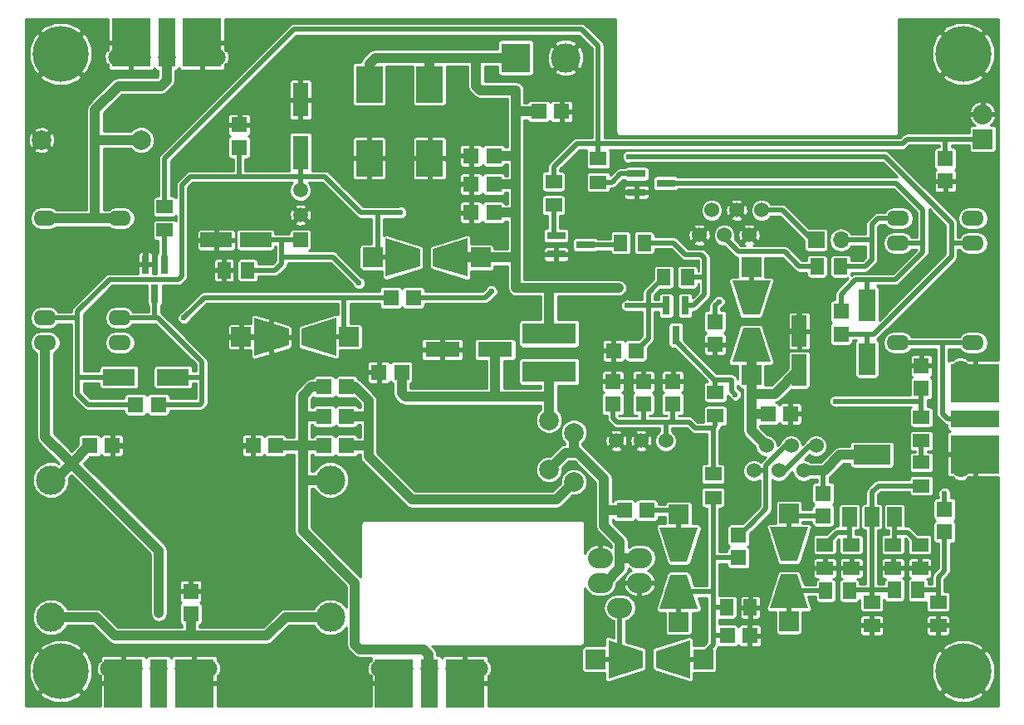
<source format=gtl>
G04 #@! TF.FileFunction,Copper,L1,Top,Signal*
%FSLAX46Y46*%
G04 Gerber Fmt 4.6, Leading zero omitted, Abs format (unit mm)*
G04 Created by KiCad (PCBNEW 4.0.7-e2-6376~58~ubuntu14.04.1) date Sat Jan 12 07:03:04 2019*
%MOMM*%
%LPD*%
G01*
G04 APERTURE LIST*
%ADD10C,0.100000*%
%ADD11R,1.400000X1.700000*%
%ADD12R,1.700000X1.400000*%
%ADD13R,1.600000X1.600000*%
%ADD14C,5.700000*%
%ADD15R,1.699260X3.299460*%
%ADD16R,3.299460X1.699260*%
%ADD17R,2.032000X2.032000*%
%ADD18O,2.032000X2.032000*%
%ADD19C,1.524000*%
%ADD20R,3.500000X1.600000*%
%ADD21R,5.500000X2.150000*%
%ADD22R,1.600000X3.500000*%
%ADD23R,1.998980X1.998980*%
%ADD24O,2.300000X1.600000*%
%ADD25R,1.700000X1.700000*%
%ADD26O,1.700000X1.700000*%
%ADD27C,1.800000*%
%ADD28R,1.800000X5.000000*%
%ADD29R,3.960000X5.000000*%
%ADD30R,5.000000X1.800000*%
%ADD31R,5.000000X3.960000*%
%ADD32C,2.000000*%
%ADD33O,2.540000X2.032000*%
%ADD34C,1.520000*%
%ADD35R,1.520000X1.520000*%
%ADD36R,0.800000X1.900000*%
%ADD37R,3.800000X2.000000*%
%ADD38R,1.500000X2.000000*%
%ADD39R,1.900000X0.800000*%
%ADD40R,1.500000X3.200000*%
%ADD41R,3.200000X1.500000*%
%ADD42C,2.999740*%
%ADD43R,3.000000X3.000000*%
%ADD44C,3.000000*%
%ADD45C,1.998980*%
%ADD46R,2.700000X3.750000*%
%ADD47C,0.600000*%
%ADD48C,0.400000*%
%ADD49C,0.500000*%
%ADD50C,1.000000*%
%ADD51C,0.254000*%
G04 APERTURE END LIST*
D10*
D11*
X136100000Y-104700000D03*
X138500000Y-104700000D03*
D12*
X143850000Y-135500000D03*
X143850000Y-133100000D03*
D13*
X149100000Y-129500000D03*
X149100000Y-131800000D03*
X146750000Y-114850000D03*
X146750000Y-117150000D03*
X149200000Y-96000000D03*
X149200000Y-93700000D03*
X138550000Y-109300000D03*
X138550000Y-111600000D03*
X92650000Y-107900000D03*
X94950000Y-107900000D03*
X125700000Y-112650000D03*
X125700000Y-110350000D03*
X128100000Y-132150000D03*
X128100000Y-134450000D03*
X121400000Y-116450000D03*
X121400000Y-118750000D03*
X110050000Y-88900000D03*
X107750000Y-88900000D03*
D11*
X137000000Y-137800000D03*
X139400000Y-137800000D03*
D12*
X139600000Y-135500000D03*
X139600000Y-133100000D03*
D14*
X59000000Y-83000000D03*
X151000000Y-146000000D03*
X151000000Y-83000000D03*
D12*
X148450000Y-138950000D03*
X148450000Y-141350000D03*
D11*
X118500000Y-102300000D03*
X116100000Y-102300000D03*
D12*
X125750000Y-117550000D03*
X125750000Y-119950000D03*
X113800000Y-96100000D03*
X113800000Y-93700000D03*
D15*
X141200000Y-114150820D03*
X141200000Y-108649180D03*
D16*
X64949180Y-116000000D03*
X70450820Y-116000000D03*
D11*
X144000000Y-137750000D03*
X146400000Y-137750000D03*
D12*
X146600000Y-135500000D03*
X146600000Y-133100000D03*
D11*
X129300000Y-139500000D03*
X126900000Y-139500000D03*
D12*
X109250000Y-98450000D03*
X109250000Y-96050000D03*
D11*
X120500000Y-105800000D03*
X122900000Y-105800000D03*
D12*
X136900000Y-135500000D03*
X136900000Y-133100000D03*
X146750000Y-124700000D03*
X146750000Y-127100000D03*
D17*
X153000000Y-91700000D03*
D18*
X153000000Y-89160000D03*
D13*
X136750000Y-130150000D03*
X136750000Y-127850000D03*
X91450000Y-115500000D03*
X93750000Y-115500000D03*
X68950000Y-118800000D03*
X66650000Y-118800000D03*
X88150000Y-117000000D03*
X85850000Y-117000000D03*
X88150000Y-120000000D03*
X85850000Y-120000000D03*
X88150000Y-123000000D03*
X85850000Y-123000000D03*
X77200000Y-90250000D03*
X77200000Y-92550000D03*
D12*
X125500000Y-125900000D03*
X125500000Y-128300000D03*
X146750000Y-120100000D03*
X146750000Y-122500000D03*
X69600000Y-101000000D03*
X69600000Y-98600000D03*
D19*
X136000000Y-123000000D03*
X134730000Y-125540000D03*
X133460000Y-123000000D03*
X132190000Y-125540000D03*
X130920000Y-123000000D03*
X129650000Y-125540000D03*
D13*
X115300000Y-116450000D03*
X115300000Y-118750000D03*
X118400000Y-116450000D03*
X118400000Y-118750000D03*
D20*
X103300000Y-113200000D03*
X97900000Y-113200000D03*
D21*
X108800000Y-115425000D03*
X108800000Y-111575000D03*
D19*
X118160000Y-122500000D03*
X115620000Y-122500000D03*
X120700000Y-122500000D03*
D22*
X83450000Y-93100000D03*
X83450000Y-87700000D03*
D10*
G36*
X100463060Y-101850550D02*
X100463060Y-105749450D01*
X96962940Y-104649630D01*
X96962940Y-102950370D01*
X100463060Y-101850550D01*
X100463060Y-101850550D01*
G37*
G36*
X92136940Y-105749450D02*
X92136940Y-101850550D01*
X95637060Y-102950370D01*
X95637060Y-104649630D01*
X92136940Y-105749450D01*
X92136940Y-105749450D01*
G37*
D23*
X101801640Y-103800000D03*
X90798360Y-103800000D03*
D14*
X59000000Y-146000000D03*
D10*
G36*
X131349450Y-114463060D02*
X127450550Y-114463060D01*
X128550370Y-110962940D01*
X130249630Y-110962940D01*
X131349450Y-114463060D01*
X131349450Y-114463060D01*
G37*
G36*
X127450550Y-106136940D02*
X131349450Y-106136940D01*
X130249630Y-109637060D01*
X128550370Y-109637060D01*
X127450550Y-106136940D01*
X127450550Y-106136940D01*
G37*
D23*
X129400000Y-115801640D03*
X129400000Y-104798360D03*
D13*
X118750000Y-129600000D03*
X116450000Y-129600000D03*
X80900000Y-123000000D03*
X78600000Y-123000000D03*
X72250000Y-140150000D03*
X72250000Y-137850000D03*
X61950000Y-123000000D03*
X64250000Y-123000000D03*
D24*
X65020000Y-99800000D03*
X65020000Y-109960000D03*
X57400000Y-99800000D03*
X57400000Y-109960000D03*
X65020000Y-112500000D03*
X57400000Y-112500000D03*
X144380000Y-112500000D03*
X144380000Y-102340000D03*
X152000000Y-112500000D03*
X152000000Y-102340000D03*
X144380000Y-99800000D03*
X152000000Y-99800000D03*
D25*
X136000000Y-102000000D03*
D26*
X138540000Y-102000000D03*
D19*
X124100000Y-101500000D03*
X125370000Y-98960000D03*
X126640000Y-101500000D03*
X127910000Y-98960000D03*
X129180000Y-101500000D03*
X130450000Y-98960000D03*
D27*
X101680000Y-145743000D03*
X91520000Y-145743000D03*
D28*
X96600000Y-147250000D03*
D29*
X92980000Y-147250000D03*
X100220000Y-147250000D03*
D27*
X99140000Y-145743000D03*
X94060000Y-145743000D03*
X96600000Y-145743000D03*
X74080000Y-145743000D03*
X63920000Y-145743000D03*
D28*
X69000000Y-147250000D03*
D29*
X65380000Y-147250000D03*
X72620000Y-147250000D03*
D27*
X71540000Y-145743000D03*
X66460000Y-145743000D03*
X69000000Y-145743000D03*
X64720000Y-83357000D03*
X74880000Y-83357000D03*
D28*
X69800000Y-81850000D03*
D29*
X73420000Y-81850000D03*
X66180000Y-81850000D03*
D27*
X67260000Y-83357000D03*
X72340000Y-83357000D03*
X69800000Y-83357000D03*
X150743000Y-115170000D03*
X150743000Y-125330000D03*
D30*
X152250000Y-120250000D03*
D31*
X152250000Y-123870000D03*
X152250000Y-116630000D03*
D27*
X150743000Y-117710000D03*
X150743000Y-122790000D03*
X150743000Y-120250000D03*
D32*
X111300000Y-126700000D03*
X108760000Y-125430000D03*
X111300000Y-121680000D03*
X108760000Y-120410000D03*
D33*
X114000000Y-137000000D03*
X114000000Y-134460000D03*
X116000000Y-139540000D03*
X118000000Y-137000000D03*
X118000000Y-134460000D03*
D34*
X83450000Y-99460000D03*
X83450000Y-96920000D03*
D35*
X83450000Y-102000000D03*
D36*
X122650000Y-108700000D03*
X120750000Y-108700000D03*
X121700000Y-111700000D03*
D37*
X141700000Y-123950000D03*
D38*
X141700000Y-130250000D03*
X144000000Y-130250000D03*
X139400000Y-130250000D03*
D39*
X109500000Y-101550000D03*
X109500000Y-103450000D03*
X112500000Y-102500000D03*
D36*
X69550000Y-104500000D03*
X67650000Y-104500000D03*
X68600000Y-107500000D03*
D40*
X134300000Y-115300000D03*
X134300000Y-111300000D03*
D13*
X131100000Y-119750000D03*
X133400000Y-119750000D03*
D39*
X117700000Y-95250000D03*
X117700000Y-97150000D03*
X120700000Y-96200000D03*
D13*
X129250000Y-142400000D03*
X126950000Y-142400000D03*
X115350000Y-113300000D03*
X117650000Y-113300000D03*
D41*
X78850000Y-102000000D03*
X74850000Y-102000000D03*
D42*
X86500000Y-140500000D03*
X86500000Y-126500000D03*
X58000000Y-126500000D03*
X58000000Y-140500000D03*
D43*
X105400000Y-83400000D03*
D44*
X110480000Y-83400000D03*
D45*
X67200000Y-91800000D03*
X57040000Y-91800000D03*
D46*
X96600000Y-86125000D03*
X96600000Y-93675000D03*
D13*
X100850000Y-93400000D03*
X103150000Y-93400000D03*
X100850000Y-96300000D03*
X103150000Y-96300000D03*
X100850000Y-99200000D03*
X103150000Y-99200000D03*
D12*
X141700000Y-138950000D03*
X141700000Y-141350000D03*
D11*
X75650000Y-105100000D03*
X78050000Y-105100000D03*
D10*
G36*
X135199450Y-139613060D02*
X131300550Y-139613060D01*
X132400370Y-136112940D01*
X134099630Y-136112940D01*
X135199450Y-139613060D01*
X135199450Y-139613060D01*
G37*
G36*
X131300550Y-131286940D02*
X135199450Y-131286940D01*
X134099630Y-134787060D01*
X132400370Y-134787060D01*
X131300550Y-131286940D01*
X131300550Y-131286940D01*
G37*
D23*
X133250000Y-140951640D03*
X133250000Y-129948360D03*
D10*
G36*
X123163060Y-142850550D02*
X123163060Y-146749450D01*
X119662940Y-145649630D01*
X119662940Y-143950370D01*
X123163060Y-142850550D01*
X123163060Y-142850550D01*
G37*
G36*
X114836940Y-146749450D02*
X114836940Y-142850550D01*
X118337060Y-143950370D01*
X118337060Y-145649630D01*
X114836940Y-146749450D01*
X114836940Y-146749450D01*
G37*
D23*
X124501640Y-144800000D03*
X113498360Y-144800000D03*
D10*
G36*
X120050550Y-131336940D02*
X123949450Y-131336940D01*
X122849630Y-134837060D01*
X121150370Y-134837060D01*
X120050550Y-131336940D01*
X120050550Y-131336940D01*
G37*
G36*
X123949450Y-139663060D02*
X120050550Y-139663060D01*
X121150370Y-136162940D01*
X122849630Y-136162940D01*
X123949450Y-139663060D01*
X123949450Y-139663060D01*
G37*
D23*
X122000000Y-129998360D03*
X122000000Y-141001640D03*
D10*
G36*
X87063060Y-109950550D02*
X87063060Y-113849450D01*
X83562940Y-112749630D01*
X83562940Y-111050370D01*
X87063060Y-109950550D01*
X87063060Y-109950550D01*
G37*
G36*
X78736940Y-113849450D02*
X78736940Y-109950550D01*
X82237060Y-111050370D01*
X82237060Y-112749630D01*
X78736940Y-113849450D01*
X78736940Y-113849450D01*
G37*
D23*
X88401640Y-111900000D03*
X77398360Y-111900000D03*
D46*
X90450000Y-86125000D03*
X90450000Y-93675000D03*
D47*
X65700000Y-88150000D03*
X71550000Y-88150000D03*
X56850000Y-96750000D03*
X67650000Y-101750000D03*
X60000000Y-88150000D03*
X60050000Y-91950000D03*
X60100000Y-96750000D03*
X64300000Y-93750000D03*
X67650000Y-95700000D03*
X66650000Y-137950000D03*
X69100000Y-131300000D03*
X56750000Y-137950000D03*
X61750000Y-137950000D03*
X61750000Y-133750000D03*
X66650000Y-133750000D03*
X56750000Y-133750000D03*
X66850000Y-127350000D03*
X71400000Y-123000000D03*
X71400000Y-127350000D03*
X61950000Y-129450000D03*
X72250000Y-135450000D03*
X70450000Y-137850000D03*
X80750000Y-137350000D03*
X76850000Y-133450000D03*
X75050000Y-137350000D03*
X87000000Y-147300000D03*
X84500000Y-143700000D03*
X76850000Y-126150000D03*
X76850000Y-130000000D03*
X80950000Y-126150000D03*
X73650000Y-130400000D03*
X76850000Y-140500000D03*
X82050000Y-147250000D03*
X104900000Y-110700000D03*
X104900000Y-115500000D03*
X101400000Y-110700000D03*
X71300000Y-94200000D03*
X74900000Y-90600000D03*
X80500000Y-85000000D03*
X79650000Y-89450000D03*
X87500000Y-82300000D03*
X83200000Y-82300000D03*
X79650000Y-94000000D03*
X81450000Y-97100000D03*
X80350000Y-100300000D03*
X77600000Y-96950000D03*
X77600000Y-100050000D03*
X72700000Y-100050000D03*
X72700000Y-96950000D03*
X83450000Y-90500000D03*
X88250000Y-101050000D03*
X94400000Y-101050000D03*
X85650000Y-101900000D03*
X85650000Y-97100000D03*
X86100000Y-137350000D03*
X83450000Y-134650000D03*
X97900000Y-110450000D03*
X94600000Y-110450000D03*
X146400000Y-89400000D03*
X149950000Y-98150000D03*
X152400000Y-95200000D03*
X145750000Y-106200000D03*
X148250000Y-101200000D03*
X146400000Y-94250000D03*
X149250000Y-89400000D03*
X80950000Y-130000000D03*
X91500000Y-130000000D03*
X86500000Y-130000000D03*
X105250000Y-144650000D03*
X105250000Y-148400000D03*
X109600000Y-148400000D03*
X114050000Y-148400000D03*
X119000000Y-148400000D03*
X123200000Y-148400000D03*
X127450000Y-148400000D03*
X127450000Y-146150000D03*
X109600000Y-144600000D03*
X113750000Y-141850000D03*
X112700000Y-129400000D03*
X113150000Y-131800000D03*
X120300000Y-135550000D03*
X126500000Y-132850000D03*
X130400000Y-131500000D03*
X129400000Y-129500000D03*
X130950000Y-134300000D03*
X127550000Y-129500000D03*
X124250000Y-135550000D03*
X116700000Y-131350000D03*
X119300000Y-131950000D03*
X118500000Y-140200000D03*
X119000000Y-143250000D03*
X124200000Y-142550000D03*
X124200000Y-140700000D03*
X128100000Y-140900000D03*
X131050000Y-146150000D03*
X131050000Y-148400000D03*
X134550000Y-146150000D03*
X134550000Y-148400000D03*
X138100000Y-146150000D03*
X138100000Y-143850000D03*
X138100000Y-148400000D03*
X99450000Y-85400000D03*
X100000000Y-88500000D03*
X93550000Y-81700000D03*
X99450000Y-81700000D03*
X87500000Y-89450000D03*
X90450000Y-89450000D03*
X93550000Y-89450000D03*
X87500000Y-85400000D03*
X87500000Y-93700000D03*
X93550000Y-97350000D03*
X93550000Y-93650000D03*
X95700000Y-96750000D03*
X98150000Y-99200000D03*
X90450000Y-96750000D03*
X93550000Y-85400000D03*
X96600000Y-89450000D03*
X110050000Y-86150000D03*
X107150000Y-86150000D03*
X153700000Y-134300000D03*
X100000000Y-91250000D03*
X103250000Y-91250000D03*
X110050000Y-91250000D03*
X107300000Y-91250000D03*
X103250000Y-88500000D03*
X86100000Y-109150000D03*
X79450000Y-109150000D03*
X81900000Y-118500000D03*
X82900000Y-114800000D03*
X87700000Y-114800000D03*
X79450000Y-115050000D03*
X92250000Y-122950000D03*
X105650000Y-122950000D03*
X100600000Y-122950000D03*
X95400000Y-122950000D03*
X87000000Y-121500000D03*
X92250000Y-119850000D03*
X95400000Y-119850000D03*
X87000000Y-118500000D03*
X89350000Y-126150000D03*
X91450000Y-111200000D03*
X94600000Y-113200000D03*
X107400000Y-130000000D03*
X101800000Y-130000000D03*
X96550000Y-130000000D03*
X116900000Y-127450000D03*
X123450000Y-127450000D03*
X123450000Y-124200000D03*
X119850000Y-127450000D03*
X100600000Y-115500000D03*
X96400000Y-115500000D03*
X100600000Y-126150000D03*
X105650000Y-126150000D03*
X95400000Y-126150000D03*
X114350000Y-124200000D03*
X116900000Y-124200000D03*
X119850000Y-124200000D03*
X108750000Y-122950000D03*
X131050000Y-141350000D03*
X131050000Y-143850000D03*
X134550000Y-143850000D03*
X151150000Y-137800000D03*
X151150000Y-141650000D03*
X153700000Y-137800000D03*
X153700000Y-141650000D03*
X141700000Y-146150000D03*
X145250000Y-143850000D03*
X141700000Y-143850000D03*
X141700000Y-148400000D03*
X145250000Y-148400000D03*
X145250000Y-146150000D03*
X102000000Y-94850000D03*
X101700000Y-105800000D03*
X96250000Y-105800000D03*
X100850000Y-97750000D03*
X103750000Y-101500000D03*
X137350000Y-99750000D03*
X134300000Y-98000000D03*
X140350000Y-99750000D03*
X125400000Y-97300000D03*
X129200000Y-97350000D03*
X142300000Y-94900000D03*
X134500000Y-94900000D03*
X138800000Y-94900000D03*
X121750000Y-94900000D03*
X126350000Y-94900000D03*
X121750000Y-97550000D03*
X130450000Y-94900000D03*
X143800000Y-97700000D03*
X143200000Y-104400000D03*
X140350000Y-103350000D03*
X114850000Y-88900000D03*
X112450000Y-88900000D03*
X114850000Y-85700000D03*
X106900000Y-97550000D03*
X107550000Y-105050000D03*
X120600000Y-103650000D03*
X111550000Y-105050000D03*
X115100000Y-105050000D03*
X117300000Y-104150000D03*
X107550000Y-100250000D03*
X107300000Y-94900000D03*
X100600000Y-119850000D03*
X105650000Y-119850000D03*
X111600000Y-118450000D03*
X113750000Y-116450000D03*
X111550000Y-97550000D03*
X111550000Y-100250000D03*
X115100000Y-100250000D03*
X111550000Y-94900000D03*
X115100000Y-97550000D03*
X121750000Y-100500000D03*
X118400000Y-100250000D03*
X126600000Y-103550000D03*
X117650000Y-109850000D03*
X115350000Y-111300000D03*
X113100000Y-109850000D03*
X117850000Y-107350000D03*
X108800000Y-113500000D03*
X113100000Y-113300000D03*
X114350000Y-121250000D03*
X130950000Y-137300000D03*
X126950000Y-137300000D03*
X127450000Y-110450000D03*
X126150000Y-114700000D03*
X123250000Y-111800000D03*
X121400000Y-114150000D03*
X120150000Y-111800000D03*
X115300000Y-114900000D03*
X118400000Y-114900000D03*
X116850000Y-116450000D03*
X119900000Y-116450000D03*
X123450000Y-116450000D03*
X123450000Y-118750000D03*
X135550000Y-134300000D03*
X132200000Y-122000000D03*
X129400000Y-127450000D03*
X133250000Y-127450000D03*
X127550000Y-121400000D03*
X127550000Y-124200000D03*
X131450000Y-110450000D03*
X131550000Y-115900000D03*
X132350000Y-113250000D03*
X136450000Y-113700000D03*
X136450000Y-116750000D03*
X132200000Y-101350000D03*
X132200000Y-107550000D03*
X132200000Y-104700000D03*
X136450000Y-110450000D03*
X141850000Y-116750000D03*
X138750000Y-116750000D03*
X144700000Y-116750000D03*
X138750000Y-113750000D03*
X136450000Y-107550000D03*
X134300000Y-107550000D03*
X149950000Y-105200000D03*
X149600000Y-107750000D03*
X149600000Y-110500000D03*
X152100000Y-110500000D03*
X152100000Y-107750000D03*
X152100000Y-104250000D03*
X144700000Y-110350000D03*
X147300000Y-107750000D03*
X143150000Y-108800000D03*
X146700000Y-111500000D03*
X144700000Y-114850000D03*
X135600000Y-119750000D03*
X138750000Y-120550000D03*
X141850000Y-120550000D03*
X144700000Y-120550000D03*
X144700000Y-124100000D03*
X151150000Y-127300000D03*
X151150000Y-130700000D03*
X151150000Y-134300000D03*
X148050000Y-134300000D03*
X141700000Y-125850000D03*
X139400000Y-128300000D03*
X144100000Y-128300000D03*
X146550000Y-130450000D03*
X148450000Y-142950000D03*
X138100000Y-141350000D03*
X145250000Y-141350000D03*
X64700000Y-101750000D03*
X60800000Y-101750000D03*
X63500000Y-114200000D03*
X62350000Y-112050000D03*
X64700000Y-107750000D03*
X59300000Y-107900000D03*
X56900000Y-104500000D03*
X60800000Y-104500000D03*
X64700000Y-104500000D03*
X59200000Y-114200000D03*
X63500000Y-117650000D03*
X59200000Y-117650000D03*
X74400000Y-120250000D03*
X69450000Y-121000000D03*
X63500000Y-120250000D03*
X65900000Y-123000000D03*
X76850000Y-123000000D03*
X76350000Y-118300000D03*
X75900000Y-115050000D03*
X70850000Y-108150000D03*
X72950000Y-105100000D03*
X75650000Y-106750000D03*
X75650000Y-109150000D03*
X67700000Y-116000000D03*
X67150000Y-113850000D03*
X70250000Y-113850000D03*
X73600000Y-112000000D03*
X138250000Y-135500000D03*
X145250000Y-135500000D03*
X127775000Y-117775000D03*
X138000000Y-118450000D03*
X93650000Y-99200000D03*
X116900000Y-93500000D03*
X89400000Y-106400000D03*
X116750000Y-108700000D03*
X102900000Y-107250000D03*
X149100000Y-127900000D03*
X71550000Y-109950000D03*
X69000000Y-140100000D03*
X126100000Y-108300000D03*
X115900000Y-106900000D03*
D48*
X73420000Y-86280000D02*
X73420000Y-81850000D01*
X71550000Y-88150000D02*
X73420000Y-86280000D01*
X60100000Y-96750000D02*
X56850000Y-96750000D01*
D49*
X67650000Y-104500000D02*
X67650000Y-101750000D01*
D48*
X60000000Y-88150000D02*
X60050000Y-88200000D01*
X60050000Y-96700000D02*
X60050000Y-91950000D01*
X60100000Y-96750000D02*
X60050000Y-96700000D01*
X65700000Y-93750000D02*
X64300000Y-93750000D01*
X67650000Y-95700000D02*
X65700000Y-93750000D01*
X61750000Y-137950000D02*
X56750000Y-137950000D01*
X56750000Y-133750000D02*
X61750000Y-133750000D01*
X61750000Y-133750000D02*
X66650000Y-133750000D01*
D49*
X71400000Y-123000000D02*
X71400000Y-127350000D01*
D48*
X66850000Y-127350000D02*
X71400000Y-127350000D01*
X72250000Y-137850000D02*
X72250000Y-135450000D01*
X72250000Y-137850000D02*
X70450000Y-137850000D01*
X72250000Y-137850000D02*
X74550000Y-137850000D01*
X74550000Y-137850000D02*
X75050000Y-137350000D01*
X73650000Y-130400000D02*
X76850000Y-130000000D01*
X76850000Y-126150000D02*
X76850000Y-130000000D01*
X80950000Y-126150000D02*
X80950000Y-130000000D01*
X80750000Y-137350000D02*
X80000000Y-137350000D01*
X80000000Y-137350000D02*
X76850000Y-140500000D01*
X74900000Y-90600000D02*
X71300000Y-94200000D01*
X79650000Y-85850000D02*
X80500000Y-85000000D01*
X79650000Y-89450000D02*
X79650000Y-85850000D01*
X83200000Y-82300000D02*
X87500000Y-82300000D01*
X79650000Y-94000000D02*
X79650000Y-93950000D01*
X83450000Y-99460000D02*
X83450000Y-99450000D01*
X83450000Y-99450000D02*
X81450000Y-97450000D01*
X81450000Y-97450000D02*
X81450000Y-97100000D01*
X80350000Y-100300000D02*
X77600000Y-97550000D01*
X77600000Y-97550000D02*
X77600000Y-96950000D01*
X77600000Y-100050000D02*
X72700000Y-100050000D01*
X87100000Y-89450000D02*
X86050000Y-90500000D01*
X86050000Y-90500000D02*
X83450000Y-90500000D01*
X87500000Y-89450000D02*
X87100000Y-89450000D01*
X88250000Y-101050000D02*
X86150000Y-98950000D01*
X96250000Y-101050000D02*
X94400000Y-101050000D01*
X86150000Y-97600000D02*
X85650000Y-97100000D01*
X86150000Y-98950000D02*
X86150000Y-97600000D01*
X80750000Y-137350000D02*
X83450000Y-134650000D01*
X80950000Y-130000000D02*
X80950000Y-132150000D01*
X80950000Y-132150000D02*
X83450000Y-134650000D01*
X97900000Y-110450000D02*
X97900000Y-113200000D01*
X149250000Y-89400000D02*
X146400000Y-89400000D01*
X149950000Y-98150000D02*
X152400000Y-95700000D01*
X152400000Y-95700000D02*
X152400000Y-95200000D01*
D49*
X147750000Y-104200000D02*
X145750000Y-106200000D01*
X148250000Y-103700000D02*
X148250000Y-101200000D01*
X147750000Y-104200000D02*
X148250000Y-103700000D01*
D48*
X105250000Y-148400000D02*
X109600000Y-148400000D01*
X123200000Y-148400000D02*
X119000000Y-148400000D01*
X127450000Y-146150000D02*
X127450000Y-148400000D01*
X109600000Y-148400000D02*
X114050000Y-148400000D01*
X112700000Y-129400000D02*
X112700000Y-131350000D01*
X112700000Y-131350000D02*
X113150000Y-131800000D01*
X120300000Y-135550000D02*
X120300000Y-134150000D01*
X127200000Y-129500000D02*
X126500000Y-130200000D01*
X126500000Y-130200000D02*
X126500000Y-132850000D01*
D49*
X130950000Y-133600000D02*
X130400000Y-133050000D01*
X130400000Y-133050000D02*
X130400000Y-131500000D01*
X130950000Y-134300000D02*
X130950000Y-133600000D01*
D48*
X127550000Y-129500000D02*
X127200000Y-129500000D01*
X119300000Y-133150000D02*
X119300000Y-131950000D01*
X120300000Y-134150000D02*
X119300000Y-133150000D01*
X119000000Y-140700000D02*
X118500000Y-140200000D01*
X119000000Y-143250000D02*
X119000000Y-140700000D01*
X124200000Y-140700000D02*
X124200000Y-142550000D01*
X131050000Y-148400000D02*
X131050000Y-146150000D01*
X134550000Y-148400000D02*
X134550000Y-146150000D01*
X134550000Y-146150000D02*
X134550000Y-143850000D01*
X100000000Y-89450000D02*
X100000000Y-88500000D01*
X99450000Y-81700000D02*
X93550000Y-81700000D01*
X87500000Y-85400000D02*
X87500000Y-89450000D01*
X90450000Y-89450000D02*
X93550000Y-89450000D01*
X90450000Y-93675000D02*
X87525000Y-93675000D01*
X87525000Y-93675000D02*
X87500000Y-93700000D01*
X93550000Y-96750000D02*
X93550000Y-97350000D01*
X93550000Y-96750000D02*
X93550000Y-93650000D01*
X90450000Y-96750000D02*
X93550000Y-96750000D01*
X93550000Y-96750000D02*
X95700000Y-96750000D01*
X95700000Y-96750000D02*
X98150000Y-99200000D01*
X100000000Y-89450000D02*
X96600000Y-89450000D01*
X107150000Y-86150000D02*
X110050000Y-86150000D01*
X110050000Y-86150000D02*
X110050000Y-88900000D01*
X153700000Y-134300000D02*
X153650000Y-134300000D01*
X100000000Y-91250000D02*
X100000000Y-89450000D01*
X103250000Y-88500000D02*
X103250000Y-91250000D01*
X110050000Y-91250000D02*
X110050000Y-88900000D01*
X75650000Y-109150000D02*
X79450000Y-109150000D01*
X82900000Y-115900000D02*
X81900000Y-116900000D01*
X81900000Y-116900000D02*
X81900000Y-118500000D01*
X91450000Y-115500000D02*
X89950000Y-115500000D01*
X89250000Y-114800000D02*
X87700000Y-114800000D01*
X89950000Y-115500000D02*
X89250000Y-114800000D01*
X82900000Y-114800000D02*
X82900000Y-115900000D01*
X105650000Y-122950000D02*
X100600000Y-122950000D01*
X92250000Y-122950000D02*
X95400000Y-122950000D01*
X91500000Y-130000000D02*
X91500000Y-128300000D01*
X91500000Y-128300000D02*
X89350000Y-126150000D01*
X91450000Y-115500000D02*
X91450000Y-111200000D01*
X97900000Y-113200000D02*
X94600000Y-113200000D01*
X107400000Y-130000000D02*
X101800000Y-130000000D01*
X96550000Y-130000000D02*
X91500000Y-130000000D01*
X123450000Y-127450000D02*
X123450000Y-124200000D01*
X96400000Y-115500000D02*
X100600000Y-115500000D01*
X95400000Y-126150000D02*
X100600000Y-126150000D01*
X105650000Y-126150000D02*
X105650000Y-122950000D01*
X119850000Y-124200000D02*
X118160000Y-122510000D01*
X108750000Y-122950000D02*
X105650000Y-122950000D01*
X138100000Y-143850000D02*
X134550000Y-143850000D01*
D49*
X141700000Y-143850000D02*
X138100000Y-143850000D01*
D48*
X131050000Y-143850000D02*
X131050000Y-141350000D01*
D49*
X151150000Y-134300000D02*
X151150000Y-137800000D01*
D48*
X153700000Y-141650000D02*
X153700000Y-137800000D01*
X145250000Y-146150000D02*
X141700000Y-146150000D01*
X145250000Y-146150000D02*
X145250000Y-148400000D01*
X102000000Y-94850000D02*
X100850000Y-94850000D01*
X100850000Y-94850000D02*
X100850000Y-96300000D01*
X96250000Y-101050000D02*
X96250000Y-105800000D01*
X98150000Y-100700000D02*
X98150000Y-99200000D01*
X98500000Y-101050000D02*
X98150000Y-100700000D01*
X99350000Y-101050000D02*
X98500000Y-101050000D01*
X99400000Y-101050000D02*
X99350000Y-101050000D01*
X98150000Y-99200000D02*
X98150000Y-101050000D01*
X99400000Y-101050000D02*
X98150000Y-101050000D01*
X98150000Y-101050000D02*
X96250000Y-101050000D01*
X100850000Y-99200000D02*
X100850000Y-97750000D01*
X100850000Y-99200000D02*
X98150000Y-99200000D01*
X103750000Y-101500000D02*
X103300000Y-101050000D01*
X103300000Y-101050000D02*
X99400000Y-101050000D01*
X134300000Y-98000000D02*
X133750000Y-98000000D01*
X137350000Y-99750000D02*
X135600000Y-98000000D01*
X135600000Y-98000000D02*
X134300000Y-98000000D01*
X133100000Y-97350000D02*
X129200000Y-97350000D01*
X133750000Y-98000000D02*
X133100000Y-97350000D01*
X142300000Y-94900000D02*
X138800000Y-94900000D01*
X130450000Y-94900000D02*
X126350000Y-94900000D01*
X121750000Y-94900000D02*
X126350000Y-94900000D01*
X121750000Y-97550000D02*
X121750000Y-100500000D01*
X130450000Y-94900000D02*
X134500000Y-94900000D01*
X114850000Y-85700000D02*
X114850000Y-88900000D01*
X112450000Y-88900000D02*
X110050000Y-88900000D01*
X106900000Y-97550000D02*
X106900000Y-95300000D01*
X107550000Y-100250000D02*
X107550000Y-105050000D01*
X120600000Y-103650000D02*
X117800000Y-103650000D01*
X115100000Y-105050000D02*
X111550000Y-105050000D01*
X117800000Y-103650000D02*
X117300000Y-104150000D01*
X106900000Y-95300000D02*
X107300000Y-94900000D01*
X100600000Y-119850000D02*
X105650000Y-119850000D01*
X113750000Y-116450000D02*
X115300000Y-116450000D01*
X111550000Y-97550000D02*
X111550000Y-100250000D01*
X115100000Y-100250000D02*
X115100000Y-97550000D01*
X121775000Y-100525000D02*
X121750000Y-100500000D01*
X123125000Y-100525000D02*
X121775000Y-100525000D01*
X118400000Y-100250000D02*
X115100000Y-100250000D01*
X124100000Y-101500000D02*
X123125000Y-100525000D01*
X123125000Y-100525000D02*
X123100000Y-100500000D01*
X125750000Y-103150000D02*
X124100000Y-101500000D01*
X126200000Y-103150000D02*
X125750000Y-103150000D01*
X126600000Y-103550000D02*
X126200000Y-103150000D01*
X115350000Y-113300000D02*
X115350000Y-111300000D01*
X117650000Y-109850000D02*
X113100000Y-109850000D01*
X115350000Y-113300000D02*
X113100000Y-113300000D01*
X115620000Y-122500000D02*
X115600000Y-122500000D01*
X115600000Y-122500000D02*
X114350000Y-121250000D01*
X126950000Y-137300000D02*
X130950000Y-137300000D01*
X125700000Y-112650000D02*
X127050000Y-112650000D01*
X127450000Y-112250000D02*
X127450000Y-110450000D01*
X127050000Y-112650000D02*
X127450000Y-112250000D01*
X125700000Y-112650000D02*
X125700000Y-114250000D01*
X125700000Y-114250000D02*
X126150000Y-114700000D01*
X125700000Y-112650000D02*
X124100000Y-112650000D01*
X124100000Y-112650000D02*
X123250000Y-111800000D01*
X121400000Y-116450000D02*
X121400000Y-114150000D01*
X115300000Y-116450000D02*
X115300000Y-114900000D01*
X118400000Y-116450000D02*
X118400000Y-114900000D01*
X115300000Y-116450000D02*
X116850000Y-116450000D01*
X121400000Y-116450000D02*
X119900000Y-116450000D01*
X121400000Y-116450000D02*
X123450000Y-116450000D01*
X118160000Y-122500000D02*
X118160000Y-122510000D01*
D49*
X136900000Y-135500000D02*
X135700000Y-135500000D01*
X135550000Y-135350000D02*
X135550000Y-134300000D01*
X135700000Y-135500000D02*
X135550000Y-135350000D01*
D48*
X133400000Y-119750000D02*
X133400000Y-121150000D01*
X132550000Y-122000000D02*
X132200000Y-122000000D01*
X133400000Y-121150000D02*
X132550000Y-122000000D01*
X129400000Y-127450000D02*
X128350000Y-127450000D01*
X127550000Y-126650000D02*
X127550000Y-124200000D01*
X128350000Y-127450000D02*
X127550000Y-126650000D01*
X131450000Y-110450000D02*
X131450000Y-112350000D01*
D49*
X132200000Y-110450000D02*
X131450000Y-110450000D01*
D48*
X131450000Y-112350000D02*
X132350000Y-113250000D01*
X129180000Y-101500000D02*
X129200000Y-101500000D01*
X129200000Y-101500000D02*
X130050000Y-102350000D01*
X130050000Y-102350000D02*
X131200000Y-102350000D01*
X131200000Y-102350000D02*
X132200000Y-101350000D01*
D49*
X132200000Y-107550000D02*
X132200000Y-110450000D01*
X134300000Y-111300000D02*
X132600000Y-111300000D01*
X132200000Y-110900000D02*
X132200000Y-110450000D01*
X132600000Y-111300000D02*
X132200000Y-110900000D01*
X136450000Y-107550000D02*
X136450000Y-110450000D01*
X138750000Y-113750000D02*
X138750000Y-116750000D01*
X141850000Y-116750000D02*
X138750000Y-116750000D01*
X134300000Y-111300000D02*
X134300000Y-107550000D01*
X149600000Y-107750000D02*
X149600000Y-105550000D01*
X149600000Y-105550000D02*
X149950000Y-105200000D01*
X152100000Y-107750000D02*
X152100000Y-110500000D01*
X149600000Y-107750000D02*
X147300000Y-107750000D01*
X152100000Y-107750000D02*
X149600000Y-107750000D01*
X144700000Y-110350000D02*
X144700000Y-110300000D01*
X143150000Y-108800000D02*
X143150000Y-108850000D01*
X147300000Y-110100000D02*
X147300000Y-107750000D01*
X146700000Y-111500000D02*
X147300000Y-110100000D01*
X146750000Y-114850000D02*
X144700000Y-114850000D01*
X135600000Y-119750000D02*
X133400000Y-119750000D01*
X141850000Y-120550000D02*
X138750000Y-120550000D01*
X144700000Y-124100000D02*
X144700000Y-120550000D01*
X151150000Y-134300000D02*
X151150000Y-130700000D01*
X147900000Y-135500000D02*
X148050000Y-135350000D01*
X148050000Y-135350000D02*
X148050000Y-134300000D01*
X146600000Y-135500000D02*
X147900000Y-135500000D01*
X141700000Y-126000000D02*
X141700000Y-125850000D01*
X139400000Y-128300000D02*
X141700000Y-126000000D01*
X144950000Y-128300000D02*
X144100000Y-128300000D01*
X146450000Y-129800000D02*
X144950000Y-128300000D01*
X146450000Y-130350000D02*
X146450000Y-129800000D01*
X146550000Y-130450000D02*
X146450000Y-130350000D01*
X141700000Y-143850000D02*
X141700000Y-141350000D01*
X148450000Y-141350000D02*
X148450000Y-142950000D01*
X148450000Y-141350000D02*
X145250000Y-141350000D01*
X138100000Y-141350000D02*
X141700000Y-141350000D01*
X60800000Y-101750000D02*
X64700000Y-101750000D01*
X63500000Y-114200000D02*
X62350000Y-113050000D01*
X62350000Y-113050000D02*
X62350000Y-112050000D01*
X57800000Y-107900000D02*
X59300000Y-107900000D01*
X56900000Y-107000000D02*
X57800000Y-107900000D01*
X56900000Y-104500000D02*
X56900000Y-107000000D01*
X64700000Y-104500000D02*
X60800000Y-104500000D01*
X74400000Y-120250000D02*
X70200000Y-120250000D01*
X70200000Y-120250000D02*
X69450000Y-121000000D01*
X78600000Y-123000000D02*
X76850000Y-123000000D01*
X65900000Y-123000000D02*
X64250000Y-123000000D01*
X75000000Y-111900000D02*
X75000000Y-114150000D01*
X78600000Y-120550000D02*
X78600000Y-123000000D01*
X76350000Y-118300000D02*
X78600000Y-120550000D01*
X75000000Y-114150000D02*
X75900000Y-115050000D01*
X75650000Y-105100000D02*
X72950000Y-105100000D01*
X73600000Y-112000000D02*
X73600000Y-111200000D01*
X75650000Y-106750000D02*
X75650000Y-105100000D01*
X73600000Y-111200000D02*
X75650000Y-109150000D01*
X67700000Y-113850000D02*
X67700000Y-116000000D01*
X77898740Y-111900000D02*
X75000000Y-111900000D01*
X75000000Y-111900000D02*
X73700000Y-111900000D01*
X70250000Y-113850000D02*
X67700000Y-113850000D01*
X67700000Y-113850000D02*
X67150000Y-113850000D01*
X73700000Y-111900000D02*
X73600000Y-112000000D01*
X77898740Y-111900000D02*
X80487000Y-111900000D01*
X139600000Y-135500000D02*
X138250000Y-135500000D01*
X146600000Y-135500000D02*
X145250000Y-135500000D01*
X146750000Y-118450000D02*
X138000000Y-118450000D01*
X127400000Y-117400000D02*
X127400000Y-116300000D01*
X127775000Y-117775000D02*
X127400000Y-117400000D01*
X146750000Y-117150000D02*
X146750000Y-118450000D01*
X146750000Y-118450000D02*
X146750000Y-120100000D01*
X127350000Y-116250000D02*
X125650000Y-116250000D01*
X127400000Y-116300000D02*
X127350000Y-116250000D01*
X121700000Y-111700000D02*
X121700000Y-112300000D01*
X121700000Y-112300000D02*
X125650000Y-116250000D01*
X125650000Y-116250000D02*
X125750000Y-116350000D01*
X125750000Y-116350000D02*
X125750000Y-117550000D01*
X146400000Y-137750000D02*
X148450000Y-137750000D01*
X149100000Y-131800000D02*
X149100000Y-135750000D01*
X148450000Y-136400000D02*
X148450000Y-137750000D01*
X148450000Y-137750000D02*
X148450000Y-138950000D01*
X149100000Y-135750000D02*
X148450000Y-136400000D01*
X128100000Y-134450000D02*
X125500000Y-134450000D01*
X126950000Y-142400000D02*
X125500000Y-142400000D01*
X126900000Y-139500000D02*
X125500000Y-139500000D01*
X122000000Y-137913000D02*
X125500000Y-137913000D01*
X125500000Y-128300000D02*
X125500000Y-134450000D01*
X125500000Y-134450000D02*
X125500000Y-137913000D01*
X125500000Y-137913000D02*
X125500000Y-139500000D01*
X125500000Y-139500000D02*
X125500000Y-142400000D01*
X125500000Y-142400000D02*
X125500000Y-142700000D01*
X125500000Y-142700000D02*
X125500000Y-143301260D01*
X125500000Y-143301260D02*
X124001260Y-144800000D01*
X124001260Y-144800000D02*
X121413000Y-144800000D01*
X122000000Y-137913000D02*
X122000000Y-140501260D01*
X85700000Y-95550000D02*
X85950000Y-95550000D01*
X89600000Y-99200000D02*
X91298740Y-99200000D01*
X85950000Y-95550000D02*
X89600000Y-99200000D01*
X152000000Y-102340000D02*
X149800000Y-102340000D01*
X149800000Y-103700000D02*
X149800000Y-102340000D01*
X141900000Y-111600000D02*
X149800000Y-103700000D01*
X141200000Y-111600000D02*
X141900000Y-111600000D01*
X149800000Y-102340000D02*
X149800000Y-100250000D01*
X93650000Y-99200000D02*
X91298740Y-99200000D01*
X143050000Y-93500000D02*
X116900000Y-93500000D01*
X149800000Y-100250000D02*
X143050000Y-93500000D01*
X77200000Y-92550000D02*
X77200000Y-95550000D01*
X83450000Y-93100000D02*
X83450000Y-95550000D01*
X83450000Y-96920000D02*
X83450000Y-95550000D01*
X57400000Y-109960000D02*
X60700000Y-109960000D01*
X91298740Y-103800000D02*
X91298740Y-99200000D01*
X85700000Y-95550000D02*
X83450000Y-95550000D01*
X60700000Y-109300000D02*
X60700000Y-109960000D01*
X60700000Y-109960000D02*
X60700000Y-116000000D01*
X63950000Y-106050000D02*
X60700000Y-109300000D01*
X71000000Y-106050000D02*
X63950000Y-106050000D01*
X71350000Y-105700000D02*
X71000000Y-106050000D01*
X71350000Y-96400000D02*
X71350000Y-105700000D01*
X72200000Y-95550000D02*
X71350000Y-96400000D01*
X83450000Y-95550000D02*
X77200000Y-95550000D01*
X77200000Y-95550000D02*
X72200000Y-95550000D01*
X141200000Y-114150820D02*
X141200000Y-111600000D01*
X138550000Y-111600000D02*
X141200000Y-111600000D01*
X151160000Y-102340000D02*
X152000000Y-102340000D01*
X64949180Y-116000000D02*
X60700000Y-116000000D01*
X66650000Y-118800000D02*
X61800000Y-118800000D01*
X61800000Y-118800000D02*
X60700000Y-117700000D01*
X60700000Y-117700000D02*
X60700000Y-116000000D01*
X91298740Y-103800000D02*
X93887000Y-103800000D01*
X112500000Y-102500000D02*
X115900000Y-102500000D01*
X115900000Y-102500000D02*
X116100000Y-102300000D01*
X69550000Y-104500000D02*
X69550000Y-101050000D01*
X69550000Y-101050000D02*
X69600000Y-101000000D01*
X81550000Y-103750000D02*
X86750000Y-103750000D01*
X86750000Y-103750000D02*
X89400000Y-106400000D01*
X116750000Y-108700000D02*
X118950000Y-108700000D01*
X78050000Y-105100000D02*
X80850000Y-105100000D01*
X81550000Y-104400000D02*
X81550000Y-103750000D01*
X81550000Y-103750000D02*
X81550000Y-102000000D01*
X80850000Y-105100000D02*
X81550000Y-104400000D01*
X83450000Y-102000000D02*
X81550000Y-102000000D01*
X81550000Y-102000000D02*
X78850000Y-102000000D01*
X120750000Y-108700000D02*
X118950000Y-108700000D01*
X118950000Y-108700000D02*
X118900000Y-108700000D01*
X120500000Y-105800000D02*
X118900000Y-107400000D01*
X118900000Y-112050000D02*
X117650000Y-113300000D01*
X118900000Y-107400000D02*
X118900000Y-108700000D01*
X118900000Y-108700000D02*
X118900000Y-112050000D01*
X133250000Y-130448740D02*
X133250000Y-133037000D01*
X136750000Y-130150000D02*
X133548740Y-130150000D01*
X133548740Y-130150000D02*
X133250000Y-130448740D01*
X136750000Y-127850000D02*
X136750000Y-125630000D01*
X136750000Y-125630000D02*
X136660000Y-125540000D01*
D50*
X141700000Y-123950000D02*
X138450000Y-123950000D01*
X136860000Y-125540000D02*
X136660000Y-125540000D01*
X136660000Y-125540000D02*
X134730000Y-125540000D01*
X138450000Y-123950000D02*
X136860000Y-125540000D01*
D49*
X102250000Y-107900000D02*
X102900000Y-107250000D01*
X94950000Y-107900000D02*
X102250000Y-107900000D01*
X128100000Y-132150000D02*
X128200000Y-132150000D01*
X128200000Y-132150000D02*
X129450000Y-130900000D01*
X129650000Y-125540000D02*
X130900000Y-125540000D01*
X130900000Y-125000000D02*
X130900000Y-125540000D01*
X132900000Y-123000000D02*
X130900000Y-125000000D01*
X130900000Y-125540000D02*
X130900000Y-129450000D01*
X130900000Y-129450000D02*
X129450000Y-130900000D01*
X133460000Y-123000000D02*
X132900000Y-123000000D01*
X130360000Y-125540000D02*
X129650000Y-125540000D01*
X113750000Y-92175000D02*
X144825000Y-92175000D01*
X144825000Y-92175000D02*
X145300000Y-91700000D01*
X111625000Y-92175000D02*
X113750000Y-92175000D01*
X113750000Y-92175000D02*
X113800000Y-92175000D01*
X113800000Y-91750000D02*
X113800000Y-82200000D01*
X113800000Y-82200000D02*
X113500000Y-81900000D01*
X113800000Y-93700000D02*
X113800000Y-92175000D01*
X113800000Y-92175000D02*
X113800000Y-91750000D01*
X149200000Y-93700000D02*
X149200000Y-91700000D01*
X153000000Y-91700000D02*
X149200000Y-91700000D01*
X149200000Y-91700000D02*
X145300000Y-91700000D01*
X111625000Y-92175000D02*
X109250000Y-94550000D01*
X109250000Y-94550000D02*
X109250000Y-96050000D01*
X69600000Y-98600000D02*
X69600000Y-93700000D01*
X112100000Y-80500000D02*
X113500000Y-81900000D01*
X82800000Y-80500000D02*
X112100000Y-80500000D01*
X69600000Y-93700000D02*
X82800000Y-80500000D01*
X109250000Y-94550000D02*
X109250000Y-96050000D01*
D50*
X93750000Y-115500000D02*
X93750000Y-117650000D01*
X94100000Y-118000000D02*
X103600000Y-118000000D01*
X93750000Y-117650000D02*
X94100000Y-118000000D01*
X103300000Y-113200000D02*
X103300000Y-117700000D01*
X103600000Y-118000000D02*
X108800000Y-118000000D01*
X103300000Y-117700000D02*
X103600000Y-118000000D01*
X108800000Y-115425000D02*
X108800000Y-118000000D01*
X108800000Y-118000000D02*
X108800000Y-120370000D01*
X108800000Y-120370000D02*
X108760000Y-120410000D01*
D49*
X68600000Y-107500000D02*
X68600000Y-109960000D01*
X65020000Y-109960000D02*
X68600000Y-109960000D01*
X68600000Y-109960000D02*
X68910000Y-109960000D01*
X73400000Y-114450000D02*
X73400000Y-116000000D01*
X68910000Y-109960000D02*
X73400000Y-114450000D01*
X73400000Y-116000000D02*
X73400000Y-118600000D01*
X73400000Y-118600000D02*
X73200000Y-118800000D01*
X70450820Y-116000000D02*
X73400000Y-116000000D01*
X73200000Y-118800000D02*
X68950000Y-118800000D01*
D50*
X88150000Y-123000000D02*
X90400000Y-123000000D01*
X88150000Y-120000000D02*
X90400000Y-120000000D01*
X88150000Y-117000000D02*
X89000000Y-117000000D01*
X109500000Y-128500000D02*
X111300000Y-126700000D01*
X94800000Y-128500000D02*
X109500000Y-128500000D01*
X90400000Y-124100000D02*
X94800000Y-128500000D01*
X90400000Y-118400000D02*
X90400000Y-120000000D01*
X90400000Y-120000000D02*
X90400000Y-123000000D01*
X90400000Y-123000000D02*
X90400000Y-124100000D01*
X89000000Y-117000000D02*
X90400000Y-118400000D01*
D49*
X139400000Y-131850000D02*
X138150000Y-131850000D01*
X138150000Y-131850000D02*
X136900000Y-133100000D01*
X139400000Y-130250000D02*
X139400000Y-131850000D01*
X139400000Y-131850000D02*
X139400000Y-132900000D01*
X139400000Y-132900000D02*
X139600000Y-133100000D01*
X137000000Y-137800000D02*
X133313000Y-137800000D01*
X133313000Y-137800000D02*
X133250000Y-137863000D01*
X134387000Y-139000000D02*
X133250000Y-137863000D01*
X133250000Y-137863000D02*
X133250000Y-140451260D01*
X132190000Y-125540000D02*
X132860000Y-125540000D01*
X132860000Y-125540000D02*
X135400000Y-123000000D01*
X135400000Y-123000000D02*
X136000000Y-123000000D01*
D50*
X134300000Y-115300000D02*
X134200000Y-115300000D01*
X134200000Y-115300000D02*
X131800000Y-117700000D01*
X131800000Y-117700000D02*
X129400000Y-117700000D01*
X131100000Y-119750000D02*
X129400000Y-119750000D01*
X129400000Y-115301260D02*
X129400000Y-117700000D01*
X129400000Y-117700000D02*
X129400000Y-119750000D01*
X129400000Y-119750000D02*
X129400000Y-121480000D01*
X129400000Y-121480000D02*
X130920000Y-123000000D01*
X129400000Y-112713000D02*
X129400000Y-115301260D01*
D49*
X124650000Y-105700000D02*
X124650000Y-107550000D01*
X124650000Y-103850000D02*
X124650000Y-105700000D01*
X124650000Y-105700000D02*
X124650000Y-105800000D01*
X122900000Y-105800000D02*
X124650000Y-105800000D01*
X118500000Y-102300000D02*
X121500000Y-102300000D01*
X123500000Y-108700000D02*
X122650000Y-108700000D01*
X124650000Y-107550000D02*
X123500000Y-108700000D01*
X124300000Y-103500000D02*
X124650000Y-103850000D01*
X122700000Y-103500000D02*
X124300000Y-103500000D01*
X121500000Y-102300000D02*
X122700000Y-103500000D01*
X149100000Y-129500000D02*
X149100000Y-127900000D01*
X87901260Y-111900000D02*
X87901260Y-107900000D01*
X92650000Y-107900000D02*
X87901260Y-107900000D01*
X87901260Y-107900000D02*
X73600000Y-107900000D01*
X73600000Y-107900000D02*
X71550000Y-109950000D01*
X87901260Y-111900000D02*
X85313000Y-111900000D01*
X122000000Y-130498740D02*
X122000000Y-133087000D01*
X118750000Y-129600000D02*
X121101260Y-129600000D01*
X121101260Y-129600000D02*
X122000000Y-130498740D01*
D50*
X116450000Y-129600000D02*
X114400000Y-129600000D01*
X111300000Y-121680000D02*
X111300000Y-123745000D01*
X111300000Y-123745000D02*
X111300000Y-123300000D01*
X118000000Y-134460000D02*
X116000000Y-134460000D01*
X116000000Y-135500000D02*
X116000000Y-134460000D01*
X116000000Y-134460000D02*
X116000000Y-132800000D01*
X111745000Y-123745000D02*
X111300000Y-123300000D01*
X111300000Y-123300000D02*
X114400000Y-126400000D01*
X114400000Y-126400000D02*
X114400000Y-129600000D01*
X114400000Y-129600000D02*
X114400000Y-131200000D01*
X114400000Y-131200000D02*
X116000000Y-132800000D01*
X111745000Y-123745000D02*
X110445000Y-123745000D01*
X116000000Y-135500000D02*
X114500000Y-137000000D01*
X114500000Y-137000000D02*
X114000000Y-137000000D01*
X110445000Y-123745000D02*
X108760000Y-125430000D01*
X85850000Y-120000000D02*
X83700000Y-120000000D01*
X80900000Y-123000000D02*
X83700000Y-123000000D01*
X85850000Y-123000000D02*
X83700000Y-123000000D01*
X86500000Y-126500000D02*
X83700000Y-126500000D01*
X83700000Y-125100000D02*
X83700000Y-126500000D01*
X83700000Y-126500000D02*
X83700000Y-131700000D01*
X96500000Y-144300000D02*
X96600000Y-147250000D01*
X96000000Y-143800000D02*
X96500000Y-144300000D01*
X89500000Y-143800000D02*
X96000000Y-143800000D01*
X89000000Y-143300000D02*
X89500000Y-143800000D01*
X89000000Y-137000000D02*
X89000000Y-143300000D01*
X83700000Y-131700000D02*
X89000000Y-137000000D01*
X85850000Y-117000000D02*
X84600000Y-117000000D01*
X83700000Y-117900000D02*
X83700000Y-120000000D01*
X83700000Y-120000000D02*
X83700000Y-123000000D01*
X83700000Y-123000000D02*
X83700000Y-125100000D01*
X84600000Y-117000000D02*
X83700000Y-117900000D01*
X59500000Y-124200000D02*
X57400000Y-122100000D01*
X58000000Y-126500000D02*
X58400000Y-126500000D01*
X58400000Y-126500000D02*
X60100000Y-124800000D01*
X61950000Y-123000000D02*
X61900000Y-123000000D01*
X61900000Y-123000000D02*
X60100000Y-124800000D01*
X69000000Y-133700000D02*
X69000000Y-140100000D01*
X59500000Y-124200000D02*
X60100000Y-124800000D01*
X60100000Y-124800000D02*
X69000000Y-133700000D01*
X61850000Y-122900000D02*
X61950000Y-123000000D01*
X57400000Y-112500000D02*
X57400000Y-122100000D01*
X57400000Y-112500000D02*
X57400000Y-112700000D01*
D49*
X57400000Y-112500000D02*
X57300000Y-112500000D01*
X138500000Y-104700000D02*
X141000000Y-104700000D01*
X141000000Y-104700000D02*
X141700000Y-104000000D01*
X138540000Y-102000000D02*
X141700000Y-102000000D01*
X142300000Y-99800000D02*
X144380000Y-99800000D01*
X141700000Y-100400000D02*
X142300000Y-99800000D01*
X141700000Y-104000000D02*
X141700000Y-102000000D01*
X141700000Y-102000000D02*
X141700000Y-100400000D01*
X136000000Y-102000000D02*
X135600000Y-102000000D01*
X135600000Y-102000000D02*
X132560000Y-98960000D01*
X132560000Y-98960000D02*
X130450000Y-98960000D01*
X141700000Y-137750000D02*
X139450000Y-137750000D01*
X139450000Y-137750000D02*
X139400000Y-137800000D01*
X144000000Y-137750000D02*
X141700000Y-137750000D01*
X146750000Y-127100000D02*
X142350000Y-127100000D01*
X141700000Y-127750000D02*
X141700000Y-130250000D01*
X142350000Y-127100000D02*
X141700000Y-127750000D01*
X141700000Y-136900000D02*
X141700000Y-137750000D01*
X141700000Y-136900000D02*
X141700000Y-130250000D01*
X141700000Y-137750000D02*
X141700000Y-139000000D01*
X141700000Y-139000000D02*
X141700000Y-138950000D01*
X144000000Y-131850000D02*
X145350000Y-131850000D01*
X145350000Y-131850000D02*
X146600000Y-133100000D01*
X144000000Y-130250000D02*
X144000000Y-131850000D01*
X144000000Y-131850000D02*
X144000000Y-132950000D01*
X144000000Y-132950000D02*
X143850000Y-133100000D01*
X132200000Y-103200000D02*
X132800000Y-103200000D01*
X134300000Y-104700000D02*
X136100000Y-104700000D01*
X132800000Y-103200000D02*
X134300000Y-104700000D01*
X126640000Y-101500000D02*
X126640000Y-101740000D01*
X126640000Y-101740000D02*
X128100000Y-103200000D01*
X128100000Y-103200000D02*
X132200000Y-103200000D01*
X152250000Y-120250000D02*
X149400000Y-120250000D01*
X148900000Y-119750000D02*
X148900000Y-112500000D01*
X149400000Y-120250000D02*
X148900000Y-119750000D01*
X148050000Y-112500000D02*
X144380000Y-112500000D01*
X152000000Y-112500000D02*
X148900000Y-112500000D01*
X148900000Y-112500000D02*
X148050000Y-112500000D01*
X125750000Y-120900000D02*
X125750000Y-120950000D01*
X125750000Y-120950000D02*
X125500000Y-121200000D01*
X125500000Y-123000000D02*
X125500000Y-121200000D01*
X125500000Y-123000000D02*
X125500000Y-125900000D01*
X125500000Y-121200000D02*
X123700000Y-121200000D01*
X123100000Y-120600000D02*
X123700000Y-121200000D01*
X120700000Y-120600000D02*
X123100000Y-120600000D01*
X125750000Y-119950000D02*
X125750000Y-120900000D01*
X118400000Y-118750000D02*
X118400000Y-120600000D01*
X120700000Y-120600000D02*
X121100000Y-120600000D01*
X121400000Y-120300000D02*
X121400000Y-118750000D01*
X121100000Y-120600000D02*
X121400000Y-120300000D01*
X115300000Y-118750000D02*
X115300000Y-120200000D01*
X120700000Y-120600000D02*
X120700000Y-122500000D01*
X115700000Y-120600000D02*
X118400000Y-120600000D01*
X118400000Y-120600000D02*
X120700000Y-120600000D01*
X115300000Y-120200000D02*
X115700000Y-120600000D01*
D50*
X72250000Y-140150000D02*
X72250000Y-142400000D01*
X58000000Y-140500000D02*
X62600000Y-140500000D01*
X81900000Y-140500000D02*
X86500000Y-140500000D01*
X80000000Y-142400000D02*
X81900000Y-140500000D01*
X64500000Y-142400000D02*
X72250000Y-142400000D01*
X72250000Y-142400000D02*
X80000000Y-142400000D01*
X62600000Y-140500000D02*
X64500000Y-142400000D01*
D49*
X109250000Y-98450000D02*
X109250000Y-101300000D01*
X109250000Y-101300000D02*
X109500000Y-101550000D01*
X146750000Y-124700000D02*
X146750000Y-122900000D01*
D50*
X101350000Y-83400000D02*
X101350000Y-86300000D01*
X101750000Y-86700000D02*
X105400000Y-86700000D01*
X101350000Y-86300000D02*
X101750000Y-86700000D01*
X96600000Y-86125000D02*
X96600000Y-83400000D01*
X105400000Y-83400000D02*
X101350000Y-83400000D01*
X101350000Y-83400000D02*
X96600000Y-83400000D01*
X96600000Y-83400000D02*
X91050000Y-83400000D01*
X91050000Y-83400000D02*
X90450000Y-84000000D01*
X90450000Y-84000000D02*
X90450000Y-86125000D01*
D49*
X125700000Y-110350000D02*
X125700000Y-108700000D01*
X125700000Y-108700000D02*
X126100000Y-108300000D01*
X129400000Y-105298740D02*
X129400000Y-107887000D01*
X129151260Y-105050000D02*
X129400000Y-105298740D01*
D50*
X108800000Y-111575000D02*
X108800000Y-106900000D01*
X101301260Y-103800000D02*
X105400000Y-103800000D01*
X98713000Y-103800000D02*
X101301260Y-103800000D01*
X107750000Y-88900000D02*
X105400000Y-88900000D01*
X103150000Y-99200000D02*
X105400000Y-99200000D01*
X103150000Y-96300000D02*
X105400000Y-96300000D01*
X103150000Y-93400000D02*
X105400000Y-93400000D01*
X115900000Y-106900000D02*
X108800000Y-106900000D01*
X108800000Y-106900000D02*
X105400000Y-106900000D01*
X105400000Y-86700000D02*
X105400000Y-88900000D01*
X105400000Y-88900000D02*
X105400000Y-93400000D01*
X105400000Y-93400000D02*
X105400000Y-96300000D01*
X105400000Y-96300000D02*
X105400000Y-99200000D01*
X105400000Y-99200000D02*
X105400000Y-103800000D01*
X105400000Y-103800000D02*
X105400000Y-106900000D01*
X67200000Y-91800000D02*
X62500000Y-91800000D01*
X62500000Y-99800000D02*
X62500000Y-91800000D01*
X62500000Y-91800000D02*
X62500000Y-88700000D01*
X69800000Y-85700000D02*
X69800000Y-81850000D01*
X69200000Y-86300000D02*
X69800000Y-85700000D01*
X64900000Y-86300000D02*
X69200000Y-86300000D01*
X62500000Y-88700000D02*
X64900000Y-86300000D01*
X57400000Y-99800000D02*
X62500000Y-99800000D01*
X62500000Y-99800000D02*
X65020000Y-99800000D01*
D49*
X144380000Y-102340000D02*
X146900000Y-102340000D01*
X141200000Y-108649180D02*
X141200000Y-106050000D01*
X120700000Y-96200000D02*
X144200000Y-96200000D01*
X138550000Y-107550000D02*
X138550000Y-109300000D01*
X140050000Y-106050000D02*
X138550000Y-107550000D01*
X144100000Y-106050000D02*
X141200000Y-106050000D01*
X141200000Y-106050000D02*
X140050000Y-106050000D01*
X146900000Y-103250000D02*
X144100000Y-106050000D01*
X146900000Y-98900000D02*
X146900000Y-102340000D01*
X146900000Y-102340000D02*
X146900000Y-103250000D01*
X144200000Y-96200000D02*
X146900000Y-98900000D01*
X116000000Y-139540000D02*
X116000000Y-144213000D01*
D50*
X116000000Y-144213000D02*
X116587000Y-144800000D01*
D49*
X116587000Y-144800000D02*
X113998740Y-144800000D01*
X117700000Y-95250000D02*
X116050000Y-95250000D01*
X115200000Y-96100000D02*
X113800000Y-96100000D01*
X116050000Y-95250000D02*
X115200000Y-96100000D01*
D51*
G36*
X63823000Y-81628750D02*
X63917250Y-81723000D01*
X66053000Y-81723000D01*
X66053000Y-81703000D01*
X66307000Y-81703000D01*
X66307000Y-81723000D01*
X66327000Y-81723000D01*
X66327000Y-81977000D01*
X66307000Y-81977000D01*
X66307000Y-82472188D01*
X66251290Y-82527898D01*
X66307000Y-82583608D01*
X66307000Y-82605124D01*
X66137020Y-82698088D01*
X66053000Y-82940008D01*
X66053000Y-81977000D01*
X63917250Y-81977000D01*
X63823000Y-82071250D01*
X63823000Y-82639605D01*
X63780911Y-82597516D01*
X63597020Y-82698088D01*
X63430347Y-83177991D01*
X63460012Y-83685146D01*
X63597020Y-84015912D01*
X63780911Y-84116484D01*
X63823000Y-84074395D01*
X63823000Y-84424990D01*
X63880395Y-84563553D01*
X63986447Y-84669605D01*
X64125010Y-84727000D01*
X65958750Y-84727000D01*
X66053000Y-84632750D01*
X66053000Y-83813070D01*
X66137020Y-84015912D01*
X66307000Y-84108876D01*
X66307000Y-84130392D01*
X66251290Y-84186102D01*
X66307000Y-84241812D01*
X66307000Y-84632750D01*
X66401250Y-84727000D01*
X68234990Y-84727000D01*
X68373553Y-84669605D01*
X68479605Y-84563553D01*
X68531998Y-84437066D01*
X68541903Y-84489708D01*
X68624470Y-84618020D01*
X68750453Y-84704101D01*
X68900000Y-84734385D01*
X68923000Y-84734385D01*
X68923000Y-85336734D01*
X68836734Y-85423000D01*
X64900005Y-85423000D01*
X64900000Y-85422999D01*
X64564387Y-85489758D01*
X64279867Y-85679867D01*
X64279865Y-85679870D01*
X61879867Y-88079867D01*
X61689758Y-88364387D01*
X61623000Y-88700000D01*
X61623000Y-98923000D01*
X58545230Y-98923000D01*
X58230334Y-98712594D01*
X57779916Y-98623000D01*
X57020084Y-98623000D01*
X56569666Y-98712594D01*
X56187819Y-98967735D01*
X55932678Y-99349582D01*
X55843084Y-99800000D01*
X55932678Y-100250418D01*
X56187819Y-100632265D01*
X56569666Y-100887406D01*
X57020084Y-100977000D01*
X57779916Y-100977000D01*
X58230334Y-100887406D01*
X58545230Y-100677000D01*
X63874770Y-100677000D01*
X64189666Y-100887406D01*
X64640084Y-100977000D01*
X65399916Y-100977000D01*
X65850334Y-100887406D01*
X66232181Y-100632265D01*
X66487322Y-100250418D01*
X66576916Y-99800000D01*
X66487322Y-99349582D01*
X66232181Y-98967735D01*
X65850334Y-98712594D01*
X65399916Y-98623000D01*
X64640084Y-98623000D01*
X64189666Y-98712594D01*
X63874770Y-98923000D01*
X63377000Y-98923000D01*
X63377000Y-92677000D01*
X66130517Y-92677000D01*
X66419263Y-92966251D01*
X66924998Y-93176251D01*
X67472600Y-93176728D01*
X67978700Y-92967612D01*
X68366251Y-92580737D01*
X68576251Y-92075002D01*
X68576728Y-91527400D01*
X68367612Y-91021300D01*
X67980737Y-90633749D01*
X67475002Y-90423749D01*
X66927400Y-90423272D01*
X66421300Y-90632388D01*
X66130180Y-90923000D01*
X63377000Y-90923000D01*
X63377000Y-89063266D01*
X65263265Y-87177000D01*
X69200000Y-87177000D01*
X69535613Y-87110242D01*
X69820133Y-86920133D01*
X70420133Y-86320133D01*
X70610242Y-86035613D01*
X70677000Y-85700000D01*
X70677000Y-84734385D01*
X70700000Y-84734385D01*
X70839708Y-84708097D01*
X70968020Y-84625530D01*
X71054101Y-84499547D01*
X71067164Y-84435042D01*
X71120395Y-84563553D01*
X71226447Y-84669605D01*
X71365010Y-84727000D01*
X73198750Y-84727000D01*
X73293000Y-84632750D01*
X73293000Y-84241812D01*
X73348710Y-84186102D01*
X73293000Y-84130392D01*
X73293000Y-84108876D01*
X73462980Y-84015912D01*
X73547000Y-83773992D01*
X73547000Y-84632750D01*
X73641250Y-84727000D01*
X75474990Y-84727000D01*
X75613553Y-84669605D01*
X75719605Y-84563553D01*
X75777000Y-84424990D01*
X75777000Y-84074395D01*
X75819089Y-84116484D01*
X76002980Y-84015912D01*
X76169653Y-83536009D01*
X76139988Y-83028854D01*
X76002980Y-82698088D01*
X75819089Y-82597516D01*
X75777000Y-82639605D01*
X75777000Y-82071250D01*
X75682750Y-81977000D01*
X73547000Y-81977000D01*
X73547000Y-82900930D01*
X73462980Y-82698088D01*
X73293000Y-82605124D01*
X73293000Y-82583608D01*
X73348710Y-82527898D01*
X73293000Y-82472188D01*
X73293000Y-81977000D01*
X73273000Y-81977000D01*
X73273000Y-81723000D01*
X73293000Y-81723000D01*
X73293000Y-81703000D01*
X73547000Y-81703000D01*
X73547000Y-81723000D01*
X75682750Y-81723000D01*
X75777000Y-81628750D01*
X75777000Y-79427000D01*
X115573000Y-79427000D01*
X115573000Y-91000000D01*
X115605503Y-91163406D01*
X115698065Y-91301935D01*
X115836594Y-91394497D01*
X116000000Y-91427000D01*
X144000000Y-91427000D01*
X144163406Y-91394497D01*
X144301935Y-91301935D01*
X144394497Y-91163406D01*
X144427000Y-91000000D01*
X144427000Y-88817558D01*
X151649747Y-88817558D01*
X151707474Y-89033000D01*
X152873000Y-89033000D01*
X152873000Y-87867041D01*
X153127000Y-87867041D01*
X153127000Y-89033000D01*
X154292526Y-89033000D01*
X154350253Y-88817558D01*
X154196924Y-88447364D01*
X153833100Y-88043567D01*
X153342444Y-87809737D01*
X153127000Y-87867041D01*
X152873000Y-87867041D01*
X152657556Y-87809737D01*
X152166900Y-88043567D01*
X151803076Y-88447364D01*
X151649747Y-88817558D01*
X144427000Y-88817558D01*
X144427000Y-85347911D01*
X148831695Y-85347911D01*
X149170243Y-85734510D01*
X150355976Y-86226576D01*
X151639757Y-86227424D01*
X152826141Y-85736927D01*
X152829757Y-85734510D01*
X153168305Y-85347911D01*
X151000000Y-83179605D01*
X148831695Y-85347911D01*
X144427000Y-85347911D01*
X144427000Y-83639757D01*
X147772576Y-83639757D01*
X148263073Y-84826141D01*
X148265490Y-84829757D01*
X148652089Y-85168305D01*
X150820395Y-83000000D01*
X151179605Y-83000000D01*
X153347911Y-85168305D01*
X153734510Y-84829757D01*
X154226576Y-83644024D01*
X154227424Y-82360243D01*
X153736927Y-81173859D01*
X153734510Y-81170243D01*
X153347911Y-80831695D01*
X151179605Y-83000000D01*
X150820395Y-83000000D01*
X148652089Y-80831695D01*
X148265490Y-81170243D01*
X147773424Y-82355976D01*
X147772576Y-83639757D01*
X144427000Y-83639757D01*
X144427000Y-80652089D01*
X148831695Y-80652089D01*
X151000000Y-82820395D01*
X153168305Y-80652089D01*
X152829757Y-80265490D01*
X151644024Y-79773424D01*
X150360243Y-79772576D01*
X149173859Y-80263073D01*
X149170243Y-80265490D01*
X148831695Y-80652089D01*
X144427000Y-80652089D01*
X144427000Y-79427000D01*
X154573000Y-79427000D01*
X154573000Y-114273000D01*
X152471250Y-114273000D01*
X152377000Y-114367250D01*
X152377000Y-116503000D01*
X152397000Y-116503000D01*
X152397000Y-116757000D01*
X152377000Y-116757000D01*
X152377000Y-116777000D01*
X152123000Y-116777000D01*
X152123000Y-116757000D01*
X152103000Y-116757000D01*
X152103000Y-116503000D01*
X152123000Y-116503000D01*
X152123000Y-114367250D01*
X152028750Y-114273000D01*
X151460395Y-114273000D01*
X151502484Y-114230911D01*
X151401912Y-114047020D01*
X150922009Y-113880347D01*
X150414854Y-113910012D01*
X150084088Y-114047020D01*
X149983516Y-114230911D01*
X150025605Y-114273000D01*
X149675010Y-114273000D01*
X149536447Y-114330395D01*
X149527000Y-114339842D01*
X149527000Y-113127000D01*
X150650666Y-113127000D01*
X150787819Y-113332265D01*
X151169666Y-113587406D01*
X151620084Y-113677000D01*
X152379916Y-113677000D01*
X152830334Y-113587406D01*
X153212181Y-113332265D01*
X153467322Y-112950418D01*
X153556916Y-112500000D01*
X153467322Y-112049582D01*
X153212181Y-111667735D01*
X152830334Y-111412594D01*
X152379916Y-111323000D01*
X151620084Y-111323000D01*
X151169666Y-111412594D01*
X150787819Y-111667735D01*
X150650666Y-111873000D01*
X145729334Y-111873000D01*
X145592181Y-111667735D01*
X145210334Y-111412594D01*
X144759916Y-111323000D01*
X144000084Y-111323000D01*
X143549666Y-111412594D01*
X143167819Y-111667735D01*
X142912678Y-112049582D01*
X142823084Y-112500000D01*
X142912678Y-112950418D01*
X143167819Y-113332265D01*
X143549666Y-113587406D01*
X144000084Y-113677000D01*
X144759916Y-113677000D01*
X145210334Y-113587406D01*
X145592181Y-113332265D01*
X145729334Y-113127000D01*
X148273000Y-113127000D01*
X148273000Y-119750000D01*
X148320728Y-119989943D01*
X148419188Y-120137299D01*
X148456644Y-120193356D01*
X148956644Y-120693356D01*
X149160058Y-120829273D01*
X149365615Y-120870160D01*
X149365615Y-121150000D01*
X149391903Y-121289708D01*
X149474470Y-121418020D01*
X149600453Y-121504101D01*
X149664958Y-121517164D01*
X149536447Y-121570395D01*
X149430395Y-121676447D01*
X149373000Y-121815010D01*
X149373000Y-123648750D01*
X149467250Y-123743000D01*
X149858188Y-123743000D01*
X149913898Y-123798710D01*
X149969608Y-123743000D01*
X149991124Y-123743000D01*
X150084088Y-123912980D01*
X150326008Y-123997000D01*
X149467250Y-123997000D01*
X149373000Y-124091250D01*
X149373000Y-125924990D01*
X149430395Y-126063553D01*
X149536447Y-126169605D01*
X149675010Y-126227000D01*
X150025605Y-126227000D01*
X149983516Y-126269089D01*
X150084088Y-126452980D01*
X150563991Y-126619653D01*
X151071146Y-126589988D01*
X151401912Y-126452980D01*
X151502484Y-126269089D01*
X151460395Y-126227000D01*
X152028750Y-126227000D01*
X152123000Y-126132750D01*
X152123000Y-123997000D01*
X151199070Y-123997000D01*
X151401912Y-123912980D01*
X151494876Y-123743000D01*
X151516392Y-123743000D01*
X151572102Y-123798710D01*
X151627812Y-123743000D01*
X152123000Y-123743000D01*
X152123000Y-123723000D01*
X152377000Y-123723000D01*
X152377000Y-123743000D01*
X152397000Y-123743000D01*
X152397000Y-123997000D01*
X152377000Y-123997000D01*
X152377000Y-126132750D01*
X152471250Y-126227000D01*
X154573000Y-126227000D01*
X154573000Y-149573000D01*
X102577000Y-149573000D01*
X102577000Y-148347911D01*
X148831695Y-148347911D01*
X149170243Y-148734510D01*
X150355976Y-149226576D01*
X151639757Y-149227424D01*
X152826141Y-148736927D01*
X152829757Y-148734510D01*
X153168305Y-148347911D01*
X151000000Y-146179605D01*
X148831695Y-148347911D01*
X102577000Y-148347911D01*
X102577000Y-147471250D01*
X102482750Y-147377000D01*
X100347000Y-147377000D01*
X100347000Y-147397000D01*
X100093000Y-147397000D01*
X100093000Y-147377000D01*
X100073000Y-147377000D01*
X100073000Y-147123000D01*
X100093000Y-147123000D01*
X100093000Y-146627812D01*
X100148710Y-146572102D01*
X100093000Y-146516392D01*
X100093000Y-146494876D01*
X100262980Y-146401912D01*
X100347000Y-146159992D01*
X100347000Y-147123000D01*
X102482750Y-147123000D01*
X102577000Y-147028750D01*
X102577000Y-146460395D01*
X102619089Y-146502484D01*
X102802980Y-146401912D01*
X102969653Y-145922009D01*
X102939988Y-145414854D01*
X102802980Y-145084088D01*
X102619089Y-144983516D01*
X102577000Y-145025605D01*
X102577000Y-144675010D01*
X102519605Y-144536447D01*
X102413553Y-144430395D01*
X102274990Y-144373000D01*
X100441250Y-144373000D01*
X100347000Y-144467250D01*
X100347000Y-145286930D01*
X100262980Y-145084088D01*
X100093000Y-144991124D01*
X100093000Y-144969608D01*
X100148710Y-144913898D01*
X100093000Y-144858188D01*
X100093000Y-144467250D01*
X99998750Y-144373000D01*
X98165010Y-144373000D01*
X98026447Y-144430395D01*
X97920395Y-144536447D01*
X97868002Y-144662934D01*
X97858097Y-144610292D01*
X97775530Y-144481980D01*
X97649547Y-144395899D01*
X97500000Y-144365615D01*
X97379728Y-144365615D01*
X97376497Y-144270288D01*
X97340778Y-144117900D01*
X97310242Y-143964387D01*
X97301853Y-143951832D01*
X97298407Y-143937130D01*
X97207086Y-143810002D01*
X97200744Y-143800510D01*
X112114485Y-143800510D01*
X112114485Y-145799490D01*
X112140773Y-145939198D01*
X112223340Y-146067510D01*
X112349323Y-146153591D01*
X112498870Y-146183875D01*
X114452555Y-146183875D01*
X114452555Y-146749450D01*
X114467189Y-146854503D01*
X114537192Y-146990080D01*
X114654426Y-147087741D01*
X114800420Y-147132096D01*
X114952168Y-147116157D01*
X118452288Y-146016337D01*
X118605080Y-145925160D01*
X118691161Y-145799177D01*
X118721445Y-145649630D01*
X118721445Y-143950370D01*
X119278555Y-143950370D01*
X119278555Y-145649630D01*
X119319736Y-145822728D01*
X119414121Y-145942616D01*
X119547712Y-146016337D01*
X123047832Y-147116157D01*
X123152441Y-147133688D01*
X123302768Y-147107547D01*
X123431080Y-147024980D01*
X123517161Y-146898997D01*
X123547445Y-146749450D01*
X123547445Y-146639757D01*
X147772576Y-146639757D01*
X148263073Y-147826141D01*
X148265490Y-147829757D01*
X148652089Y-148168305D01*
X150820395Y-146000000D01*
X151179605Y-146000000D01*
X153347911Y-148168305D01*
X153734510Y-147829757D01*
X154226576Y-146644024D01*
X154227424Y-145360243D01*
X153736927Y-144173859D01*
X153734510Y-144170243D01*
X153347911Y-143831695D01*
X151179605Y-146000000D01*
X150820395Y-146000000D01*
X148652089Y-143831695D01*
X148265490Y-144170243D01*
X147773424Y-145355976D01*
X147772576Y-146639757D01*
X123547445Y-146639757D01*
X123547445Y-146183875D01*
X125501130Y-146183875D01*
X125640838Y-146157587D01*
X125769150Y-146075020D01*
X125855231Y-145949037D01*
X125885515Y-145799490D01*
X125885515Y-143802457D01*
X125943356Y-143744616D01*
X125989979Y-143674840D01*
X126005180Y-143652089D01*
X148831695Y-143652089D01*
X151000000Y-145820395D01*
X153168305Y-143652089D01*
X152829757Y-143265490D01*
X151644024Y-142773424D01*
X150360243Y-142772576D01*
X149173859Y-143263073D01*
X149170243Y-143265490D01*
X148831695Y-143652089D01*
X126005180Y-143652089D01*
X126062287Y-143566623D01*
X126150000Y-143584385D01*
X127750000Y-143584385D01*
X127889708Y-143558097D01*
X128018020Y-143475530D01*
X128103965Y-143349746D01*
X128130395Y-143413553D01*
X128236447Y-143519605D01*
X128375010Y-143577000D01*
X129028750Y-143577000D01*
X129123000Y-143482750D01*
X129123000Y-142527000D01*
X129377000Y-142527000D01*
X129377000Y-143482750D01*
X129471250Y-143577000D01*
X130124990Y-143577000D01*
X130263553Y-143519605D01*
X130369605Y-143413553D01*
X130427000Y-143274990D01*
X130427000Y-142621250D01*
X130332750Y-142527000D01*
X129377000Y-142527000D01*
X129123000Y-142527000D01*
X129103000Y-142527000D01*
X129103000Y-142273000D01*
X129123000Y-142273000D01*
X129123000Y-141317250D01*
X129377000Y-141317250D01*
X129377000Y-142273000D01*
X130332750Y-142273000D01*
X130427000Y-142178750D01*
X130427000Y-141525010D01*
X130369605Y-141386447D01*
X130263553Y-141280395D01*
X130124990Y-141223000D01*
X129471250Y-141223000D01*
X129377000Y-141317250D01*
X129123000Y-141317250D01*
X129028750Y-141223000D01*
X128375010Y-141223000D01*
X128236447Y-141280395D01*
X128130395Y-141386447D01*
X128103054Y-141452454D01*
X128025530Y-141331980D01*
X127899547Y-141245899D01*
X127750000Y-141215615D01*
X126150000Y-141215615D01*
X126127000Y-141219943D01*
X126127000Y-140719602D01*
X126200000Y-140734385D01*
X127600000Y-140734385D01*
X127739708Y-140708097D01*
X127868020Y-140625530D01*
X127954101Y-140499547D01*
X127984385Y-140350000D01*
X127984385Y-139721250D01*
X128223000Y-139721250D01*
X128223000Y-140424990D01*
X128280395Y-140563553D01*
X128386447Y-140669605D01*
X128525010Y-140727000D01*
X129078750Y-140727000D01*
X129173000Y-140632750D01*
X129173000Y-139627000D01*
X129427000Y-139627000D01*
X129427000Y-140632750D01*
X129521250Y-140727000D01*
X130074990Y-140727000D01*
X130213553Y-140669605D01*
X130319605Y-140563553D01*
X130377000Y-140424990D01*
X130377000Y-139721250D01*
X130282750Y-139627000D01*
X129427000Y-139627000D01*
X129173000Y-139627000D01*
X128317250Y-139627000D01*
X128223000Y-139721250D01*
X127984385Y-139721250D01*
X127984385Y-139602441D01*
X130916312Y-139602441D01*
X130942453Y-139752768D01*
X131025020Y-139881080D01*
X131151003Y-139967161D01*
X131300550Y-139997445D01*
X131866125Y-139997445D01*
X131866125Y-141951130D01*
X131892413Y-142090838D01*
X131974980Y-142219150D01*
X132100963Y-142305231D01*
X132250510Y-142335515D01*
X134249490Y-142335515D01*
X134389198Y-142309227D01*
X134517510Y-142226660D01*
X134603591Y-142100677D01*
X134633875Y-141951130D01*
X134633875Y-141571250D01*
X140473000Y-141571250D01*
X140473000Y-142124990D01*
X140530395Y-142263553D01*
X140636447Y-142369605D01*
X140775010Y-142427000D01*
X141478750Y-142427000D01*
X141573000Y-142332750D01*
X141573000Y-141477000D01*
X141827000Y-141477000D01*
X141827000Y-142332750D01*
X141921250Y-142427000D01*
X142624990Y-142427000D01*
X142763553Y-142369605D01*
X142869605Y-142263553D01*
X142927000Y-142124990D01*
X142927000Y-141571250D01*
X147223000Y-141571250D01*
X147223000Y-142124990D01*
X147280395Y-142263553D01*
X147386447Y-142369605D01*
X147525010Y-142427000D01*
X148228750Y-142427000D01*
X148323000Y-142332750D01*
X148323000Y-141477000D01*
X148577000Y-141477000D01*
X148577000Y-142332750D01*
X148671250Y-142427000D01*
X149374990Y-142427000D01*
X149513553Y-142369605D01*
X149619605Y-142263553D01*
X149677000Y-142124990D01*
X149677000Y-141571250D01*
X149582750Y-141477000D01*
X148577000Y-141477000D01*
X148323000Y-141477000D01*
X147317250Y-141477000D01*
X147223000Y-141571250D01*
X142927000Y-141571250D01*
X142832750Y-141477000D01*
X141827000Y-141477000D01*
X141573000Y-141477000D01*
X140567250Y-141477000D01*
X140473000Y-141571250D01*
X134633875Y-141571250D01*
X134633875Y-140575010D01*
X140473000Y-140575010D01*
X140473000Y-141128750D01*
X140567250Y-141223000D01*
X141573000Y-141223000D01*
X141573000Y-140367250D01*
X141827000Y-140367250D01*
X141827000Y-141223000D01*
X142832750Y-141223000D01*
X142927000Y-141128750D01*
X142927000Y-140575010D01*
X147223000Y-140575010D01*
X147223000Y-141128750D01*
X147317250Y-141223000D01*
X148323000Y-141223000D01*
X148323000Y-140367250D01*
X148577000Y-140367250D01*
X148577000Y-141223000D01*
X149582750Y-141223000D01*
X149677000Y-141128750D01*
X149677000Y-140575010D01*
X149619605Y-140436447D01*
X149513553Y-140330395D01*
X149374990Y-140273000D01*
X148671250Y-140273000D01*
X148577000Y-140367250D01*
X148323000Y-140367250D01*
X148228750Y-140273000D01*
X147525010Y-140273000D01*
X147386447Y-140330395D01*
X147280395Y-140436447D01*
X147223000Y-140575010D01*
X142927000Y-140575010D01*
X142869605Y-140436447D01*
X142763553Y-140330395D01*
X142624990Y-140273000D01*
X141921250Y-140273000D01*
X141827000Y-140367250D01*
X141573000Y-140367250D01*
X141478750Y-140273000D01*
X140775010Y-140273000D01*
X140636447Y-140330395D01*
X140530395Y-140436447D01*
X140473000Y-140575010D01*
X134633875Y-140575010D01*
X134633875Y-139997445D01*
X135199450Y-139997445D01*
X135304503Y-139982811D01*
X135440080Y-139912808D01*
X135537741Y-139795574D01*
X135582096Y-139649580D01*
X135566157Y-139497832D01*
X135229676Y-138427000D01*
X135915615Y-138427000D01*
X135915615Y-138650000D01*
X135941903Y-138789708D01*
X136024470Y-138918020D01*
X136150453Y-139004101D01*
X136300000Y-139034385D01*
X137700000Y-139034385D01*
X137839708Y-139008097D01*
X137968020Y-138925530D01*
X138054101Y-138799547D01*
X138084385Y-138650000D01*
X138084385Y-136950000D01*
X138315615Y-136950000D01*
X138315615Y-138650000D01*
X138341903Y-138789708D01*
X138424470Y-138918020D01*
X138550453Y-139004101D01*
X138700000Y-139034385D01*
X140100000Y-139034385D01*
X140239708Y-139008097D01*
X140368020Y-138925530D01*
X140454101Y-138799547D01*
X140465615Y-138742689D01*
X140465615Y-139650000D01*
X140491903Y-139789708D01*
X140574470Y-139918020D01*
X140700453Y-140004101D01*
X140850000Y-140034385D01*
X142550000Y-140034385D01*
X142689708Y-140008097D01*
X142818020Y-139925530D01*
X142904101Y-139799547D01*
X142934385Y-139650000D01*
X142934385Y-138699753D01*
X142941903Y-138739708D01*
X143024470Y-138868020D01*
X143150453Y-138954101D01*
X143300000Y-138984385D01*
X144700000Y-138984385D01*
X144839708Y-138958097D01*
X144968020Y-138875530D01*
X145054101Y-138749547D01*
X145084385Y-138600000D01*
X145084385Y-136900000D01*
X145315615Y-136900000D01*
X145315615Y-138600000D01*
X145341903Y-138739708D01*
X145424470Y-138868020D01*
X145550453Y-138954101D01*
X145700000Y-138984385D01*
X147100000Y-138984385D01*
X147215615Y-138962630D01*
X147215615Y-139650000D01*
X147241903Y-139789708D01*
X147324470Y-139918020D01*
X147450453Y-140004101D01*
X147600000Y-140034385D01*
X149300000Y-140034385D01*
X149439708Y-140008097D01*
X149568020Y-139925530D01*
X149654101Y-139799547D01*
X149684385Y-139650000D01*
X149684385Y-138250000D01*
X149658097Y-138110292D01*
X149575530Y-137981980D01*
X149449547Y-137895899D01*
X149300000Y-137865615D01*
X149077000Y-137865615D01*
X149077000Y-136659712D01*
X149543356Y-136193356D01*
X149679273Y-135989942D01*
X149727000Y-135750000D01*
X149727000Y-132984385D01*
X149900000Y-132984385D01*
X150039708Y-132958097D01*
X150168020Y-132875530D01*
X150254101Y-132749547D01*
X150284385Y-132600000D01*
X150284385Y-131000000D01*
X150258097Y-130860292D01*
X150175530Y-130731980D01*
X150053969Y-130648920D01*
X150168020Y-130575530D01*
X150254101Y-130449547D01*
X150284385Y-130300000D01*
X150284385Y-128700000D01*
X150258097Y-128560292D01*
X150175530Y-128431980D01*
X150049547Y-128345899D01*
X149900000Y-128315615D01*
X149727000Y-128315615D01*
X149727000Y-128155383D01*
X149776882Y-128035254D01*
X149777117Y-127765927D01*
X149674267Y-127517011D01*
X149483990Y-127326402D01*
X149235254Y-127223118D01*
X148965927Y-127222883D01*
X148717011Y-127325733D01*
X148526402Y-127516010D01*
X148423118Y-127764746D01*
X148422883Y-128034073D01*
X148473000Y-128155365D01*
X148473000Y-128315615D01*
X148300000Y-128315615D01*
X148160292Y-128341903D01*
X148031980Y-128424470D01*
X147945899Y-128550453D01*
X147915615Y-128700000D01*
X147915615Y-130300000D01*
X147941903Y-130439708D01*
X148024470Y-130568020D01*
X148146031Y-130651080D01*
X148031980Y-130724470D01*
X147945899Y-130850453D01*
X147915615Y-131000000D01*
X147915615Y-132600000D01*
X147941903Y-132739708D01*
X148024470Y-132868020D01*
X148150453Y-132954101D01*
X148300000Y-132984385D01*
X148473000Y-132984385D01*
X148473000Y-135490288D01*
X148006644Y-135956644D01*
X147870728Y-136160057D01*
X147823000Y-136400000D01*
X147823000Y-137123000D01*
X147484385Y-137123000D01*
X147484385Y-136900000D01*
X147458097Y-136760292D01*
X147375530Y-136631980D01*
X147295065Y-136577000D01*
X147524990Y-136577000D01*
X147663553Y-136519605D01*
X147769605Y-136413553D01*
X147827000Y-136274990D01*
X147827000Y-135721250D01*
X147732750Y-135627000D01*
X146727000Y-135627000D01*
X146727000Y-135647000D01*
X146473000Y-135647000D01*
X146473000Y-135627000D01*
X145467250Y-135627000D01*
X145373000Y-135721250D01*
X145373000Y-136274990D01*
X145430395Y-136413553D01*
X145536447Y-136519605D01*
X145580912Y-136538023D01*
X145560292Y-136541903D01*
X145431980Y-136624470D01*
X145345899Y-136750453D01*
X145315615Y-136900000D01*
X145084385Y-136900000D01*
X145058097Y-136760292D01*
X144975530Y-136631980D01*
X144849746Y-136546035D01*
X144913553Y-136519605D01*
X145019605Y-136413553D01*
X145077000Y-136274990D01*
X145077000Y-135721250D01*
X144982750Y-135627000D01*
X143977000Y-135627000D01*
X143977000Y-135647000D01*
X143723000Y-135647000D01*
X143723000Y-135627000D01*
X142717250Y-135627000D01*
X142623000Y-135721250D01*
X142623000Y-136274990D01*
X142680395Y-136413553D01*
X142786447Y-136519605D01*
X142925010Y-136577000D01*
X143105750Y-136577000D01*
X143031980Y-136624470D01*
X142945899Y-136750453D01*
X142915615Y-136900000D01*
X142915615Y-137123000D01*
X142327000Y-137123000D01*
X142327000Y-134725010D01*
X142623000Y-134725010D01*
X142623000Y-135278750D01*
X142717250Y-135373000D01*
X143723000Y-135373000D01*
X143723000Y-134517250D01*
X143977000Y-134517250D01*
X143977000Y-135373000D01*
X144982750Y-135373000D01*
X145077000Y-135278750D01*
X145077000Y-134725010D01*
X145373000Y-134725010D01*
X145373000Y-135278750D01*
X145467250Y-135373000D01*
X146473000Y-135373000D01*
X146473000Y-134517250D01*
X146727000Y-134517250D01*
X146727000Y-135373000D01*
X147732750Y-135373000D01*
X147827000Y-135278750D01*
X147827000Y-134725010D01*
X147769605Y-134586447D01*
X147663553Y-134480395D01*
X147524990Y-134423000D01*
X146821250Y-134423000D01*
X146727000Y-134517250D01*
X146473000Y-134517250D01*
X146378750Y-134423000D01*
X145675010Y-134423000D01*
X145536447Y-134480395D01*
X145430395Y-134586447D01*
X145373000Y-134725010D01*
X145077000Y-134725010D01*
X145019605Y-134586447D01*
X144913553Y-134480395D01*
X144774990Y-134423000D01*
X144071250Y-134423000D01*
X143977000Y-134517250D01*
X143723000Y-134517250D01*
X143628750Y-134423000D01*
X142925010Y-134423000D01*
X142786447Y-134480395D01*
X142680395Y-134586447D01*
X142623000Y-134725010D01*
X142327000Y-134725010D01*
X142327000Y-132400000D01*
X142615615Y-132400000D01*
X142615615Y-133800000D01*
X142641903Y-133939708D01*
X142724470Y-134068020D01*
X142850453Y-134154101D01*
X143000000Y-134184385D01*
X144700000Y-134184385D01*
X144839708Y-134158097D01*
X144968020Y-134075530D01*
X145054101Y-133949547D01*
X145084385Y-133800000D01*
X145084385Y-132477000D01*
X145090288Y-132477000D01*
X145365615Y-132752327D01*
X145365615Y-133800000D01*
X145391903Y-133939708D01*
X145474470Y-134068020D01*
X145600453Y-134154101D01*
X145750000Y-134184385D01*
X147450000Y-134184385D01*
X147589708Y-134158097D01*
X147718020Y-134075530D01*
X147804101Y-133949547D01*
X147834385Y-133800000D01*
X147834385Y-132400000D01*
X147808097Y-132260292D01*
X147725530Y-132131980D01*
X147599547Y-132045899D01*
X147450000Y-132015615D01*
X146402327Y-132015615D01*
X145793356Y-131406644D01*
X145730114Y-131364387D01*
X145589943Y-131270728D01*
X145350000Y-131223000D01*
X145134385Y-131223000D01*
X145134385Y-129250000D01*
X145108097Y-129110292D01*
X145025530Y-128981980D01*
X144899547Y-128895899D01*
X144750000Y-128865615D01*
X143250000Y-128865615D01*
X143110292Y-128891903D01*
X142981980Y-128974470D01*
X142895899Y-129100453D01*
X142865615Y-129250000D01*
X142865615Y-131250000D01*
X142891903Y-131389708D01*
X142974470Y-131518020D01*
X143100453Y-131604101D01*
X143250000Y-131634385D01*
X143373000Y-131634385D01*
X143373000Y-132015615D01*
X143000000Y-132015615D01*
X142860292Y-132041903D01*
X142731980Y-132124470D01*
X142645899Y-132250453D01*
X142615615Y-132400000D01*
X142327000Y-132400000D01*
X142327000Y-131634385D01*
X142450000Y-131634385D01*
X142589708Y-131608097D01*
X142718020Y-131525530D01*
X142804101Y-131399547D01*
X142834385Y-131250000D01*
X142834385Y-129250000D01*
X142808097Y-129110292D01*
X142725530Y-128981980D01*
X142599547Y-128895899D01*
X142450000Y-128865615D01*
X142327000Y-128865615D01*
X142327000Y-128009712D01*
X142609712Y-127727000D01*
X145515615Y-127727000D01*
X145515615Y-127800000D01*
X145541903Y-127939708D01*
X145624470Y-128068020D01*
X145750453Y-128154101D01*
X145900000Y-128184385D01*
X147600000Y-128184385D01*
X147739708Y-128158097D01*
X147868020Y-128075530D01*
X147954101Y-127949547D01*
X147984385Y-127800000D01*
X147984385Y-126400000D01*
X147958097Y-126260292D01*
X147875530Y-126131980D01*
X147749547Y-126045899D01*
X147600000Y-126015615D01*
X145900000Y-126015615D01*
X145760292Y-126041903D01*
X145631980Y-126124470D01*
X145545899Y-126250453D01*
X145515615Y-126400000D01*
X145515615Y-126473000D01*
X142350000Y-126473000D01*
X142110058Y-126520727D01*
X141906644Y-126656644D01*
X141256644Y-127306644D01*
X141120728Y-127510057D01*
X141073000Y-127750000D01*
X141073000Y-128865615D01*
X140950000Y-128865615D01*
X140810292Y-128891903D01*
X140681980Y-128974470D01*
X140595899Y-129100453D01*
X140565615Y-129250000D01*
X140565615Y-131250000D01*
X140591903Y-131389708D01*
X140674470Y-131518020D01*
X140800453Y-131604101D01*
X140950000Y-131634385D01*
X141073000Y-131634385D01*
X141073000Y-137123000D01*
X140484385Y-137123000D01*
X140484385Y-136950000D01*
X140458097Y-136810292D01*
X140375530Y-136681980D01*
X140249547Y-136595899D01*
X140156221Y-136577000D01*
X140524990Y-136577000D01*
X140663553Y-136519605D01*
X140769605Y-136413553D01*
X140827000Y-136274990D01*
X140827000Y-135721250D01*
X140732750Y-135627000D01*
X139727000Y-135627000D01*
X139727000Y-135647000D01*
X139473000Y-135647000D01*
X139473000Y-135627000D01*
X138467250Y-135627000D01*
X138373000Y-135721250D01*
X138373000Y-136274990D01*
X138430395Y-136413553D01*
X138536447Y-136519605D01*
X138663916Y-136572405D01*
X138560292Y-136591903D01*
X138431980Y-136674470D01*
X138345899Y-136800453D01*
X138315615Y-136950000D01*
X138084385Y-136950000D01*
X138058097Y-136810292D01*
X137975530Y-136681980D01*
X137849547Y-136595899D01*
X137756221Y-136577000D01*
X137824990Y-136577000D01*
X137963553Y-136519605D01*
X138069605Y-136413553D01*
X138127000Y-136274990D01*
X138127000Y-135721250D01*
X138032750Y-135627000D01*
X137027000Y-135627000D01*
X137027000Y-135647000D01*
X136773000Y-135647000D01*
X136773000Y-135627000D01*
X135767250Y-135627000D01*
X135673000Y-135721250D01*
X135673000Y-136274990D01*
X135730395Y-136413553D01*
X135836447Y-136519605D01*
X135975010Y-136577000D01*
X136239494Y-136577000D01*
X136160292Y-136591903D01*
X136031980Y-136674470D01*
X135945899Y-136800453D01*
X135915615Y-136950000D01*
X135915615Y-137173000D01*
X134835640Y-137173000D01*
X134466337Y-135997712D01*
X134375160Y-135844920D01*
X134249177Y-135758839D01*
X134099630Y-135728555D01*
X132400370Y-135728555D01*
X132227272Y-135769736D01*
X132107384Y-135864121D01*
X132033663Y-135997712D01*
X130933843Y-139497832D01*
X130916312Y-139602441D01*
X127984385Y-139602441D01*
X127984385Y-138650000D01*
X127970275Y-138575010D01*
X128223000Y-138575010D01*
X128223000Y-139278750D01*
X128317250Y-139373000D01*
X129173000Y-139373000D01*
X129173000Y-138367250D01*
X129427000Y-138367250D01*
X129427000Y-139373000D01*
X130282750Y-139373000D01*
X130377000Y-139278750D01*
X130377000Y-138575010D01*
X130319605Y-138436447D01*
X130213553Y-138330395D01*
X130074990Y-138273000D01*
X129521250Y-138273000D01*
X129427000Y-138367250D01*
X129173000Y-138367250D01*
X129078750Y-138273000D01*
X128525010Y-138273000D01*
X128386447Y-138330395D01*
X128280395Y-138436447D01*
X128223000Y-138575010D01*
X127970275Y-138575010D01*
X127958097Y-138510292D01*
X127875530Y-138381980D01*
X127749547Y-138295899D01*
X127600000Y-138265615D01*
X126200000Y-138265615D01*
X126127000Y-138279351D01*
X126127000Y-135077000D01*
X126915615Y-135077000D01*
X126915615Y-135250000D01*
X126941903Y-135389708D01*
X127024470Y-135518020D01*
X127150453Y-135604101D01*
X127300000Y-135634385D01*
X128900000Y-135634385D01*
X129039708Y-135608097D01*
X129168020Y-135525530D01*
X129254101Y-135399547D01*
X129284385Y-135250000D01*
X129284385Y-133650000D01*
X129258097Y-133510292D01*
X129175530Y-133381980D01*
X129053969Y-133298920D01*
X129168020Y-133225530D01*
X129254101Y-133099547D01*
X129284385Y-132950000D01*
X129284385Y-131952327D01*
X131343356Y-129893356D01*
X131479273Y-129689942D01*
X131527000Y-129450000D01*
X131527000Y-126488038D01*
X131543966Y-126505034D01*
X131962445Y-126678802D01*
X132415567Y-126679197D01*
X132834349Y-126506160D01*
X133155034Y-126186034D01*
X133214556Y-126042690D01*
X133303356Y-125983356D01*
X133590864Y-125695848D01*
X133590803Y-125765567D01*
X133763840Y-126184349D01*
X134083966Y-126505034D01*
X134502445Y-126678802D01*
X134955567Y-126679197D01*
X135374349Y-126506160D01*
X135463665Y-126417000D01*
X136123000Y-126417000D01*
X136123000Y-126665615D01*
X135950000Y-126665615D01*
X135810292Y-126691903D01*
X135681980Y-126774470D01*
X135595899Y-126900453D01*
X135565615Y-127050000D01*
X135565615Y-128650000D01*
X135591903Y-128789708D01*
X135674470Y-128918020D01*
X135796031Y-129001080D01*
X135681980Y-129074470D01*
X135595899Y-129200453D01*
X135565615Y-129350000D01*
X135565615Y-129523000D01*
X134633875Y-129523000D01*
X134633875Y-128948870D01*
X134607587Y-128809162D01*
X134525020Y-128680850D01*
X134399037Y-128594769D01*
X134249490Y-128564485D01*
X132250510Y-128564485D01*
X132110802Y-128590773D01*
X131982490Y-128673340D01*
X131896409Y-128799323D01*
X131866125Y-128948870D01*
X131866125Y-130902555D01*
X131300550Y-130902555D01*
X131195497Y-130917189D01*
X131059920Y-130987192D01*
X130962259Y-131104426D01*
X130917904Y-131250420D01*
X130933843Y-131402168D01*
X132033663Y-134902288D01*
X132124840Y-135055080D01*
X132250823Y-135141161D01*
X132400370Y-135171445D01*
X134099630Y-135171445D01*
X134272728Y-135130264D01*
X134392616Y-135035879D01*
X134466337Y-134902288D01*
X134522041Y-134725010D01*
X135673000Y-134725010D01*
X135673000Y-135278750D01*
X135767250Y-135373000D01*
X136773000Y-135373000D01*
X136773000Y-134517250D01*
X137027000Y-134517250D01*
X137027000Y-135373000D01*
X138032750Y-135373000D01*
X138127000Y-135278750D01*
X138127000Y-134725010D01*
X138373000Y-134725010D01*
X138373000Y-135278750D01*
X138467250Y-135373000D01*
X139473000Y-135373000D01*
X139473000Y-134517250D01*
X139727000Y-134517250D01*
X139727000Y-135373000D01*
X140732750Y-135373000D01*
X140827000Y-135278750D01*
X140827000Y-134725010D01*
X140769605Y-134586447D01*
X140663553Y-134480395D01*
X140524990Y-134423000D01*
X139821250Y-134423000D01*
X139727000Y-134517250D01*
X139473000Y-134517250D01*
X139378750Y-134423000D01*
X138675010Y-134423000D01*
X138536447Y-134480395D01*
X138430395Y-134586447D01*
X138373000Y-134725010D01*
X138127000Y-134725010D01*
X138069605Y-134586447D01*
X137963553Y-134480395D01*
X137824990Y-134423000D01*
X137121250Y-134423000D01*
X137027000Y-134517250D01*
X136773000Y-134517250D01*
X136678750Y-134423000D01*
X135975010Y-134423000D01*
X135836447Y-134480395D01*
X135730395Y-134586447D01*
X135673000Y-134725010D01*
X134522041Y-134725010D01*
X135252614Y-132400000D01*
X135665615Y-132400000D01*
X135665615Y-133800000D01*
X135691903Y-133939708D01*
X135774470Y-134068020D01*
X135900453Y-134154101D01*
X136050000Y-134184385D01*
X137750000Y-134184385D01*
X137889708Y-134158097D01*
X138018020Y-134075530D01*
X138104101Y-133949547D01*
X138134385Y-133800000D01*
X138134385Y-132752327D01*
X138365615Y-132521097D01*
X138365615Y-133800000D01*
X138391903Y-133939708D01*
X138474470Y-134068020D01*
X138600453Y-134154101D01*
X138750000Y-134184385D01*
X140450000Y-134184385D01*
X140589708Y-134158097D01*
X140718020Y-134075530D01*
X140804101Y-133949547D01*
X140834385Y-133800000D01*
X140834385Y-132400000D01*
X140808097Y-132260292D01*
X140725530Y-132131980D01*
X140599547Y-132045899D01*
X140450000Y-132015615D01*
X140027000Y-132015615D01*
X140027000Y-131634385D01*
X140150000Y-131634385D01*
X140289708Y-131608097D01*
X140418020Y-131525530D01*
X140504101Y-131399547D01*
X140534385Y-131250000D01*
X140534385Y-129250000D01*
X140508097Y-129110292D01*
X140425530Y-128981980D01*
X140299547Y-128895899D01*
X140150000Y-128865615D01*
X138650000Y-128865615D01*
X138510292Y-128891903D01*
X138381980Y-128974470D01*
X138295899Y-129100453D01*
X138265615Y-129250000D01*
X138265615Y-131223000D01*
X138150000Y-131223000D01*
X137910058Y-131270727D01*
X137706644Y-131406644D01*
X137097673Y-132015615D01*
X136050000Y-132015615D01*
X135910292Y-132041903D01*
X135781980Y-132124470D01*
X135695899Y-132250453D01*
X135665615Y-132400000D01*
X135252614Y-132400000D01*
X135566157Y-131402168D01*
X135583688Y-131297559D01*
X135557547Y-131147232D01*
X135474980Y-131018920D01*
X135348997Y-130932839D01*
X135199450Y-130902555D01*
X134633875Y-130902555D01*
X134633875Y-130777000D01*
X135565615Y-130777000D01*
X135565615Y-130950000D01*
X135591903Y-131089708D01*
X135674470Y-131218020D01*
X135800453Y-131304101D01*
X135950000Y-131334385D01*
X137550000Y-131334385D01*
X137689708Y-131308097D01*
X137818020Y-131225530D01*
X137904101Y-131099547D01*
X137934385Y-130950000D01*
X137934385Y-129350000D01*
X137908097Y-129210292D01*
X137825530Y-129081980D01*
X137703969Y-128998920D01*
X137818020Y-128925530D01*
X137904101Y-128799547D01*
X137934385Y-128650000D01*
X137934385Y-127050000D01*
X137908097Y-126910292D01*
X137825530Y-126781980D01*
X137699547Y-126695899D01*
X137550000Y-126665615D01*
X137377000Y-126665615D01*
X137377000Y-126229044D01*
X137480133Y-126160133D01*
X138813265Y-124827000D01*
X139415615Y-124827000D01*
X139415615Y-124950000D01*
X139441903Y-125089708D01*
X139524470Y-125218020D01*
X139650453Y-125304101D01*
X139800000Y-125334385D01*
X143600000Y-125334385D01*
X143739708Y-125308097D01*
X143868020Y-125225530D01*
X143954101Y-125099547D01*
X143984385Y-124950000D01*
X143984385Y-122950000D01*
X143958097Y-122810292D01*
X143875530Y-122681980D01*
X143749547Y-122595899D01*
X143600000Y-122565615D01*
X139800000Y-122565615D01*
X139660292Y-122591903D01*
X139531980Y-122674470D01*
X139445899Y-122800453D01*
X139415615Y-122950000D01*
X139415615Y-123073000D01*
X138450005Y-123073000D01*
X138450000Y-123072999D01*
X138114387Y-123139758D01*
X137829867Y-123329867D01*
X137829865Y-123329870D01*
X136496734Y-124663000D01*
X135463915Y-124663000D01*
X135376034Y-124574966D01*
X134957555Y-124401198D01*
X134885577Y-124401135D01*
X135337836Y-123948876D01*
X135353966Y-123965034D01*
X135772445Y-124138802D01*
X136225567Y-124139197D01*
X136644349Y-123966160D01*
X136965034Y-123646034D01*
X137138802Y-123227555D01*
X137139197Y-122774433D01*
X136966160Y-122355651D01*
X136646034Y-122034966D01*
X136227555Y-121861198D01*
X135774433Y-121860803D01*
X135355651Y-122033840D01*
X135034966Y-122353966D01*
X134946661Y-122566627D01*
X134599075Y-122914213D01*
X134599197Y-122774433D01*
X134426160Y-122355651D01*
X134106034Y-122034966D01*
X133687555Y-121861198D01*
X133234433Y-121860803D01*
X132815651Y-122033840D01*
X132494966Y-122353966D01*
X132378258Y-122635030D01*
X132059040Y-122954248D01*
X132059197Y-122774433D01*
X131886160Y-122355651D01*
X131566034Y-122034966D01*
X131147555Y-121861198D01*
X131021353Y-121861088D01*
X130960266Y-121800000D01*
X145515615Y-121800000D01*
X145515615Y-123200000D01*
X145541903Y-123339708D01*
X145624470Y-123468020D01*
X145750453Y-123554101D01*
X145900000Y-123584385D01*
X146123000Y-123584385D01*
X146123000Y-123615615D01*
X145900000Y-123615615D01*
X145760292Y-123641903D01*
X145631980Y-123724470D01*
X145545899Y-123850453D01*
X145515615Y-124000000D01*
X145515615Y-125400000D01*
X145541903Y-125539708D01*
X145624470Y-125668020D01*
X145750453Y-125754101D01*
X145900000Y-125784385D01*
X147600000Y-125784385D01*
X147739708Y-125758097D01*
X147868020Y-125675530D01*
X147954101Y-125549547D01*
X147984385Y-125400000D01*
X147984385Y-124000000D01*
X147958097Y-123860292D01*
X147875530Y-123731980D01*
X147749547Y-123645899D01*
X147600000Y-123615615D01*
X147377000Y-123615615D01*
X147377000Y-123584385D01*
X147600000Y-123584385D01*
X147739708Y-123558097D01*
X147868020Y-123475530D01*
X147954101Y-123349547D01*
X147984385Y-123200000D01*
X147984385Y-121800000D01*
X147958097Y-121660292D01*
X147875530Y-121531980D01*
X147749547Y-121445899D01*
X147600000Y-121415615D01*
X145900000Y-121415615D01*
X145760292Y-121441903D01*
X145631980Y-121524470D01*
X145545899Y-121650453D01*
X145515615Y-121800000D01*
X130960266Y-121800000D01*
X130277000Y-121116734D01*
X130277000Y-120929727D01*
X130300000Y-120934385D01*
X131900000Y-120934385D01*
X132039708Y-120908097D01*
X132168020Y-120825530D01*
X132253965Y-120699746D01*
X132280395Y-120763553D01*
X132386447Y-120869605D01*
X132525010Y-120927000D01*
X133178750Y-120927000D01*
X133273000Y-120832750D01*
X133273000Y-119877000D01*
X133527000Y-119877000D01*
X133527000Y-120832750D01*
X133621250Y-120927000D01*
X134274990Y-120927000D01*
X134413553Y-120869605D01*
X134519605Y-120763553D01*
X134577000Y-120624990D01*
X134577000Y-119971250D01*
X134482750Y-119877000D01*
X133527000Y-119877000D01*
X133273000Y-119877000D01*
X133253000Y-119877000D01*
X133253000Y-119623000D01*
X133273000Y-119623000D01*
X133273000Y-118667250D01*
X133527000Y-118667250D01*
X133527000Y-119623000D01*
X134482750Y-119623000D01*
X134577000Y-119528750D01*
X134577000Y-118875010D01*
X134519605Y-118736447D01*
X134413553Y-118630395D01*
X134301723Y-118584073D01*
X137322883Y-118584073D01*
X137425733Y-118832989D01*
X137616010Y-119023598D01*
X137864746Y-119126882D01*
X138134073Y-119127117D01*
X138255365Y-119077000D01*
X145705750Y-119077000D01*
X145631980Y-119124470D01*
X145545899Y-119250453D01*
X145515615Y-119400000D01*
X145515615Y-120800000D01*
X145541903Y-120939708D01*
X145624470Y-121068020D01*
X145750453Y-121154101D01*
X145900000Y-121184385D01*
X147600000Y-121184385D01*
X147739708Y-121158097D01*
X147868020Y-121075530D01*
X147954101Y-120949547D01*
X147984385Y-120800000D01*
X147984385Y-119400000D01*
X147958097Y-119260292D01*
X147875530Y-119131980D01*
X147749547Y-119045899D01*
X147600000Y-119015615D01*
X147377000Y-119015615D01*
X147377000Y-118334385D01*
X147550000Y-118334385D01*
X147689708Y-118308097D01*
X147818020Y-118225530D01*
X147904101Y-118099547D01*
X147934385Y-117950000D01*
X147934385Y-116350000D01*
X147908097Y-116210292D01*
X147825530Y-116081980D01*
X147699746Y-115996035D01*
X147763553Y-115969605D01*
X147869605Y-115863553D01*
X147927000Y-115724990D01*
X147927000Y-115071250D01*
X147832750Y-114977000D01*
X146877000Y-114977000D01*
X146877000Y-114997000D01*
X146623000Y-114997000D01*
X146623000Y-114977000D01*
X145667250Y-114977000D01*
X145573000Y-115071250D01*
X145573000Y-115724990D01*
X145630395Y-115863553D01*
X145736447Y-115969605D01*
X145802454Y-115996946D01*
X145681980Y-116074470D01*
X145595899Y-116200453D01*
X145565615Y-116350000D01*
X145565615Y-117823000D01*
X138255383Y-117823000D01*
X138135254Y-117773118D01*
X137865927Y-117772883D01*
X137617011Y-117875733D01*
X137426402Y-118066010D01*
X137323118Y-118314746D01*
X137322883Y-118584073D01*
X134301723Y-118584073D01*
X134274990Y-118573000D01*
X133621250Y-118573000D01*
X133527000Y-118667250D01*
X133273000Y-118667250D01*
X133178750Y-118573000D01*
X132525010Y-118573000D01*
X132386447Y-118630395D01*
X132280395Y-118736447D01*
X132253054Y-118802454D01*
X132175530Y-118681980D01*
X132049547Y-118595899D01*
X131900000Y-118565615D01*
X131857236Y-118565615D01*
X132135613Y-118510242D01*
X132420133Y-118320133D01*
X133471731Y-117268535D01*
X133550000Y-117284385D01*
X135050000Y-117284385D01*
X135189708Y-117258097D01*
X135318020Y-117175530D01*
X135404101Y-117049547D01*
X135434385Y-116900000D01*
X135434385Y-113700000D01*
X135408097Y-113560292D01*
X135325530Y-113431980D01*
X135199547Y-113345899D01*
X135050000Y-113315615D01*
X133550000Y-113315615D01*
X133410292Y-113341903D01*
X133281980Y-113424470D01*
X133195899Y-113550453D01*
X133165615Y-113700000D01*
X133165615Y-115094120D01*
X131436734Y-116823000D01*
X130779446Y-116823000D01*
X130783875Y-116801130D01*
X130783875Y-114847445D01*
X131349450Y-114847445D01*
X131454503Y-114832811D01*
X131590080Y-114762808D01*
X131687741Y-114645574D01*
X131732096Y-114499580D01*
X131716157Y-114347832D01*
X130827979Y-111521250D01*
X133173000Y-111521250D01*
X133173000Y-112974990D01*
X133230395Y-113113553D01*
X133336447Y-113219605D01*
X133475010Y-113277000D01*
X134078750Y-113277000D01*
X134173000Y-113182750D01*
X134173000Y-111427000D01*
X134427000Y-111427000D01*
X134427000Y-113182750D01*
X134521250Y-113277000D01*
X135124990Y-113277000D01*
X135263553Y-113219605D01*
X135369605Y-113113553D01*
X135427000Y-112974990D01*
X135427000Y-111521250D01*
X135332750Y-111427000D01*
X134427000Y-111427000D01*
X134173000Y-111427000D01*
X133267250Y-111427000D01*
X133173000Y-111521250D01*
X130827979Y-111521250D01*
X130616337Y-110847712D01*
X130525160Y-110694920D01*
X130399177Y-110608839D01*
X130249630Y-110578555D01*
X128550370Y-110578555D01*
X128377272Y-110619736D01*
X128257384Y-110714121D01*
X128183663Y-110847712D01*
X127083843Y-114347832D01*
X127066312Y-114452441D01*
X127092453Y-114602768D01*
X127175020Y-114731080D01*
X127301003Y-114817161D01*
X127450550Y-114847445D01*
X128016125Y-114847445D01*
X128016125Y-116245328D01*
X128015054Y-116239943D01*
X127979273Y-116060058D01*
X127843356Y-115856644D01*
X127793356Y-115806644D01*
X127739604Y-115770728D01*
X127589943Y-115670728D01*
X127350000Y-115623000D01*
X125909712Y-115623000D01*
X123157962Y-112871250D01*
X124523000Y-112871250D01*
X124523000Y-113524990D01*
X124580395Y-113663553D01*
X124686447Y-113769605D01*
X124825010Y-113827000D01*
X125478750Y-113827000D01*
X125573000Y-113732750D01*
X125573000Y-112777000D01*
X125827000Y-112777000D01*
X125827000Y-113732750D01*
X125921250Y-113827000D01*
X126574990Y-113827000D01*
X126713553Y-113769605D01*
X126819605Y-113663553D01*
X126877000Y-113524990D01*
X126877000Y-112871250D01*
X126782750Y-112777000D01*
X125827000Y-112777000D01*
X125573000Y-112777000D01*
X124617250Y-112777000D01*
X124523000Y-112871250D01*
X123157962Y-112871250D01*
X122484385Y-112197673D01*
X122484385Y-110750000D01*
X122458097Y-110610292D01*
X122375530Y-110481980D01*
X122249547Y-110395899D01*
X122100000Y-110365615D01*
X121300000Y-110365615D01*
X121160292Y-110391903D01*
X121031980Y-110474470D01*
X120945899Y-110600453D01*
X120915615Y-110750000D01*
X120915615Y-112650000D01*
X120941903Y-112789708D01*
X121024470Y-112918020D01*
X121150453Y-113004101D01*
X121300000Y-113034385D01*
X121547673Y-113034385D01*
X124978903Y-116465615D01*
X124900000Y-116465615D01*
X124760292Y-116491903D01*
X124631980Y-116574470D01*
X124545899Y-116700453D01*
X124515615Y-116850000D01*
X124515615Y-118250000D01*
X124541903Y-118389708D01*
X124624470Y-118518020D01*
X124750453Y-118604101D01*
X124900000Y-118634385D01*
X126600000Y-118634385D01*
X126739708Y-118608097D01*
X126868020Y-118525530D01*
X126954101Y-118399547D01*
X126984385Y-118250000D01*
X126984385Y-117871097D01*
X127151061Y-118037773D01*
X127200733Y-118157989D01*
X127391010Y-118348598D01*
X127639746Y-118451882D01*
X127909073Y-118452117D01*
X128157989Y-118349267D01*
X128348598Y-118158990D01*
X128451882Y-117910254D01*
X128452117Y-117640927D01*
X128349267Y-117392011D01*
X128158990Y-117201402D01*
X128037786Y-117151074D01*
X128027000Y-117140288D01*
X128027000Y-116858925D01*
X128042413Y-116940838D01*
X128124980Y-117069150D01*
X128250963Y-117155231D01*
X128400510Y-117185515D01*
X128523000Y-117185515D01*
X128523000Y-121480000D01*
X128589758Y-121815613D01*
X128779867Y-122100133D01*
X129780911Y-123101177D01*
X129780803Y-123225567D01*
X129953840Y-123644349D01*
X130273966Y-123965034D01*
X130692445Y-124138802D01*
X130874327Y-124138961D01*
X130456644Y-124556644D01*
X130384912Y-124663999D01*
X130296034Y-124574966D01*
X129877555Y-124401198D01*
X129424433Y-124400803D01*
X129005651Y-124573840D01*
X128684966Y-124893966D01*
X128511198Y-125312445D01*
X128510803Y-125765567D01*
X128683840Y-126184349D01*
X129003966Y-126505034D01*
X129422445Y-126678802D01*
X129875567Y-126679197D01*
X130273000Y-126514981D01*
X130273000Y-129190288D01*
X128497673Y-130965615D01*
X127300000Y-130965615D01*
X127160292Y-130991903D01*
X127031980Y-131074470D01*
X126945899Y-131200453D01*
X126915615Y-131350000D01*
X126915615Y-132950000D01*
X126941903Y-133089708D01*
X127024470Y-133218020D01*
X127146031Y-133301080D01*
X127031980Y-133374470D01*
X126945899Y-133500453D01*
X126915615Y-133650000D01*
X126915615Y-133823000D01*
X126127000Y-133823000D01*
X126127000Y-129384385D01*
X126350000Y-129384385D01*
X126489708Y-129358097D01*
X126618020Y-129275530D01*
X126704101Y-129149547D01*
X126734385Y-129000000D01*
X126734385Y-127600000D01*
X126708097Y-127460292D01*
X126625530Y-127331980D01*
X126499547Y-127245899D01*
X126350000Y-127215615D01*
X124650000Y-127215615D01*
X124510292Y-127241903D01*
X124381980Y-127324470D01*
X124295899Y-127450453D01*
X124265615Y-127600000D01*
X124265615Y-129000000D01*
X124291903Y-129139708D01*
X124374470Y-129268020D01*
X124500453Y-129354101D01*
X124650000Y-129384385D01*
X124873000Y-129384385D01*
X124873000Y-137286000D01*
X123605436Y-137286000D01*
X123216337Y-136047712D01*
X123125160Y-135894920D01*
X122999177Y-135808839D01*
X122849630Y-135778555D01*
X121150370Y-135778555D01*
X120977272Y-135819736D01*
X120857384Y-135914121D01*
X120783663Y-136047712D01*
X119683843Y-139547832D01*
X119666312Y-139652441D01*
X119692453Y-139802768D01*
X119775020Y-139931080D01*
X119901003Y-140017161D01*
X120050550Y-140047445D01*
X120616125Y-140047445D01*
X120616125Y-142001130D01*
X120642413Y-142140838D01*
X120724980Y-142269150D01*
X120850963Y-142355231D01*
X121000510Y-142385515D01*
X122999490Y-142385515D01*
X123139198Y-142359227D01*
X123267510Y-142276660D01*
X123353591Y-142150677D01*
X123383875Y-142001130D01*
X123383875Y-140047445D01*
X123949450Y-140047445D01*
X124054503Y-140032811D01*
X124190080Y-139962808D01*
X124287741Y-139845574D01*
X124332096Y-139699580D01*
X124316157Y-139547832D01*
X123999472Y-138540000D01*
X124873000Y-138540000D01*
X124873000Y-143041548D01*
X124498423Y-143416125D01*
X123547445Y-143416125D01*
X123547445Y-142850550D01*
X123532811Y-142745497D01*
X123462808Y-142609920D01*
X123345574Y-142512259D01*
X123199580Y-142467904D01*
X123047832Y-142483843D01*
X119547712Y-143583663D01*
X119394920Y-143674840D01*
X119308839Y-143800823D01*
X119278555Y-143950370D01*
X118721445Y-143950370D01*
X118680264Y-143777272D01*
X118585879Y-143657384D01*
X118452288Y-143583663D01*
X116627000Y-143010115D01*
X116627000Y-140865224D01*
X116819345Y-140826964D01*
X117271267Y-140525000D01*
X117573231Y-140073078D01*
X117679267Y-139540000D01*
X117573231Y-139006922D01*
X117271267Y-138555000D01*
X116819345Y-138253036D01*
X116286267Y-138147000D01*
X115713733Y-138147000D01*
X115180655Y-138253036D01*
X114728733Y-138555000D01*
X114426769Y-139006922D01*
X114320733Y-139540000D01*
X114426769Y-140073078D01*
X114728733Y-140525000D01*
X115180655Y-140826964D01*
X115373000Y-140865224D01*
X115373000Y-142616078D01*
X114952168Y-142483843D01*
X114847559Y-142466312D01*
X114697232Y-142492453D01*
X114568920Y-142575020D01*
X114482839Y-142701003D01*
X114452555Y-142850550D01*
X114452555Y-143416125D01*
X112498870Y-143416125D01*
X112359162Y-143442413D01*
X112230850Y-143524980D01*
X112144769Y-143650963D01*
X112114485Y-143800510D01*
X97200744Y-143800510D01*
X97120133Y-143679868D01*
X96867266Y-143427000D01*
X112000000Y-143427000D01*
X112163406Y-143394497D01*
X112301935Y-143301935D01*
X112394497Y-143163406D01*
X112427000Y-143000000D01*
X112427000Y-137533424D01*
X112728733Y-137985000D01*
X113180655Y-138286964D01*
X113713733Y-138393000D01*
X114286267Y-138393000D01*
X114819345Y-138286964D01*
X115271267Y-137985000D01*
X115573231Y-137533078D01*
X115611151Y-137342442D01*
X116395747Y-137342442D01*
X116410435Y-137415745D01*
X116671198Y-137895197D01*
X117095589Y-138238363D01*
X117619000Y-138393000D01*
X117873000Y-138393000D01*
X117873000Y-137127000D01*
X118127000Y-137127000D01*
X118127000Y-138393000D01*
X118381000Y-138393000D01*
X118904411Y-138238363D01*
X119328802Y-137895197D01*
X119589565Y-137415745D01*
X119604253Y-137342442D01*
X119546526Y-137127000D01*
X118127000Y-137127000D01*
X117873000Y-137127000D01*
X116453474Y-137127000D01*
X116395747Y-137342442D01*
X115611151Y-137342442D01*
X115664121Y-137076145D01*
X116620130Y-136120135D01*
X116620133Y-136120133D01*
X116791194Y-135864121D01*
X116810242Y-135835614D01*
X116869263Y-135538899D01*
X117169801Y-135739712D01*
X117095589Y-135761637D01*
X116671198Y-136104803D01*
X116410435Y-136584255D01*
X116395747Y-136657558D01*
X116453474Y-136873000D01*
X117873000Y-136873000D01*
X117873000Y-136853000D01*
X118127000Y-136853000D01*
X118127000Y-136873000D01*
X119546526Y-136873000D01*
X119604253Y-136657558D01*
X119589565Y-136584255D01*
X119328802Y-136104803D01*
X118904411Y-135761637D01*
X118830199Y-135739712D01*
X119271267Y-135445000D01*
X119573231Y-134993078D01*
X119679267Y-134460000D01*
X119573231Y-133926922D01*
X119271267Y-133475000D01*
X118819345Y-133173036D01*
X118286267Y-133067000D01*
X117713733Y-133067000D01*
X117180655Y-133173036D01*
X116877000Y-133375931D01*
X116877000Y-132800005D01*
X116877001Y-132800000D01*
X116810242Y-132464387D01*
X116747661Y-132370728D01*
X116620133Y-132179867D01*
X116620130Y-132179865D01*
X115277000Y-130836734D01*
X115277000Y-130477000D01*
X115280104Y-130477000D01*
X115291903Y-130539708D01*
X115374470Y-130668020D01*
X115500453Y-130754101D01*
X115650000Y-130784385D01*
X117250000Y-130784385D01*
X117389708Y-130758097D01*
X117518020Y-130675530D01*
X117601080Y-130553969D01*
X117674470Y-130668020D01*
X117800453Y-130754101D01*
X117950000Y-130784385D01*
X119550000Y-130784385D01*
X119689708Y-130758097D01*
X119818020Y-130675530D01*
X119904101Y-130549547D01*
X119934385Y-130400000D01*
X119934385Y-130227000D01*
X120616125Y-130227000D01*
X120616125Y-130952555D01*
X120050550Y-130952555D01*
X119945497Y-130967189D01*
X119809920Y-131037192D01*
X119712259Y-131154426D01*
X119667904Y-131300420D01*
X119683843Y-131452168D01*
X120783663Y-134952288D01*
X120874840Y-135105080D01*
X121000823Y-135191161D01*
X121150370Y-135221445D01*
X122849630Y-135221445D01*
X123022728Y-135180264D01*
X123142616Y-135085879D01*
X123216337Y-134952288D01*
X124316157Y-131452168D01*
X124333688Y-131347559D01*
X124307547Y-131197232D01*
X124224980Y-131068920D01*
X124098997Y-130982839D01*
X123949450Y-130952555D01*
X123383875Y-130952555D01*
X123383875Y-128998870D01*
X123357587Y-128859162D01*
X123275020Y-128730850D01*
X123149037Y-128644769D01*
X122999490Y-128614485D01*
X121000510Y-128614485D01*
X120860802Y-128640773D01*
X120732490Y-128723340D01*
X120646409Y-128849323D01*
X120621364Y-128973000D01*
X119934385Y-128973000D01*
X119934385Y-128800000D01*
X119908097Y-128660292D01*
X119825530Y-128531980D01*
X119699547Y-128445899D01*
X119550000Y-128415615D01*
X117950000Y-128415615D01*
X117810292Y-128441903D01*
X117681980Y-128524470D01*
X117598920Y-128646031D01*
X117525530Y-128531980D01*
X117399547Y-128445899D01*
X117250000Y-128415615D01*
X115650000Y-128415615D01*
X115510292Y-128441903D01*
X115381980Y-128524470D01*
X115295899Y-128650453D01*
X115281208Y-128723000D01*
X115277000Y-128723000D01*
X115277000Y-126400000D01*
X115210242Y-126064387D01*
X115020133Y-125779867D01*
X112579233Y-123338967D01*
X114960638Y-123338967D01*
X115044235Y-123508537D01*
X115474014Y-123652102D01*
X115926017Y-123620270D01*
X116195765Y-123508537D01*
X116279362Y-123338967D01*
X117500638Y-123338967D01*
X117584235Y-123508537D01*
X118014014Y-123652102D01*
X118466017Y-123620270D01*
X118735765Y-123508537D01*
X118819362Y-123338967D01*
X118160000Y-122679605D01*
X117500638Y-123338967D01*
X116279362Y-123338967D01*
X115620000Y-122679605D01*
X114960638Y-123338967D01*
X112579233Y-123338967D01*
X112177000Y-122936734D01*
X112177000Y-122750204D01*
X112466683Y-122461026D01*
X112511118Y-122354014D01*
X114467898Y-122354014D01*
X114499730Y-122806017D01*
X114611463Y-123075765D01*
X114781033Y-123159362D01*
X115440395Y-122500000D01*
X115799605Y-122500000D01*
X116458967Y-123159362D01*
X116628537Y-123075765D01*
X116772102Y-122645986D01*
X116751541Y-122354014D01*
X117007898Y-122354014D01*
X117039730Y-122806017D01*
X117151463Y-123075765D01*
X117321033Y-123159362D01*
X117980395Y-122500000D01*
X118339605Y-122500000D01*
X118998967Y-123159362D01*
X119168537Y-123075765D01*
X119312102Y-122645986D01*
X119280270Y-122193983D01*
X119168537Y-121924235D01*
X118998967Y-121840638D01*
X118339605Y-122500000D01*
X117980395Y-122500000D01*
X117321033Y-121840638D01*
X117151463Y-121924235D01*
X117007898Y-122354014D01*
X116751541Y-122354014D01*
X116740270Y-122193983D01*
X116628537Y-121924235D01*
X116458967Y-121840638D01*
X115799605Y-122500000D01*
X115440395Y-122500000D01*
X114781033Y-121840638D01*
X114611463Y-121924235D01*
X114467898Y-122354014D01*
X112511118Y-122354014D01*
X112676760Y-121955104D01*
X112677016Y-121661033D01*
X114960638Y-121661033D01*
X115620000Y-122320395D01*
X116279362Y-121661033D01*
X117500638Y-121661033D01*
X118160000Y-122320395D01*
X118819362Y-121661033D01*
X118735765Y-121491463D01*
X118305986Y-121347898D01*
X117853983Y-121379730D01*
X117584235Y-121491463D01*
X117500638Y-121661033D01*
X116279362Y-121661033D01*
X116195765Y-121491463D01*
X115765986Y-121347898D01*
X115313983Y-121379730D01*
X115044235Y-121491463D01*
X114960638Y-121661033D01*
X112677016Y-121661033D01*
X112677238Y-121407299D01*
X112468044Y-120901011D01*
X112081026Y-120513317D01*
X111575104Y-120303240D01*
X111027299Y-120302762D01*
X110521011Y-120511956D01*
X110133317Y-120898974D01*
X109923240Y-121404896D01*
X109922762Y-121952701D01*
X110131956Y-122458989D01*
X110423000Y-122750541D01*
X110423000Y-122872375D01*
X110109387Y-122934758D01*
X109824867Y-123124867D01*
X108896615Y-124053119D01*
X108487299Y-124052762D01*
X107981011Y-124261956D01*
X107593317Y-124648974D01*
X107383240Y-125154896D01*
X107382762Y-125702701D01*
X107591956Y-126208989D01*
X107978974Y-126596683D01*
X108484896Y-126806760D01*
X109032701Y-126807238D01*
X109538989Y-126598044D01*
X109926683Y-126211026D01*
X110136760Y-125705104D01*
X110137119Y-125293147D01*
X110808266Y-124622000D01*
X111381734Y-124622000D01*
X113523000Y-126763266D01*
X113523000Y-131200000D01*
X113589758Y-131535613D01*
X113779867Y-131820133D01*
X115123000Y-133163265D01*
X115123000Y-133398390D01*
X114904411Y-133221637D01*
X114381000Y-133067000D01*
X114127000Y-133067000D01*
X114127000Y-134333000D01*
X114147000Y-134333000D01*
X114147000Y-134587000D01*
X114127000Y-134587000D01*
X114127000Y-134607000D01*
X113873000Y-134607000D01*
X113873000Y-134587000D01*
X113853000Y-134587000D01*
X113853000Y-134333000D01*
X113873000Y-134333000D01*
X113873000Y-133067000D01*
X113619000Y-133067000D01*
X113095589Y-133221637D01*
X112671198Y-133564803D01*
X112427000Y-134013798D01*
X112427000Y-131000000D01*
X112394497Y-130836594D01*
X112301935Y-130698065D01*
X112163406Y-130605503D01*
X112000000Y-130573000D01*
X90000000Y-130573000D01*
X89836594Y-130605503D01*
X89698065Y-130698065D01*
X89605503Y-130836594D01*
X89573000Y-131000000D01*
X89573000Y-136332734D01*
X84577000Y-131336734D01*
X84577000Y-127377000D01*
X84831593Y-127377000D01*
X84907939Y-127561772D01*
X85435450Y-128090205D01*
X86125030Y-128376543D01*
X86871695Y-128377195D01*
X87561772Y-128092061D01*
X88090205Y-127564550D01*
X88376543Y-126874970D01*
X88377195Y-126128305D01*
X88092061Y-125438228D01*
X87564550Y-124909795D01*
X86874970Y-124623457D01*
X86128305Y-124622805D01*
X85438228Y-124907939D01*
X84909795Y-125435450D01*
X84831918Y-125623000D01*
X84577000Y-125623000D01*
X84577000Y-123877000D01*
X84680104Y-123877000D01*
X84691903Y-123939708D01*
X84774470Y-124068020D01*
X84900453Y-124154101D01*
X85050000Y-124184385D01*
X86650000Y-124184385D01*
X86789708Y-124158097D01*
X86918020Y-124075530D01*
X87001080Y-123953969D01*
X87074470Y-124068020D01*
X87200453Y-124154101D01*
X87350000Y-124184385D01*
X88950000Y-124184385D01*
X89089708Y-124158097D01*
X89218020Y-124075530D01*
X89304101Y-123949547D01*
X89318792Y-123877000D01*
X89523000Y-123877000D01*
X89523000Y-124100000D01*
X89589758Y-124435613D01*
X89779867Y-124720133D01*
X94179865Y-129120130D01*
X94179867Y-129120133D01*
X94464387Y-129310242D01*
X94800000Y-129377001D01*
X94800005Y-129377000D01*
X109500000Y-129377000D01*
X109835613Y-129310242D01*
X110120133Y-129120133D01*
X111163385Y-128076881D01*
X111572701Y-128077238D01*
X112078989Y-127868044D01*
X112466683Y-127481026D01*
X112676760Y-126975104D01*
X112677238Y-126427299D01*
X112468044Y-125921011D01*
X112081026Y-125533317D01*
X111575104Y-125323240D01*
X111027299Y-125322762D01*
X110521011Y-125531956D01*
X110133317Y-125918974D01*
X109923240Y-126424896D01*
X109922881Y-126836854D01*
X109136734Y-127623000D01*
X95163265Y-127623000D01*
X91277000Y-123736734D01*
X91277000Y-118400005D01*
X91277001Y-118400000D01*
X91210242Y-118064387D01*
X91020133Y-117779867D01*
X89620133Y-116379867D01*
X89335613Y-116189758D01*
X89332335Y-116189106D01*
X89308097Y-116060292D01*
X89225530Y-115931980D01*
X89099547Y-115845899D01*
X88950000Y-115815615D01*
X87350000Y-115815615D01*
X87210292Y-115841903D01*
X87081980Y-115924470D01*
X86998920Y-116046031D01*
X86925530Y-115931980D01*
X86799547Y-115845899D01*
X86650000Y-115815615D01*
X85050000Y-115815615D01*
X84910292Y-115841903D01*
X84781980Y-115924470D01*
X84695899Y-116050453D01*
X84681208Y-116123000D01*
X84600000Y-116123000D01*
X84264386Y-116189758D01*
X83979867Y-116379867D01*
X83079867Y-117279867D01*
X82889758Y-117564387D01*
X82823000Y-117900000D01*
X82823000Y-122123000D01*
X82069896Y-122123000D01*
X82058097Y-122060292D01*
X81975530Y-121931980D01*
X81849547Y-121845899D01*
X81700000Y-121815615D01*
X80100000Y-121815615D01*
X79960292Y-121841903D01*
X79831980Y-121924470D01*
X79746035Y-122050254D01*
X79719605Y-121986447D01*
X79613553Y-121880395D01*
X79474990Y-121823000D01*
X78821250Y-121823000D01*
X78727000Y-121917250D01*
X78727000Y-122873000D01*
X78747000Y-122873000D01*
X78747000Y-123127000D01*
X78727000Y-123127000D01*
X78727000Y-124082750D01*
X78821250Y-124177000D01*
X79474990Y-124177000D01*
X79613553Y-124119605D01*
X79719605Y-124013553D01*
X79746946Y-123947546D01*
X79824470Y-124068020D01*
X79950453Y-124154101D01*
X80100000Y-124184385D01*
X81700000Y-124184385D01*
X81839708Y-124158097D01*
X81968020Y-124075530D01*
X82054101Y-123949547D01*
X82068792Y-123877000D01*
X82823000Y-123877000D01*
X82823000Y-131700000D01*
X82889758Y-132035613D01*
X83079867Y-132320133D01*
X88123000Y-137363266D01*
X88123000Y-139513106D01*
X88092061Y-139438228D01*
X87564550Y-138909795D01*
X86874970Y-138623457D01*
X86128305Y-138622805D01*
X85438228Y-138907939D01*
X84909795Y-139435450D01*
X84831918Y-139623000D01*
X81900005Y-139623000D01*
X81900000Y-139622999D01*
X81564387Y-139689758D01*
X81279867Y-139879867D01*
X81279865Y-139879870D01*
X79636734Y-141523000D01*
X73127000Y-141523000D01*
X73127000Y-141319896D01*
X73189708Y-141308097D01*
X73318020Y-141225530D01*
X73404101Y-141099547D01*
X73434385Y-140950000D01*
X73434385Y-139350000D01*
X73408097Y-139210292D01*
X73325530Y-139081980D01*
X73199746Y-138996035D01*
X73263553Y-138969605D01*
X73369605Y-138863553D01*
X73427000Y-138724990D01*
X73427000Y-138071250D01*
X73332750Y-137977000D01*
X72377000Y-137977000D01*
X72377000Y-137997000D01*
X72123000Y-137997000D01*
X72123000Y-137977000D01*
X71167250Y-137977000D01*
X71073000Y-138071250D01*
X71073000Y-138724990D01*
X71130395Y-138863553D01*
X71236447Y-138969605D01*
X71302454Y-138996946D01*
X71181980Y-139074470D01*
X71095899Y-139200453D01*
X71065615Y-139350000D01*
X71065615Y-140950000D01*
X71091903Y-141089708D01*
X71174470Y-141218020D01*
X71300453Y-141304101D01*
X71373000Y-141318792D01*
X71373000Y-141523000D01*
X64863265Y-141523000D01*
X63220133Y-139879867D01*
X62935613Y-139689758D01*
X62600000Y-139623000D01*
X59668407Y-139623000D01*
X59592061Y-139438228D01*
X59064550Y-138909795D01*
X58374970Y-138623457D01*
X57628305Y-138622805D01*
X56938228Y-138907939D01*
X56409795Y-139435450D01*
X56123457Y-140125030D01*
X56122805Y-140871695D01*
X56407939Y-141561772D01*
X56935450Y-142090205D01*
X57625030Y-142376543D01*
X58371695Y-142377195D01*
X59061772Y-142092061D01*
X59590205Y-141564550D01*
X59668082Y-141377000D01*
X62236734Y-141377000D01*
X63879865Y-143020130D01*
X63879867Y-143020133D01*
X64094292Y-143163406D01*
X64164387Y-143210242D01*
X64500000Y-143277001D01*
X64500005Y-143277000D01*
X80000000Y-143277000D01*
X80335613Y-143210242D01*
X80620133Y-143020133D01*
X82263265Y-141377000D01*
X84831593Y-141377000D01*
X84907939Y-141561772D01*
X85435450Y-142090205D01*
X86125030Y-142376543D01*
X86871695Y-142377195D01*
X87561772Y-142092061D01*
X88090205Y-141564550D01*
X88123000Y-141485571D01*
X88123000Y-143300000D01*
X88189758Y-143635613D01*
X88379867Y-143920133D01*
X88879865Y-144420130D01*
X88879867Y-144420133D01*
X89089281Y-144560058D01*
X89164387Y-144610242D01*
X89500000Y-144677001D01*
X89500005Y-144677000D01*
X90623000Y-144677000D01*
X90623000Y-145025605D01*
X90580911Y-144983516D01*
X90397020Y-145084088D01*
X90230347Y-145563991D01*
X90260012Y-146071146D01*
X90397020Y-146401912D01*
X90580911Y-146502484D01*
X90623000Y-146460395D01*
X90623000Y-147028750D01*
X90717250Y-147123000D01*
X92853000Y-147123000D01*
X92853000Y-147103000D01*
X93107000Y-147103000D01*
X93107000Y-147123000D01*
X93127000Y-147123000D01*
X93127000Y-147377000D01*
X93107000Y-147377000D01*
X93107000Y-147397000D01*
X92853000Y-147397000D01*
X92853000Y-147377000D01*
X90717250Y-147377000D01*
X90623000Y-147471250D01*
X90623000Y-149573000D01*
X74977000Y-149573000D01*
X74977000Y-147471250D01*
X74882750Y-147377000D01*
X72747000Y-147377000D01*
X72747000Y-147397000D01*
X72493000Y-147397000D01*
X72493000Y-147377000D01*
X72473000Y-147377000D01*
X72473000Y-147123000D01*
X72493000Y-147123000D01*
X72493000Y-146627812D01*
X72548710Y-146572102D01*
X72493000Y-146516392D01*
X72493000Y-146494876D01*
X72662980Y-146401912D01*
X72747000Y-146159992D01*
X72747000Y-147123000D01*
X74882750Y-147123000D01*
X74977000Y-147028750D01*
X74977000Y-146460395D01*
X75019089Y-146502484D01*
X75202980Y-146401912D01*
X75369653Y-145922009D01*
X75339988Y-145414854D01*
X75202980Y-145084088D01*
X75019089Y-144983516D01*
X74977000Y-145025605D01*
X74977000Y-144675010D01*
X74919605Y-144536447D01*
X74813553Y-144430395D01*
X74674990Y-144373000D01*
X72841250Y-144373000D01*
X72747000Y-144467250D01*
X72747000Y-145286930D01*
X72662980Y-145084088D01*
X72493000Y-144991124D01*
X72493000Y-144969608D01*
X72548710Y-144913898D01*
X72493000Y-144858188D01*
X72493000Y-144467250D01*
X72398750Y-144373000D01*
X70565010Y-144373000D01*
X70426447Y-144430395D01*
X70320395Y-144536447D01*
X70268002Y-144662934D01*
X70258097Y-144610292D01*
X70175530Y-144481980D01*
X70049547Y-144395899D01*
X69900000Y-144365615D01*
X68100000Y-144365615D01*
X67960292Y-144391903D01*
X67831980Y-144474470D01*
X67745899Y-144600453D01*
X67732836Y-144664958D01*
X67679605Y-144536447D01*
X67573553Y-144430395D01*
X67434990Y-144373000D01*
X65601250Y-144373000D01*
X65507000Y-144467250D01*
X65507000Y-144858188D01*
X65451290Y-144913898D01*
X65507000Y-144969608D01*
X65507000Y-144991124D01*
X65337020Y-145084088D01*
X65253000Y-145326008D01*
X65253000Y-144467250D01*
X65158750Y-144373000D01*
X63325010Y-144373000D01*
X63186447Y-144430395D01*
X63080395Y-144536447D01*
X63023000Y-144675010D01*
X63023000Y-145025605D01*
X62980911Y-144983516D01*
X62797020Y-145084088D01*
X62630347Y-145563991D01*
X62660012Y-146071146D01*
X62797020Y-146401912D01*
X62980911Y-146502484D01*
X63023000Y-146460395D01*
X63023000Y-147028750D01*
X63117250Y-147123000D01*
X65253000Y-147123000D01*
X65253000Y-146199070D01*
X65337020Y-146401912D01*
X65507000Y-146494876D01*
X65507000Y-146516392D01*
X65451290Y-146572102D01*
X65507000Y-146627812D01*
X65507000Y-147123000D01*
X65527000Y-147123000D01*
X65527000Y-147377000D01*
X65507000Y-147377000D01*
X65507000Y-147397000D01*
X65253000Y-147397000D01*
X65253000Y-147377000D01*
X63117250Y-147377000D01*
X63023000Y-147471250D01*
X63023000Y-149573000D01*
X55427000Y-149573000D01*
X55427000Y-148347911D01*
X56831695Y-148347911D01*
X57170243Y-148734510D01*
X58355976Y-149226576D01*
X59639757Y-149227424D01*
X60826141Y-148736927D01*
X60829757Y-148734510D01*
X61168305Y-148347911D01*
X59000000Y-146179605D01*
X56831695Y-148347911D01*
X55427000Y-148347911D01*
X55427000Y-146639757D01*
X55772576Y-146639757D01*
X56263073Y-147826141D01*
X56265490Y-147829757D01*
X56652089Y-148168305D01*
X58820395Y-146000000D01*
X59179605Y-146000000D01*
X61347911Y-148168305D01*
X61734510Y-147829757D01*
X62226576Y-146644024D01*
X62227424Y-145360243D01*
X61736927Y-144173859D01*
X61734510Y-144170243D01*
X61347911Y-143831695D01*
X59179605Y-146000000D01*
X58820395Y-146000000D01*
X56652089Y-143831695D01*
X56265490Y-144170243D01*
X55773424Y-145355976D01*
X55772576Y-146639757D01*
X55427000Y-146639757D01*
X55427000Y-143652089D01*
X56831695Y-143652089D01*
X59000000Y-145820395D01*
X61168305Y-143652089D01*
X60829757Y-143265490D01*
X59644024Y-142773424D01*
X58360243Y-142772576D01*
X57173859Y-143263073D01*
X57170243Y-143265490D01*
X56831695Y-143652089D01*
X55427000Y-143652089D01*
X55427000Y-112500000D01*
X55843084Y-112500000D01*
X55932678Y-112950418D01*
X56187819Y-113332265D01*
X56523000Y-113556225D01*
X56523000Y-122100000D01*
X56589758Y-122435613D01*
X56779867Y-122720133D01*
X58859734Y-124800000D01*
X58842247Y-124817487D01*
X58374970Y-124623457D01*
X57628305Y-124622805D01*
X56938228Y-124907939D01*
X56409795Y-125435450D01*
X56123457Y-126125030D01*
X56122805Y-126871695D01*
X56407939Y-127561772D01*
X56935450Y-128090205D01*
X57625030Y-128376543D01*
X58371695Y-128377195D01*
X59061772Y-128092061D01*
X59590205Y-127564550D01*
X59876543Y-126874970D01*
X59877077Y-126263189D01*
X60100000Y-126040266D01*
X68123000Y-134063265D01*
X68123000Y-140100000D01*
X68189758Y-140435613D01*
X68379867Y-140720133D01*
X68664387Y-140910242D01*
X69000000Y-140977000D01*
X69335613Y-140910242D01*
X69620133Y-140720133D01*
X69810242Y-140435613D01*
X69877000Y-140100000D01*
X69877000Y-136975010D01*
X71073000Y-136975010D01*
X71073000Y-137628750D01*
X71167250Y-137723000D01*
X72123000Y-137723000D01*
X72123000Y-136767250D01*
X72377000Y-136767250D01*
X72377000Y-137723000D01*
X73332750Y-137723000D01*
X73427000Y-137628750D01*
X73427000Y-136975010D01*
X73369605Y-136836447D01*
X73263553Y-136730395D01*
X73124990Y-136673000D01*
X72471250Y-136673000D01*
X72377000Y-136767250D01*
X72123000Y-136767250D01*
X72028750Y-136673000D01*
X71375010Y-136673000D01*
X71236447Y-136730395D01*
X71130395Y-136836447D01*
X71073000Y-136975010D01*
X69877000Y-136975010D01*
X69877000Y-133700005D01*
X69877001Y-133700000D01*
X69810242Y-133364387D01*
X69660274Y-133139943D01*
X69620133Y-133079867D01*
X69620130Y-133079865D01*
X61340266Y-124800000D01*
X61955880Y-124184385D01*
X62750000Y-124184385D01*
X62889708Y-124158097D01*
X63018020Y-124075530D01*
X63103965Y-123949746D01*
X63130395Y-124013553D01*
X63236447Y-124119605D01*
X63375010Y-124177000D01*
X64028750Y-124177000D01*
X64123000Y-124082750D01*
X64123000Y-123127000D01*
X64377000Y-123127000D01*
X64377000Y-124082750D01*
X64471250Y-124177000D01*
X65124990Y-124177000D01*
X65263553Y-124119605D01*
X65369605Y-124013553D01*
X65427000Y-123874990D01*
X65427000Y-123221250D01*
X77423000Y-123221250D01*
X77423000Y-123874990D01*
X77480395Y-124013553D01*
X77586447Y-124119605D01*
X77725010Y-124177000D01*
X78378750Y-124177000D01*
X78473000Y-124082750D01*
X78473000Y-123127000D01*
X77517250Y-123127000D01*
X77423000Y-123221250D01*
X65427000Y-123221250D01*
X65332750Y-123127000D01*
X64377000Y-123127000D01*
X64123000Y-123127000D01*
X64103000Y-123127000D01*
X64103000Y-122873000D01*
X64123000Y-122873000D01*
X64123000Y-121917250D01*
X64377000Y-121917250D01*
X64377000Y-122873000D01*
X65332750Y-122873000D01*
X65427000Y-122778750D01*
X65427000Y-122125010D01*
X77423000Y-122125010D01*
X77423000Y-122778750D01*
X77517250Y-122873000D01*
X78473000Y-122873000D01*
X78473000Y-121917250D01*
X78378750Y-121823000D01*
X77725010Y-121823000D01*
X77586447Y-121880395D01*
X77480395Y-121986447D01*
X77423000Y-122125010D01*
X65427000Y-122125010D01*
X65369605Y-121986447D01*
X65263553Y-121880395D01*
X65124990Y-121823000D01*
X64471250Y-121823000D01*
X64377000Y-121917250D01*
X64123000Y-121917250D01*
X64028750Y-121823000D01*
X63375010Y-121823000D01*
X63236447Y-121880395D01*
X63130395Y-121986447D01*
X63103054Y-122052454D01*
X63025530Y-121931980D01*
X62899547Y-121845899D01*
X62750000Y-121815615D01*
X61150000Y-121815615D01*
X61010292Y-121841903D01*
X60881980Y-121924470D01*
X60795899Y-122050453D01*
X60765615Y-122200000D01*
X60765615Y-122894120D01*
X60100000Y-123559735D01*
X58277000Y-121736734D01*
X58277000Y-113556225D01*
X58612181Y-113332265D01*
X58867322Y-112950418D01*
X58956916Y-112500000D01*
X58867322Y-112049582D01*
X58612181Y-111667735D01*
X58230334Y-111412594D01*
X57779916Y-111323000D01*
X57020084Y-111323000D01*
X56569666Y-111412594D01*
X56187819Y-111667735D01*
X55932678Y-112049582D01*
X55843084Y-112500000D01*
X55427000Y-112500000D01*
X55427000Y-109960000D01*
X55843084Y-109960000D01*
X55932678Y-110410418D01*
X56187819Y-110792265D01*
X56569666Y-111047406D01*
X57020084Y-111137000D01*
X57779916Y-111137000D01*
X58230334Y-111047406D01*
X58612181Y-110792265D01*
X58749334Y-110587000D01*
X60073000Y-110587000D01*
X60073000Y-117700000D01*
X60120728Y-117939943D01*
X60170841Y-118014942D01*
X60256644Y-118143356D01*
X61356644Y-119243356D01*
X61560058Y-119379273D01*
X61800000Y-119427000D01*
X65465615Y-119427000D01*
X65465615Y-119600000D01*
X65491903Y-119739708D01*
X65574470Y-119868020D01*
X65700453Y-119954101D01*
X65850000Y-119984385D01*
X67450000Y-119984385D01*
X67589708Y-119958097D01*
X67718020Y-119875530D01*
X67801080Y-119753969D01*
X67874470Y-119868020D01*
X68000453Y-119954101D01*
X68150000Y-119984385D01*
X69750000Y-119984385D01*
X69889708Y-119958097D01*
X70018020Y-119875530D01*
X70104101Y-119749547D01*
X70134385Y-119600000D01*
X70134385Y-119427000D01*
X73200000Y-119427000D01*
X73439943Y-119379272D01*
X73643356Y-119243356D01*
X73843356Y-119043356D01*
X73979273Y-118839942D01*
X74027000Y-118600000D01*
X74027000Y-115721250D01*
X90273000Y-115721250D01*
X90273000Y-116374990D01*
X90330395Y-116513553D01*
X90436447Y-116619605D01*
X90575010Y-116677000D01*
X91228750Y-116677000D01*
X91323000Y-116582750D01*
X91323000Y-115627000D01*
X90367250Y-115627000D01*
X90273000Y-115721250D01*
X74027000Y-115721250D01*
X74027000Y-114625010D01*
X90273000Y-114625010D01*
X90273000Y-115278750D01*
X90367250Y-115373000D01*
X91323000Y-115373000D01*
X91323000Y-114417250D01*
X91577000Y-114417250D01*
X91577000Y-115373000D01*
X91597000Y-115373000D01*
X91597000Y-115627000D01*
X91577000Y-115627000D01*
X91577000Y-116582750D01*
X91671250Y-116677000D01*
X92324990Y-116677000D01*
X92463553Y-116619605D01*
X92569605Y-116513553D01*
X92596946Y-116447546D01*
X92674470Y-116568020D01*
X92800453Y-116654101D01*
X92873000Y-116668792D01*
X92873000Y-117650000D01*
X92939758Y-117985613D01*
X93129867Y-118270133D01*
X93479865Y-118620130D01*
X93479867Y-118620133D01*
X93674228Y-118750000D01*
X93764387Y-118810242D01*
X94100000Y-118877001D01*
X94100005Y-118877000D01*
X107923000Y-118877000D01*
X107923000Y-119299866D01*
X107593317Y-119628974D01*
X107383240Y-120134896D01*
X107382762Y-120682701D01*
X107591956Y-121188989D01*
X107978974Y-121576683D01*
X108484896Y-121786760D01*
X109032701Y-121787238D01*
X109538989Y-121578044D01*
X109926683Y-121191026D01*
X110136760Y-120685104D01*
X110137238Y-120137299D01*
X109928044Y-119631011D01*
X109677000Y-119379529D01*
X109677000Y-117950000D01*
X114115615Y-117950000D01*
X114115615Y-119550000D01*
X114141903Y-119689708D01*
X114224470Y-119818020D01*
X114350453Y-119904101D01*
X114500000Y-119934385D01*
X114673000Y-119934385D01*
X114673000Y-120200000D01*
X114720728Y-120439943D01*
X114844372Y-120624990D01*
X114856644Y-120643356D01*
X115256644Y-121043356D01*
X115460057Y-121179272D01*
X115700000Y-121227000D01*
X120073000Y-121227000D01*
X120073000Y-121526672D01*
X120055651Y-121533840D01*
X119734966Y-121853966D01*
X119561198Y-122272445D01*
X119560803Y-122725567D01*
X119733840Y-123144349D01*
X120053966Y-123465034D01*
X120472445Y-123638802D01*
X120925567Y-123639197D01*
X121344349Y-123466160D01*
X121665034Y-123146034D01*
X121838802Y-122727555D01*
X121839197Y-122274433D01*
X121666160Y-121855651D01*
X121346034Y-121534966D01*
X121327000Y-121527062D01*
X121327000Y-121227000D01*
X122840288Y-121227000D01*
X123256644Y-121643356D01*
X123460057Y-121779272D01*
X123700000Y-121827000D01*
X124873000Y-121827000D01*
X124873000Y-124815615D01*
X124650000Y-124815615D01*
X124510292Y-124841903D01*
X124381980Y-124924470D01*
X124295899Y-125050453D01*
X124265615Y-125200000D01*
X124265615Y-126600000D01*
X124291903Y-126739708D01*
X124374470Y-126868020D01*
X124500453Y-126954101D01*
X124650000Y-126984385D01*
X126350000Y-126984385D01*
X126489708Y-126958097D01*
X126618020Y-126875530D01*
X126704101Y-126749547D01*
X126734385Y-126600000D01*
X126734385Y-125200000D01*
X126708097Y-125060292D01*
X126625530Y-124931980D01*
X126499547Y-124845899D01*
X126350000Y-124815615D01*
X126127000Y-124815615D01*
X126127000Y-121459712D01*
X126193356Y-121393356D01*
X126262611Y-121289708D01*
X126329272Y-121189943D01*
X126360215Y-121034385D01*
X126600000Y-121034385D01*
X126739708Y-121008097D01*
X126868020Y-120925530D01*
X126954101Y-120799547D01*
X126984385Y-120650000D01*
X126984385Y-119250000D01*
X126958097Y-119110292D01*
X126875530Y-118981980D01*
X126749547Y-118895899D01*
X126600000Y-118865615D01*
X124900000Y-118865615D01*
X124760292Y-118891903D01*
X124631980Y-118974470D01*
X124545899Y-119100453D01*
X124515615Y-119250000D01*
X124515615Y-120573000D01*
X123959712Y-120573000D01*
X123543356Y-120156644D01*
X123420249Y-120074387D01*
X123339943Y-120020728D01*
X123100000Y-119973000D01*
X122027000Y-119973000D01*
X122027000Y-119934385D01*
X122200000Y-119934385D01*
X122339708Y-119908097D01*
X122468020Y-119825530D01*
X122554101Y-119699547D01*
X122584385Y-119550000D01*
X122584385Y-117950000D01*
X122558097Y-117810292D01*
X122475530Y-117681980D01*
X122349746Y-117596035D01*
X122413553Y-117569605D01*
X122519605Y-117463553D01*
X122577000Y-117324990D01*
X122577000Y-116671250D01*
X122482750Y-116577000D01*
X121527000Y-116577000D01*
X121527000Y-116597000D01*
X121273000Y-116597000D01*
X121273000Y-116577000D01*
X120317250Y-116577000D01*
X120223000Y-116671250D01*
X120223000Y-117324990D01*
X120280395Y-117463553D01*
X120386447Y-117569605D01*
X120452454Y-117596946D01*
X120331980Y-117674470D01*
X120245899Y-117800453D01*
X120215615Y-117950000D01*
X120215615Y-119550000D01*
X120241903Y-119689708D01*
X120324470Y-119818020D01*
X120450453Y-119904101D01*
X120600000Y-119934385D01*
X120773000Y-119934385D01*
X120773000Y-119973000D01*
X119027000Y-119973000D01*
X119027000Y-119934385D01*
X119200000Y-119934385D01*
X119339708Y-119908097D01*
X119468020Y-119825530D01*
X119554101Y-119699547D01*
X119584385Y-119550000D01*
X119584385Y-117950000D01*
X119558097Y-117810292D01*
X119475530Y-117681980D01*
X119349746Y-117596035D01*
X119413553Y-117569605D01*
X119519605Y-117463553D01*
X119577000Y-117324990D01*
X119577000Y-116671250D01*
X119482750Y-116577000D01*
X118527000Y-116577000D01*
X118527000Y-116597000D01*
X118273000Y-116597000D01*
X118273000Y-116577000D01*
X117317250Y-116577000D01*
X117223000Y-116671250D01*
X117223000Y-117324990D01*
X117280395Y-117463553D01*
X117386447Y-117569605D01*
X117452454Y-117596946D01*
X117331980Y-117674470D01*
X117245899Y-117800453D01*
X117215615Y-117950000D01*
X117215615Y-119550000D01*
X117241903Y-119689708D01*
X117324470Y-119818020D01*
X117450453Y-119904101D01*
X117600000Y-119934385D01*
X117773000Y-119934385D01*
X117773000Y-119973000D01*
X115959712Y-119973000D01*
X115927000Y-119940288D01*
X115927000Y-119934385D01*
X116100000Y-119934385D01*
X116239708Y-119908097D01*
X116368020Y-119825530D01*
X116454101Y-119699547D01*
X116484385Y-119550000D01*
X116484385Y-117950000D01*
X116458097Y-117810292D01*
X116375530Y-117681980D01*
X116249746Y-117596035D01*
X116313553Y-117569605D01*
X116419605Y-117463553D01*
X116477000Y-117324990D01*
X116477000Y-116671250D01*
X116382750Y-116577000D01*
X115427000Y-116577000D01*
X115427000Y-116597000D01*
X115173000Y-116597000D01*
X115173000Y-116577000D01*
X114217250Y-116577000D01*
X114123000Y-116671250D01*
X114123000Y-117324990D01*
X114180395Y-117463553D01*
X114286447Y-117569605D01*
X114352454Y-117596946D01*
X114231980Y-117674470D01*
X114145899Y-117800453D01*
X114115615Y-117950000D01*
X109677000Y-117950000D01*
X109677000Y-116884385D01*
X111550000Y-116884385D01*
X111689708Y-116858097D01*
X111818020Y-116775530D01*
X111904101Y-116649547D01*
X111934385Y-116500000D01*
X111934385Y-115575010D01*
X114123000Y-115575010D01*
X114123000Y-116228750D01*
X114217250Y-116323000D01*
X115173000Y-116323000D01*
X115173000Y-115367250D01*
X115427000Y-115367250D01*
X115427000Y-116323000D01*
X116382750Y-116323000D01*
X116477000Y-116228750D01*
X116477000Y-115575010D01*
X117223000Y-115575010D01*
X117223000Y-116228750D01*
X117317250Y-116323000D01*
X118273000Y-116323000D01*
X118273000Y-115367250D01*
X118527000Y-115367250D01*
X118527000Y-116323000D01*
X119482750Y-116323000D01*
X119577000Y-116228750D01*
X119577000Y-115575010D01*
X120223000Y-115575010D01*
X120223000Y-116228750D01*
X120317250Y-116323000D01*
X121273000Y-116323000D01*
X121273000Y-115367250D01*
X121527000Y-115367250D01*
X121527000Y-116323000D01*
X122482750Y-116323000D01*
X122577000Y-116228750D01*
X122577000Y-115575010D01*
X122519605Y-115436447D01*
X122413553Y-115330395D01*
X122274990Y-115273000D01*
X121621250Y-115273000D01*
X121527000Y-115367250D01*
X121273000Y-115367250D01*
X121178750Y-115273000D01*
X120525010Y-115273000D01*
X120386447Y-115330395D01*
X120280395Y-115436447D01*
X120223000Y-115575010D01*
X119577000Y-115575010D01*
X119519605Y-115436447D01*
X119413553Y-115330395D01*
X119274990Y-115273000D01*
X118621250Y-115273000D01*
X118527000Y-115367250D01*
X118273000Y-115367250D01*
X118178750Y-115273000D01*
X117525010Y-115273000D01*
X117386447Y-115330395D01*
X117280395Y-115436447D01*
X117223000Y-115575010D01*
X116477000Y-115575010D01*
X116419605Y-115436447D01*
X116313553Y-115330395D01*
X116174990Y-115273000D01*
X115521250Y-115273000D01*
X115427000Y-115367250D01*
X115173000Y-115367250D01*
X115078750Y-115273000D01*
X114425010Y-115273000D01*
X114286447Y-115330395D01*
X114180395Y-115436447D01*
X114123000Y-115575010D01*
X111934385Y-115575010D01*
X111934385Y-114350000D01*
X111908097Y-114210292D01*
X111825530Y-114081980D01*
X111699547Y-113995899D01*
X111550000Y-113965615D01*
X106050000Y-113965615D01*
X105910292Y-113991903D01*
X105781980Y-114074470D01*
X105695899Y-114200453D01*
X105665615Y-114350000D01*
X105665615Y-116500000D01*
X105691903Y-116639708D01*
X105774470Y-116768020D01*
X105900453Y-116854101D01*
X106050000Y-116884385D01*
X107923000Y-116884385D01*
X107923000Y-117123000D01*
X104177000Y-117123000D01*
X104177000Y-114384385D01*
X105050000Y-114384385D01*
X105189708Y-114358097D01*
X105318020Y-114275530D01*
X105404101Y-114149547D01*
X105434385Y-114000000D01*
X105434385Y-113521250D01*
X114173000Y-113521250D01*
X114173000Y-114174990D01*
X114230395Y-114313553D01*
X114336447Y-114419605D01*
X114475010Y-114477000D01*
X115128750Y-114477000D01*
X115223000Y-114382750D01*
X115223000Y-113427000D01*
X114267250Y-113427000D01*
X114173000Y-113521250D01*
X105434385Y-113521250D01*
X105434385Y-112400000D01*
X105408097Y-112260292D01*
X105325530Y-112131980D01*
X105199547Y-112045899D01*
X105050000Y-112015615D01*
X101550000Y-112015615D01*
X101410292Y-112041903D01*
X101281980Y-112124470D01*
X101195899Y-112250453D01*
X101165615Y-112400000D01*
X101165615Y-114000000D01*
X101191903Y-114139708D01*
X101274470Y-114268020D01*
X101400453Y-114354101D01*
X101550000Y-114384385D01*
X102423000Y-114384385D01*
X102423000Y-117123000D01*
X94627000Y-117123000D01*
X94627000Y-116669896D01*
X94689708Y-116658097D01*
X94818020Y-116575530D01*
X94904101Y-116449547D01*
X94934385Y-116300000D01*
X94934385Y-114700000D01*
X94908097Y-114560292D01*
X94825530Y-114431980D01*
X94699547Y-114345899D01*
X94550000Y-114315615D01*
X92950000Y-114315615D01*
X92810292Y-114341903D01*
X92681980Y-114424470D01*
X92596035Y-114550254D01*
X92569605Y-114486447D01*
X92463553Y-114380395D01*
X92324990Y-114323000D01*
X91671250Y-114323000D01*
X91577000Y-114417250D01*
X91323000Y-114417250D01*
X91228750Y-114323000D01*
X90575010Y-114323000D01*
X90436447Y-114380395D01*
X90330395Y-114486447D01*
X90273000Y-114625010D01*
X74027000Y-114625010D01*
X74027000Y-114450000D01*
X74013155Y-114380395D01*
X73979273Y-114210058D01*
X73843356Y-114006644D01*
X71957962Y-112121250D01*
X76021870Y-112121250D01*
X76021870Y-112974480D01*
X76079265Y-113113043D01*
X76185317Y-113219095D01*
X76323880Y-113276490D01*
X77177110Y-113276490D01*
X77271360Y-113182240D01*
X77271360Y-112027000D01*
X77525360Y-112027000D01*
X77525360Y-113182240D01*
X77619610Y-113276490D01*
X78352555Y-113276490D01*
X78352555Y-113849450D01*
X78367189Y-113954503D01*
X78437192Y-114090080D01*
X78554426Y-114187741D01*
X78700420Y-114232096D01*
X78852168Y-114216157D01*
X80360000Y-113742361D01*
X80360000Y-112027000D01*
X80614000Y-112027000D01*
X80614000Y-113662548D01*
X82352288Y-113116337D01*
X82505080Y-113025160D01*
X82591161Y-112899177D01*
X82621445Y-112749630D01*
X82621445Y-112027000D01*
X80614000Y-112027000D01*
X80360000Y-112027000D01*
X77525360Y-112027000D01*
X77271360Y-112027000D01*
X76116120Y-112027000D01*
X76021870Y-112121250D01*
X71957962Y-112121250D01*
X70662232Y-110825520D01*
X76021870Y-110825520D01*
X76021870Y-111678750D01*
X76116120Y-111773000D01*
X77271360Y-111773000D01*
X77271360Y-110617760D01*
X77525360Y-110617760D01*
X77525360Y-111773000D01*
X80360000Y-111773000D01*
X80614000Y-111773000D01*
X82621445Y-111773000D01*
X82621445Y-111050370D01*
X82580264Y-110877272D01*
X82485879Y-110757384D01*
X82352288Y-110683663D01*
X80614000Y-110137452D01*
X80614000Y-111773000D01*
X80360000Y-111773000D01*
X80360000Y-110057639D01*
X78852168Y-109583843D01*
X78747559Y-109566312D01*
X78597232Y-109592453D01*
X78468920Y-109675020D01*
X78382839Y-109801003D01*
X78352555Y-109950550D01*
X78352555Y-110523510D01*
X77619610Y-110523510D01*
X77525360Y-110617760D01*
X77271360Y-110617760D01*
X77177110Y-110523510D01*
X76323880Y-110523510D01*
X76185317Y-110580905D01*
X76079265Y-110686957D01*
X76021870Y-110825520D01*
X70662232Y-110825520D01*
X69920785Y-110084073D01*
X70872883Y-110084073D01*
X70975733Y-110332989D01*
X71166010Y-110523598D01*
X71414746Y-110626882D01*
X71684073Y-110627117D01*
X71932989Y-110524267D01*
X72123598Y-110333990D01*
X72173926Y-110212786D01*
X73859712Y-108527000D01*
X87274260Y-108527000D01*
X87274260Y-109636156D01*
X87245574Y-109612259D01*
X87099580Y-109567904D01*
X86947832Y-109583843D01*
X83447712Y-110683663D01*
X83294920Y-110774840D01*
X83208839Y-110900823D01*
X83178555Y-111050370D01*
X83178555Y-112749630D01*
X83219736Y-112922728D01*
X83314121Y-113042616D01*
X83447712Y-113116337D01*
X86947832Y-114216157D01*
X87052441Y-114233688D01*
X87202768Y-114207547D01*
X87331080Y-114124980D01*
X87417161Y-113998997D01*
X87447445Y-113849450D01*
X87447445Y-113421250D01*
X95773000Y-113421250D01*
X95773000Y-114074990D01*
X95830395Y-114213553D01*
X95936447Y-114319605D01*
X96075010Y-114377000D01*
X97678750Y-114377000D01*
X97773000Y-114282750D01*
X97773000Y-113327000D01*
X98027000Y-113327000D01*
X98027000Y-114282750D01*
X98121250Y-114377000D01*
X99724990Y-114377000D01*
X99863553Y-114319605D01*
X99969605Y-114213553D01*
X100027000Y-114074990D01*
X100027000Y-113421250D01*
X99932750Y-113327000D01*
X98027000Y-113327000D01*
X97773000Y-113327000D01*
X95867250Y-113327000D01*
X95773000Y-113421250D01*
X87447445Y-113421250D01*
X87447445Y-113283875D01*
X89401130Y-113283875D01*
X89540838Y-113257587D01*
X89669150Y-113175020D01*
X89755231Y-113049037D01*
X89785515Y-112899490D01*
X89785515Y-112325010D01*
X95773000Y-112325010D01*
X95773000Y-112978750D01*
X95867250Y-113073000D01*
X97773000Y-113073000D01*
X97773000Y-112117250D01*
X98027000Y-112117250D01*
X98027000Y-113073000D01*
X99932750Y-113073000D01*
X100027000Y-112978750D01*
X100027000Y-112325010D01*
X99969605Y-112186447D01*
X99863553Y-112080395D01*
X99724990Y-112023000D01*
X98121250Y-112023000D01*
X98027000Y-112117250D01*
X97773000Y-112117250D01*
X97678750Y-112023000D01*
X96075010Y-112023000D01*
X95936447Y-112080395D01*
X95830395Y-112186447D01*
X95773000Y-112325010D01*
X89785515Y-112325010D01*
X89785515Y-110900510D01*
X89759227Y-110760802D01*
X89676660Y-110632490D01*
X89550677Y-110546409D01*
X89401130Y-110516125D01*
X88528260Y-110516125D01*
X88528260Y-108527000D01*
X91465615Y-108527000D01*
X91465615Y-108700000D01*
X91491903Y-108839708D01*
X91574470Y-108968020D01*
X91700453Y-109054101D01*
X91850000Y-109084385D01*
X93450000Y-109084385D01*
X93589708Y-109058097D01*
X93718020Y-108975530D01*
X93801080Y-108853969D01*
X93874470Y-108968020D01*
X94000453Y-109054101D01*
X94150000Y-109084385D01*
X95750000Y-109084385D01*
X95889708Y-109058097D01*
X96018020Y-108975530D01*
X96104101Y-108849547D01*
X96134385Y-108700000D01*
X96134385Y-108527000D01*
X102250000Y-108527000D01*
X102489943Y-108479272D01*
X102693356Y-108343356D01*
X103162773Y-107873939D01*
X103282989Y-107824267D01*
X103473598Y-107633990D01*
X103576882Y-107385254D01*
X103577117Y-107115927D01*
X103474267Y-106867011D01*
X103283990Y-106676402D01*
X103035254Y-106573118D01*
X102765927Y-106572883D01*
X102517011Y-106675733D01*
X102326402Y-106866010D01*
X102276074Y-106987214D01*
X101990288Y-107273000D01*
X96134385Y-107273000D01*
X96134385Y-107100000D01*
X96108097Y-106960292D01*
X96025530Y-106831980D01*
X95899547Y-106745899D01*
X95750000Y-106715615D01*
X94150000Y-106715615D01*
X94010292Y-106741903D01*
X93881980Y-106824470D01*
X93798920Y-106946031D01*
X93725530Y-106831980D01*
X93599547Y-106745899D01*
X93450000Y-106715615D01*
X91850000Y-106715615D01*
X91710292Y-106741903D01*
X91581980Y-106824470D01*
X91495899Y-106950453D01*
X91465615Y-107100000D01*
X91465615Y-107273000D01*
X73600000Y-107273000D01*
X73360058Y-107320727D01*
X73156644Y-107456644D01*
X71287227Y-109326061D01*
X71167011Y-109375733D01*
X70976402Y-109566010D01*
X70873118Y-109814746D01*
X70872883Y-110084073D01*
X69920785Y-110084073D01*
X69353356Y-109516644D01*
X69308163Y-109486447D01*
X69227000Y-109432216D01*
X69227000Y-108751926D01*
X69268020Y-108725530D01*
X69354101Y-108599547D01*
X69384385Y-108450000D01*
X69384385Y-106677000D01*
X71000000Y-106677000D01*
X71239943Y-106629272D01*
X71443356Y-106493356D01*
X71793356Y-106143356D01*
X71929273Y-105939942D01*
X71977000Y-105700000D01*
X71977000Y-105321250D01*
X74573000Y-105321250D01*
X74573000Y-106024990D01*
X74630395Y-106163553D01*
X74736447Y-106269605D01*
X74875010Y-106327000D01*
X75428750Y-106327000D01*
X75523000Y-106232750D01*
X75523000Y-105227000D01*
X75777000Y-105227000D01*
X75777000Y-106232750D01*
X75871250Y-106327000D01*
X76424990Y-106327000D01*
X76563553Y-106269605D01*
X76669605Y-106163553D01*
X76727000Y-106024990D01*
X76727000Y-105321250D01*
X76632750Y-105227000D01*
X75777000Y-105227000D01*
X75523000Y-105227000D01*
X74667250Y-105227000D01*
X74573000Y-105321250D01*
X71977000Y-105321250D01*
X71977000Y-104175010D01*
X74573000Y-104175010D01*
X74573000Y-104878750D01*
X74667250Y-104973000D01*
X75523000Y-104973000D01*
X75523000Y-103967250D01*
X75777000Y-103967250D01*
X75777000Y-104973000D01*
X76632750Y-104973000D01*
X76727000Y-104878750D01*
X76727000Y-104175010D01*
X76669605Y-104036447D01*
X76563553Y-103930395D01*
X76424990Y-103873000D01*
X75871250Y-103873000D01*
X75777000Y-103967250D01*
X75523000Y-103967250D01*
X75428750Y-103873000D01*
X74875010Y-103873000D01*
X74736447Y-103930395D01*
X74630395Y-104036447D01*
X74573000Y-104175010D01*
X71977000Y-104175010D01*
X71977000Y-102221250D01*
X72873000Y-102221250D01*
X72873000Y-102824990D01*
X72930395Y-102963553D01*
X73036447Y-103069605D01*
X73175010Y-103127000D01*
X74628750Y-103127000D01*
X74723000Y-103032750D01*
X74723000Y-102127000D01*
X74977000Y-102127000D01*
X74977000Y-103032750D01*
X75071250Y-103127000D01*
X76524990Y-103127000D01*
X76663553Y-103069605D01*
X76769605Y-102963553D01*
X76827000Y-102824990D01*
X76827000Y-102221250D01*
X76732750Y-102127000D01*
X74977000Y-102127000D01*
X74723000Y-102127000D01*
X72967250Y-102127000D01*
X72873000Y-102221250D01*
X71977000Y-102221250D01*
X71977000Y-101175010D01*
X72873000Y-101175010D01*
X72873000Y-101778750D01*
X72967250Y-101873000D01*
X74723000Y-101873000D01*
X74723000Y-100967250D01*
X74977000Y-100967250D01*
X74977000Y-101873000D01*
X76732750Y-101873000D01*
X76827000Y-101778750D01*
X76827000Y-101250000D01*
X76865615Y-101250000D01*
X76865615Y-102750000D01*
X76891903Y-102889708D01*
X76974470Y-103018020D01*
X77100453Y-103104101D01*
X77250000Y-103134385D01*
X80450000Y-103134385D01*
X80589708Y-103108097D01*
X80718020Y-103025530D01*
X80804101Y-102899547D01*
X80834385Y-102750000D01*
X80834385Y-102627000D01*
X80923000Y-102627000D01*
X80923000Y-104140288D01*
X80590288Y-104473000D01*
X79134385Y-104473000D01*
X79134385Y-104250000D01*
X79108097Y-104110292D01*
X79025530Y-103981980D01*
X78899547Y-103895899D01*
X78750000Y-103865615D01*
X77350000Y-103865615D01*
X77210292Y-103891903D01*
X77081980Y-103974470D01*
X76995899Y-104100453D01*
X76965615Y-104250000D01*
X76965615Y-105950000D01*
X76991903Y-106089708D01*
X77074470Y-106218020D01*
X77200453Y-106304101D01*
X77350000Y-106334385D01*
X78750000Y-106334385D01*
X78889708Y-106308097D01*
X79018020Y-106225530D01*
X79104101Y-106099547D01*
X79134385Y-105950000D01*
X79134385Y-105727000D01*
X80850000Y-105727000D01*
X81089943Y-105679272D01*
X81293356Y-105543356D01*
X81993356Y-104843356D01*
X82089143Y-104700000D01*
X82129272Y-104639943D01*
X82177000Y-104400000D01*
X82177000Y-104377000D01*
X86490288Y-104377000D01*
X88776061Y-106662773D01*
X88825733Y-106782989D01*
X89016010Y-106973598D01*
X89264746Y-107076882D01*
X89534073Y-107077117D01*
X89782989Y-106974267D01*
X89973598Y-106783990D01*
X90076882Y-106535254D01*
X90077117Y-106265927D01*
X89974267Y-106017011D01*
X89783990Y-105826402D01*
X89662786Y-105776074D01*
X87193356Y-103306644D01*
X87160043Y-103284385D01*
X86989943Y-103170728D01*
X86750000Y-103123000D01*
X84323651Y-103123000D01*
X84349708Y-103118097D01*
X84478020Y-103035530D01*
X84564101Y-102909547D01*
X84594385Y-102760000D01*
X84594385Y-101240000D01*
X84568097Y-101100292D01*
X84485530Y-100971980D01*
X84359547Y-100885899D01*
X84210000Y-100855615D01*
X82690000Y-100855615D01*
X82550292Y-100881903D01*
X82421980Y-100964470D01*
X82335899Y-101090453D01*
X82305615Y-101240000D01*
X82305615Y-101373000D01*
X80834385Y-101373000D01*
X80834385Y-101250000D01*
X80808097Y-101110292D01*
X80725530Y-100981980D01*
X80599547Y-100895899D01*
X80450000Y-100865615D01*
X77250000Y-100865615D01*
X77110292Y-100891903D01*
X76981980Y-100974470D01*
X76895899Y-101100453D01*
X76865615Y-101250000D01*
X76827000Y-101250000D01*
X76827000Y-101175010D01*
X76769605Y-101036447D01*
X76663553Y-100930395D01*
X76524990Y-100873000D01*
X75071250Y-100873000D01*
X74977000Y-100967250D01*
X74723000Y-100967250D01*
X74628750Y-100873000D01*
X73175010Y-100873000D01*
X73036447Y-100930395D01*
X72930395Y-101036447D01*
X72873000Y-101175010D01*
X71977000Y-101175010D01*
X71977000Y-100297516D01*
X82792089Y-100297516D01*
X82875442Y-100466876D01*
X83304492Y-100610106D01*
X83755695Y-100578243D01*
X84024558Y-100466876D01*
X84107911Y-100297516D01*
X83450000Y-99639605D01*
X82792089Y-100297516D01*
X71977000Y-100297516D01*
X71977000Y-99314492D01*
X82299894Y-99314492D01*
X82331757Y-99765695D01*
X82443124Y-100034558D01*
X82612484Y-100117911D01*
X83270395Y-99460000D01*
X83629605Y-99460000D01*
X84287516Y-100117911D01*
X84456876Y-100034558D01*
X84600106Y-99605508D01*
X84568243Y-99154305D01*
X84456876Y-98885442D01*
X84287516Y-98802089D01*
X83629605Y-99460000D01*
X83270395Y-99460000D01*
X82612484Y-98802089D01*
X82443124Y-98885442D01*
X82299894Y-99314492D01*
X71977000Y-99314492D01*
X71977000Y-98622484D01*
X82792089Y-98622484D01*
X83450000Y-99280395D01*
X84107911Y-98622484D01*
X84024558Y-98453124D01*
X83595508Y-98309894D01*
X83144305Y-98341757D01*
X82875442Y-98453124D01*
X82792089Y-98622484D01*
X71977000Y-98622484D01*
X71977000Y-96659712D01*
X72459712Y-96177000D01*
X82584932Y-96177000D01*
X82486660Y-96275100D01*
X82313198Y-96692845D01*
X82312803Y-97145171D01*
X82485536Y-97563217D01*
X82805100Y-97883340D01*
X83222845Y-98056802D01*
X83675171Y-98057197D01*
X84093217Y-97884464D01*
X84413340Y-97564900D01*
X84586802Y-97147155D01*
X84587197Y-96694829D01*
X84414464Y-96276783D01*
X84314855Y-96177000D01*
X85690288Y-96177000D01*
X89156644Y-99643356D01*
X89360057Y-99779272D01*
X89360058Y-99779272D01*
X89360059Y-99779273D01*
X89600000Y-99827000D01*
X90671740Y-99827000D01*
X90671740Y-102416125D01*
X89798870Y-102416125D01*
X89659162Y-102442413D01*
X89530850Y-102524980D01*
X89444769Y-102650963D01*
X89414485Y-102800510D01*
X89414485Y-104799490D01*
X89440773Y-104939198D01*
X89523340Y-105067510D01*
X89649323Y-105153591D01*
X89798870Y-105183875D01*
X91752555Y-105183875D01*
X91752555Y-105749450D01*
X91767189Y-105854503D01*
X91837192Y-105990080D01*
X91954426Y-106087741D01*
X92100420Y-106132096D01*
X92252168Y-106116157D01*
X95752288Y-105016337D01*
X95905080Y-104925160D01*
X95991161Y-104799177D01*
X96021445Y-104649630D01*
X96021445Y-102950370D01*
X95980264Y-102777272D01*
X95885879Y-102657384D01*
X95752288Y-102583663D01*
X92252168Y-101483843D01*
X92147559Y-101466312D01*
X91997232Y-101492453D01*
X91925740Y-101538457D01*
X91925740Y-99827000D01*
X93394617Y-99827000D01*
X93514746Y-99876882D01*
X93784073Y-99877117D01*
X94032989Y-99774267D01*
X94223598Y-99583990D01*
X94291173Y-99421250D01*
X99673000Y-99421250D01*
X99673000Y-100074990D01*
X99730395Y-100213553D01*
X99836447Y-100319605D01*
X99975010Y-100377000D01*
X100628750Y-100377000D01*
X100723000Y-100282750D01*
X100723000Y-99327000D01*
X99767250Y-99327000D01*
X99673000Y-99421250D01*
X94291173Y-99421250D01*
X94326882Y-99335254D01*
X94327117Y-99065927D01*
X94224267Y-98817011D01*
X94033990Y-98626402D01*
X93785254Y-98523118D01*
X93515927Y-98522883D01*
X93394635Y-98573000D01*
X89859712Y-98573000D01*
X89611722Y-98325010D01*
X99673000Y-98325010D01*
X99673000Y-98978750D01*
X99767250Y-99073000D01*
X100723000Y-99073000D01*
X100723000Y-98117250D01*
X100628750Y-98023000D01*
X99975010Y-98023000D01*
X99836447Y-98080395D01*
X99730395Y-98186447D01*
X99673000Y-98325010D01*
X89611722Y-98325010D01*
X87807962Y-96521250D01*
X99673000Y-96521250D01*
X99673000Y-97174990D01*
X99730395Y-97313553D01*
X99836447Y-97419605D01*
X99975010Y-97477000D01*
X100628750Y-97477000D01*
X100723000Y-97382750D01*
X100723000Y-96427000D01*
X99767250Y-96427000D01*
X99673000Y-96521250D01*
X87807962Y-96521250D01*
X86393356Y-95106644D01*
X86189943Y-94970728D01*
X85950000Y-94923000D01*
X84619602Y-94923000D01*
X84634385Y-94850000D01*
X84634385Y-93896250D01*
X88723000Y-93896250D01*
X88723000Y-95624990D01*
X88780395Y-95763553D01*
X88886447Y-95869605D01*
X89025010Y-95927000D01*
X90228750Y-95927000D01*
X90323000Y-95832750D01*
X90323000Y-93802000D01*
X90577000Y-93802000D01*
X90577000Y-95832750D01*
X90671250Y-95927000D01*
X91874990Y-95927000D01*
X92013553Y-95869605D01*
X92119605Y-95763553D01*
X92177000Y-95624990D01*
X92177000Y-93896250D01*
X94873000Y-93896250D01*
X94873000Y-95624990D01*
X94930395Y-95763553D01*
X95036447Y-95869605D01*
X95175010Y-95927000D01*
X96378750Y-95927000D01*
X96473000Y-95832750D01*
X96473000Y-93802000D01*
X96727000Y-93802000D01*
X96727000Y-95832750D01*
X96821250Y-95927000D01*
X98024990Y-95927000D01*
X98163553Y-95869605D01*
X98269605Y-95763553D01*
X98327000Y-95624990D01*
X98327000Y-95425010D01*
X99673000Y-95425010D01*
X99673000Y-96078750D01*
X99767250Y-96173000D01*
X100723000Y-96173000D01*
X100723000Y-95217250D01*
X100628750Y-95123000D01*
X99975010Y-95123000D01*
X99836447Y-95180395D01*
X99730395Y-95286447D01*
X99673000Y-95425010D01*
X98327000Y-95425010D01*
X98327000Y-93896250D01*
X98232750Y-93802000D01*
X96727000Y-93802000D01*
X96473000Y-93802000D01*
X94967250Y-93802000D01*
X94873000Y-93896250D01*
X92177000Y-93896250D01*
X92082750Y-93802000D01*
X90577000Y-93802000D01*
X90323000Y-93802000D01*
X88817250Y-93802000D01*
X88723000Y-93896250D01*
X84634385Y-93896250D01*
X84634385Y-93621250D01*
X99673000Y-93621250D01*
X99673000Y-94274990D01*
X99730395Y-94413553D01*
X99836447Y-94519605D01*
X99975010Y-94577000D01*
X100628750Y-94577000D01*
X100723000Y-94482750D01*
X100723000Y-93527000D01*
X99767250Y-93527000D01*
X99673000Y-93621250D01*
X84634385Y-93621250D01*
X84634385Y-91725010D01*
X88723000Y-91725010D01*
X88723000Y-93453750D01*
X88817250Y-93548000D01*
X90323000Y-93548000D01*
X90323000Y-91517250D01*
X90577000Y-91517250D01*
X90577000Y-93548000D01*
X92082750Y-93548000D01*
X92177000Y-93453750D01*
X92177000Y-91725010D01*
X94873000Y-91725010D01*
X94873000Y-93453750D01*
X94967250Y-93548000D01*
X96473000Y-93548000D01*
X96473000Y-91517250D01*
X96727000Y-91517250D01*
X96727000Y-93548000D01*
X98232750Y-93548000D01*
X98327000Y-93453750D01*
X98327000Y-92525010D01*
X99673000Y-92525010D01*
X99673000Y-93178750D01*
X99767250Y-93273000D01*
X100723000Y-93273000D01*
X100723000Y-92317250D01*
X100628750Y-92223000D01*
X99975010Y-92223000D01*
X99836447Y-92280395D01*
X99730395Y-92386447D01*
X99673000Y-92525010D01*
X98327000Y-92525010D01*
X98327000Y-91725010D01*
X98269605Y-91586447D01*
X98163553Y-91480395D01*
X98024990Y-91423000D01*
X96821250Y-91423000D01*
X96727000Y-91517250D01*
X96473000Y-91517250D01*
X96378750Y-91423000D01*
X95175010Y-91423000D01*
X95036447Y-91480395D01*
X94930395Y-91586447D01*
X94873000Y-91725010D01*
X92177000Y-91725010D01*
X92119605Y-91586447D01*
X92013553Y-91480395D01*
X91874990Y-91423000D01*
X90671250Y-91423000D01*
X90577000Y-91517250D01*
X90323000Y-91517250D01*
X90228750Y-91423000D01*
X89025010Y-91423000D01*
X88886447Y-91480395D01*
X88780395Y-91586447D01*
X88723000Y-91725010D01*
X84634385Y-91725010D01*
X84634385Y-91350000D01*
X84608097Y-91210292D01*
X84525530Y-91081980D01*
X84399547Y-90995899D01*
X84250000Y-90965615D01*
X82650000Y-90965615D01*
X82510292Y-90991903D01*
X82381980Y-91074470D01*
X82295899Y-91200453D01*
X82265615Y-91350000D01*
X82265615Y-94850000D01*
X82279351Y-94923000D01*
X77827000Y-94923000D01*
X77827000Y-93734385D01*
X78000000Y-93734385D01*
X78139708Y-93708097D01*
X78268020Y-93625530D01*
X78354101Y-93499547D01*
X78384385Y-93350000D01*
X78384385Y-91750000D01*
X78358097Y-91610292D01*
X78275530Y-91481980D01*
X78149746Y-91396035D01*
X78213553Y-91369605D01*
X78319605Y-91263553D01*
X78377000Y-91124990D01*
X78377000Y-90471250D01*
X78282750Y-90377000D01*
X77327000Y-90377000D01*
X77327000Y-90397000D01*
X77073000Y-90397000D01*
X77073000Y-90377000D01*
X76117250Y-90377000D01*
X76023000Y-90471250D01*
X76023000Y-91124990D01*
X76080395Y-91263553D01*
X76186447Y-91369605D01*
X76252454Y-91396946D01*
X76131980Y-91474470D01*
X76045899Y-91600453D01*
X76015615Y-91750000D01*
X76015615Y-93350000D01*
X76041903Y-93489708D01*
X76124470Y-93618020D01*
X76250453Y-93704101D01*
X76400000Y-93734385D01*
X76573000Y-93734385D01*
X76573000Y-94923000D01*
X72200000Y-94923000D01*
X71960058Y-94970727D01*
X71756644Y-95106644D01*
X70906644Y-95956644D01*
X70770728Y-96160057D01*
X70723000Y-96400000D01*
X70723000Y-97630251D01*
X70599547Y-97545899D01*
X70450000Y-97515615D01*
X70227000Y-97515615D01*
X70227000Y-93959712D01*
X74811702Y-89375010D01*
X76023000Y-89375010D01*
X76023000Y-90028750D01*
X76117250Y-90123000D01*
X77073000Y-90123000D01*
X77073000Y-89167250D01*
X77327000Y-89167250D01*
X77327000Y-90123000D01*
X78282750Y-90123000D01*
X78377000Y-90028750D01*
X78377000Y-89375010D01*
X78319605Y-89236447D01*
X78213553Y-89130395D01*
X78074990Y-89073000D01*
X77421250Y-89073000D01*
X77327000Y-89167250D01*
X77073000Y-89167250D01*
X76978750Y-89073000D01*
X76325010Y-89073000D01*
X76186447Y-89130395D01*
X76080395Y-89236447D01*
X76023000Y-89375010D01*
X74811702Y-89375010D01*
X76265462Y-87921250D01*
X82273000Y-87921250D01*
X82273000Y-89524990D01*
X82330395Y-89663553D01*
X82436447Y-89769605D01*
X82575010Y-89827000D01*
X83228750Y-89827000D01*
X83323000Y-89732750D01*
X83323000Y-87827000D01*
X83577000Y-87827000D01*
X83577000Y-89732750D01*
X83671250Y-89827000D01*
X84324990Y-89827000D01*
X84463553Y-89769605D01*
X84569605Y-89663553D01*
X84627000Y-89524990D01*
X84627000Y-87921250D01*
X84532750Y-87827000D01*
X83577000Y-87827000D01*
X83323000Y-87827000D01*
X82367250Y-87827000D01*
X82273000Y-87921250D01*
X76265462Y-87921250D01*
X78311702Y-85875010D01*
X82273000Y-85875010D01*
X82273000Y-87478750D01*
X82367250Y-87573000D01*
X83323000Y-87573000D01*
X83323000Y-85667250D01*
X83577000Y-85667250D01*
X83577000Y-87573000D01*
X84532750Y-87573000D01*
X84627000Y-87478750D01*
X84627000Y-85875010D01*
X84569605Y-85736447D01*
X84463553Y-85630395D01*
X84324990Y-85573000D01*
X83671250Y-85573000D01*
X83577000Y-85667250D01*
X83323000Y-85667250D01*
X83228750Y-85573000D01*
X82575010Y-85573000D01*
X82436447Y-85630395D01*
X82330395Y-85736447D01*
X82273000Y-85875010D01*
X78311702Y-85875010D01*
X79936712Y-84250000D01*
X88715615Y-84250000D01*
X88715615Y-88000000D01*
X88741903Y-88139708D01*
X88824470Y-88268020D01*
X88950453Y-88354101D01*
X89100000Y-88384385D01*
X91800000Y-88384385D01*
X91939708Y-88358097D01*
X92068020Y-88275530D01*
X92154101Y-88149547D01*
X92184385Y-88000000D01*
X92184385Y-84277000D01*
X94865615Y-84277000D01*
X94865615Y-88000000D01*
X94891903Y-88139708D01*
X94974470Y-88268020D01*
X95100453Y-88354101D01*
X95250000Y-88384385D01*
X97950000Y-88384385D01*
X98089708Y-88358097D01*
X98218020Y-88275530D01*
X98304101Y-88149547D01*
X98334385Y-88000000D01*
X98334385Y-84277000D01*
X100473000Y-84277000D01*
X100473000Y-86300000D01*
X100539758Y-86635613D01*
X100729867Y-86920133D01*
X101129865Y-87320130D01*
X101129867Y-87320133D01*
X101300424Y-87434095D01*
X101414386Y-87510242D01*
X101750000Y-87577000D01*
X104523000Y-87577000D01*
X104523000Y-92523000D01*
X104319896Y-92523000D01*
X104308097Y-92460292D01*
X104225530Y-92331980D01*
X104099547Y-92245899D01*
X103950000Y-92215615D01*
X102350000Y-92215615D01*
X102210292Y-92241903D01*
X102081980Y-92324470D01*
X101996035Y-92450254D01*
X101969605Y-92386447D01*
X101863553Y-92280395D01*
X101724990Y-92223000D01*
X101071250Y-92223000D01*
X100977000Y-92317250D01*
X100977000Y-93273000D01*
X100997000Y-93273000D01*
X100997000Y-93527000D01*
X100977000Y-93527000D01*
X100977000Y-94482750D01*
X101071250Y-94577000D01*
X101724990Y-94577000D01*
X101863553Y-94519605D01*
X101969605Y-94413553D01*
X101996946Y-94347546D01*
X102074470Y-94468020D01*
X102200453Y-94554101D01*
X102350000Y-94584385D01*
X103950000Y-94584385D01*
X104089708Y-94558097D01*
X104218020Y-94475530D01*
X104304101Y-94349547D01*
X104318792Y-94277000D01*
X104523000Y-94277000D01*
X104523000Y-95423000D01*
X104319896Y-95423000D01*
X104308097Y-95360292D01*
X104225530Y-95231980D01*
X104099547Y-95145899D01*
X103950000Y-95115615D01*
X102350000Y-95115615D01*
X102210292Y-95141903D01*
X102081980Y-95224470D01*
X101996035Y-95350254D01*
X101969605Y-95286447D01*
X101863553Y-95180395D01*
X101724990Y-95123000D01*
X101071250Y-95123000D01*
X100977000Y-95217250D01*
X100977000Y-96173000D01*
X100997000Y-96173000D01*
X100997000Y-96427000D01*
X100977000Y-96427000D01*
X100977000Y-97382750D01*
X101071250Y-97477000D01*
X101724990Y-97477000D01*
X101863553Y-97419605D01*
X101969605Y-97313553D01*
X101996946Y-97247546D01*
X102074470Y-97368020D01*
X102200453Y-97454101D01*
X102350000Y-97484385D01*
X103950000Y-97484385D01*
X104089708Y-97458097D01*
X104218020Y-97375530D01*
X104304101Y-97249547D01*
X104318792Y-97177000D01*
X104523000Y-97177000D01*
X104523000Y-98323000D01*
X104319896Y-98323000D01*
X104308097Y-98260292D01*
X104225530Y-98131980D01*
X104099547Y-98045899D01*
X103950000Y-98015615D01*
X102350000Y-98015615D01*
X102210292Y-98041903D01*
X102081980Y-98124470D01*
X101996035Y-98250254D01*
X101969605Y-98186447D01*
X101863553Y-98080395D01*
X101724990Y-98023000D01*
X101071250Y-98023000D01*
X100977000Y-98117250D01*
X100977000Y-99073000D01*
X100997000Y-99073000D01*
X100997000Y-99327000D01*
X100977000Y-99327000D01*
X100977000Y-100282750D01*
X101071250Y-100377000D01*
X101724990Y-100377000D01*
X101863553Y-100319605D01*
X101969605Y-100213553D01*
X101996946Y-100147546D01*
X102074470Y-100268020D01*
X102200453Y-100354101D01*
X102350000Y-100384385D01*
X103950000Y-100384385D01*
X104089708Y-100358097D01*
X104218020Y-100275530D01*
X104304101Y-100149547D01*
X104318792Y-100077000D01*
X104523000Y-100077000D01*
X104523000Y-102923000D01*
X103185515Y-102923000D01*
X103185515Y-102800510D01*
X103159227Y-102660802D01*
X103076660Y-102532490D01*
X102950677Y-102446409D01*
X102801130Y-102416125D01*
X100847445Y-102416125D01*
X100847445Y-101850550D01*
X100832811Y-101745497D01*
X100762808Y-101609920D01*
X100645574Y-101512259D01*
X100499580Y-101467904D01*
X100347832Y-101483843D01*
X96847712Y-102583663D01*
X96694920Y-102674840D01*
X96608839Y-102800823D01*
X96578555Y-102950370D01*
X96578555Y-104649630D01*
X96619736Y-104822728D01*
X96714121Y-104942616D01*
X96847712Y-105016337D01*
X100347832Y-106116157D01*
X100452441Y-106133688D01*
X100602768Y-106107547D01*
X100731080Y-106024980D01*
X100817161Y-105898997D01*
X100847445Y-105749450D01*
X100847445Y-105183875D01*
X102801130Y-105183875D01*
X102940838Y-105157587D01*
X103069150Y-105075020D01*
X103155231Y-104949037D01*
X103185515Y-104799490D01*
X103185515Y-104677000D01*
X104523000Y-104677000D01*
X104523000Y-106900000D01*
X104589758Y-107235613D01*
X104779867Y-107520133D01*
X105064387Y-107710242D01*
X105400000Y-107777000D01*
X107923000Y-107777000D01*
X107923000Y-110115615D01*
X106050000Y-110115615D01*
X105910292Y-110141903D01*
X105781980Y-110224470D01*
X105695899Y-110350453D01*
X105665615Y-110500000D01*
X105665615Y-112650000D01*
X105691903Y-112789708D01*
X105774470Y-112918020D01*
X105900453Y-113004101D01*
X106050000Y-113034385D01*
X111550000Y-113034385D01*
X111689708Y-113008097D01*
X111818020Y-112925530D01*
X111904101Y-112799547D01*
X111934385Y-112650000D01*
X111934385Y-112425010D01*
X114173000Y-112425010D01*
X114173000Y-113078750D01*
X114267250Y-113173000D01*
X115223000Y-113173000D01*
X115223000Y-112217250D01*
X115477000Y-112217250D01*
X115477000Y-113173000D01*
X115497000Y-113173000D01*
X115497000Y-113427000D01*
X115477000Y-113427000D01*
X115477000Y-114382750D01*
X115571250Y-114477000D01*
X116224990Y-114477000D01*
X116363553Y-114419605D01*
X116469605Y-114313553D01*
X116496946Y-114247546D01*
X116574470Y-114368020D01*
X116700453Y-114454101D01*
X116850000Y-114484385D01*
X118450000Y-114484385D01*
X118589708Y-114458097D01*
X118718020Y-114375530D01*
X118804101Y-114249547D01*
X118834385Y-114100000D01*
X118834385Y-113002327D01*
X119343356Y-112493356D01*
X119479273Y-112289942D01*
X119527000Y-112050000D01*
X119527000Y-109327000D01*
X119965615Y-109327000D01*
X119965615Y-109650000D01*
X119991903Y-109789708D01*
X120074470Y-109918020D01*
X120200453Y-110004101D01*
X120350000Y-110034385D01*
X121150000Y-110034385D01*
X121289708Y-110008097D01*
X121418020Y-109925530D01*
X121504101Y-109799547D01*
X121534385Y-109650000D01*
X121534385Y-107750000D01*
X121508097Y-107610292D01*
X121425530Y-107481980D01*
X121299547Y-107395899D01*
X121150000Y-107365615D01*
X120350000Y-107365615D01*
X120210292Y-107391903D01*
X120081980Y-107474470D01*
X119995899Y-107600453D01*
X119965615Y-107750000D01*
X119965615Y-108073000D01*
X119527000Y-108073000D01*
X119527000Y-107659712D01*
X120152327Y-107034385D01*
X121200000Y-107034385D01*
X121339708Y-107008097D01*
X121468020Y-106925530D01*
X121554101Y-106799547D01*
X121584385Y-106650000D01*
X121584385Y-104950000D01*
X121558097Y-104810292D01*
X121475530Y-104681980D01*
X121349547Y-104595899D01*
X121200000Y-104565615D01*
X119800000Y-104565615D01*
X119660292Y-104591903D01*
X119531980Y-104674470D01*
X119445899Y-104800453D01*
X119415615Y-104950000D01*
X119415615Y-105997673D01*
X118456644Y-106956644D01*
X118320728Y-107160057D01*
X118273000Y-107400000D01*
X118273000Y-108073000D01*
X117005383Y-108073000D01*
X116885254Y-108023118D01*
X116615927Y-108022883D01*
X116367011Y-108125733D01*
X116176402Y-108316010D01*
X116073118Y-108564746D01*
X116072883Y-108834073D01*
X116175733Y-109082989D01*
X116366010Y-109273598D01*
X116614746Y-109376882D01*
X116884073Y-109377117D01*
X117005365Y-109327000D01*
X118273000Y-109327000D01*
X118273000Y-111790288D01*
X117947673Y-112115615D01*
X116850000Y-112115615D01*
X116710292Y-112141903D01*
X116581980Y-112224470D01*
X116496035Y-112350254D01*
X116469605Y-112286447D01*
X116363553Y-112180395D01*
X116224990Y-112123000D01*
X115571250Y-112123000D01*
X115477000Y-112217250D01*
X115223000Y-112217250D01*
X115128750Y-112123000D01*
X114475010Y-112123000D01*
X114336447Y-112180395D01*
X114230395Y-112286447D01*
X114173000Y-112425010D01*
X111934385Y-112425010D01*
X111934385Y-110500000D01*
X111908097Y-110360292D01*
X111825530Y-110231980D01*
X111699547Y-110145899D01*
X111550000Y-110115615D01*
X109677000Y-110115615D01*
X109677000Y-107777000D01*
X115900000Y-107777000D01*
X116235613Y-107710242D01*
X116520133Y-107520133D01*
X116710242Y-107235613D01*
X116777000Y-106900000D01*
X116710242Y-106564387D01*
X116520133Y-106279867D01*
X116235613Y-106089758D01*
X115900000Y-106023000D01*
X106277000Y-106023000D01*
X106277000Y-103671250D01*
X108173000Y-103671250D01*
X108173000Y-103924990D01*
X108230395Y-104063553D01*
X108336447Y-104169605D01*
X108475010Y-104227000D01*
X109278750Y-104227000D01*
X109373000Y-104132750D01*
X109373000Y-103577000D01*
X109627000Y-103577000D01*
X109627000Y-104132750D01*
X109721250Y-104227000D01*
X110524990Y-104227000D01*
X110663553Y-104169605D01*
X110769605Y-104063553D01*
X110827000Y-103924990D01*
X110827000Y-103671250D01*
X110732750Y-103577000D01*
X109627000Y-103577000D01*
X109373000Y-103577000D01*
X108267250Y-103577000D01*
X108173000Y-103671250D01*
X106277000Y-103671250D01*
X106277000Y-102975010D01*
X108173000Y-102975010D01*
X108173000Y-103228750D01*
X108267250Y-103323000D01*
X109373000Y-103323000D01*
X109373000Y-102767250D01*
X109627000Y-102767250D01*
X109627000Y-103323000D01*
X110732750Y-103323000D01*
X110827000Y-103228750D01*
X110827000Y-102975010D01*
X110769605Y-102836447D01*
X110663553Y-102730395D01*
X110524990Y-102673000D01*
X109721250Y-102673000D01*
X109627000Y-102767250D01*
X109373000Y-102767250D01*
X109278750Y-102673000D01*
X108475010Y-102673000D01*
X108336447Y-102730395D01*
X108230395Y-102836447D01*
X108173000Y-102975010D01*
X106277000Y-102975010D01*
X106277000Y-97750000D01*
X108015615Y-97750000D01*
X108015615Y-99150000D01*
X108041903Y-99289708D01*
X108124470Y-99418020D01*
X108250453Y-99504101D01*
X108400000Y-99534385D01*
X108623000Y-99534385D01*
X108623000Y-100765615D01*
X108550000Y-100765615D01*
X108410292Y-100791903D01*
X108281980Y-100874470D01*
X108195899Y-101000453D01*
X108165615Y-101150000D01*
X108165615Y-101950000D01*
X108191903Y-102089708D01*
X108274470Y-102218020D01*
X108400453Y-102304101D01*
X108550000Y-102334385D01*
X110450000Y-102334385D01*
X110589708Y-102308097D01*
X110718020Y-102225530D01*
X110803791Y-102100000D01*
X111165615Y-102100000D01*
X111165615Y-102900000D01*
X111191903Y-103039708D01*
X111274470Y-103168020D01*
X111400453Y-103254101D01*
X111550000Y-103284385D01*
X113450000Y-103284385D01*
X113589708Y-103258097D01*
X113718020Y-103175530D01*
X113751179Y-103127000D01*
X115015615Y-103127000D01*
X115015615Y-103150000D01*
X115041903Y-103289708D01*
X115124470Y-103418020D01*
X115250453Y-103504101D01*
X115400000Y-103534385D01*
X116800000Y-103534385D01*
X116939708Y-103508097D01*
X117068020Y-103425530D01*
X117154101Y-103299547D01*
X117184385Y-103150000D01*
X117184385Y-101450000D01*
X117415615Y-101450000D01*
X117415615Y-103150000D01*
X117441903Y-103289708D01*
X117524470Y-103418020D01*
X117650453Y-103504101D01*
X117800000Y-103534385D01*
X119200000Y-103534385D01*
X119339708Y-103508097D01*
X119468020Y-103425530D01*
X119554101Y-103299547D01*
X119584385Y-103150000D01*
X119584385Y-102927000D01*
X121240288Y-102927000D01*
X122256644Y-103943356D01*
X122460057Y-104079272D01*
X122700000Y-104127000D01*
X124023000Y-104127000D01*
X124023000Y-105173000D01*
X123984385Y-105173000D01*
X123984385Y-104950000D01*
X123958097Y-104810292D01*
X123875530Y-104681980D01*
X123749547Y-104595899D01*
X123600000Y-104565615D01*
X122200000Y-104565615D01*
X122060292Y-104591903D01*
X121931980Y-104674470D01*
X121845899Y-104800453D01*
X121815615Y-104950000D01*
X121815615Y-106650000D01*
X121841903Y-106789708D01*
X121924470Y-106918020D01*
X122050453Y-107004101D01*
X122200000Y-107034385D01*
X123600000Y-107034385D01*
X123739708Y-107008097D01*
X123868020Y-106925530D01*
X123954101Y-106799547D01*
X123984385Y-106650000D01*
X123984385Y-106427000D01*
X124023000Y-106427000D01*
X124023000Y-107290288D01*
X123434385Y-107878903D01*
X123434385Y-107750000D01*
X123408097Y-107610292D01*
X123325530Y-107481980D01*
X123199547Y-107395899D01*
X123050000Y-107365615D01*
X122250000Y-107365615D01*
X122110292Y-107391903D01*
X121981980Y-107474470D01*
X121895899Y-107600453D01*
X121865615Y-107750000D01*
X121865615Y-109650000D01*
X121891903Y-109789708D01*
X121974470Y-109918020D01*
X122100453Y-110004101D01*
X122250000Y-110034385D01*
X123050000Y-110034385D01*
X123189708Y-110008097D01*
X123318020Y-109925530D01*
X123404101Y-109799547D01*
X123434385Y-109650000D01*
X123434385Y-109550000D01*
X124515615Y-109550000D01*
X124515615Y-111150000D01*
X124541903Y-111289708D01*
X124624470Y-111418020D01*
X124750254Y-111503965D01*
X124686447Y-111530395D01*
X124580395Y-111636447D01*
X124523000Y-111775010D01*
X124523000Y-112428750D01*
X124617250Y-112523000D01*
X125573000Y-112523000D01*
X125573000Y-112503000D01*
X125827000Y-112503000D01*
X125827000Y-112523000D01*
X126782750Y-112523000D01*
X126877000Y-112428750D01*
X126877000Y-111775010D01*
X126819605Y-111636447D01*
X126713553Y-111530395D01*
X126647546Y-111503054D01*
X126768020Y-111425530D01*
X126854101Y-111299547D01*
X126884385Y-111150000D01*
X126884385Y-109550000D01*
X126858097Y-109410292D01*
X126775530Y-109281980D01*
X126649547Y-109195899D01*
X126500000Y-109165615D01*
X126327000Y-109165615D01*
X126327000Y-108959712D01*
X126362773Y-108923939D01*
X126482989Y-108874267D01*
X126673598Y-108683990D01*
X126776882Y-108435254D01*
X126777117Y-108165927D01*
X126674267Y-107917011D01*
X126483990Y-107726402D01*
X126235254Y-107623118D01*
X125965927Y-107622883D01*
X125717011Y-107725733D01*
X125526402Y-107916010D01*
X125476074Y-108037214D01*
X125256644Y-108256644D01*
X125120728Y-108460057D01*
X125073000Y-108700000D01*
X125073000Y-109165615D01*
X124900000Y-109165615D01*
X124760292Y-109191903D01*
X124631980Y-109274470D01*
X124545899Y-109400453D01*
X124515615Y-109550000D01*
X123434385Y-109550000D01*
X123434385Y-109327000D01*
X123500000Y-109327000D01*
X123739943Y-109279272D01*
X123943356Y-109143356D01*
X125093356Y-107993356D01*
X125229273Y-107789942D01*
X125277000Y-107550000D01*
X125277000Y-103850000D01*
X125266830Y-103798870D01*
X125229273Y-103610058D01*
X125093356Y-103406644D01*
X124743356Y-103056644D01*
X124718009Y-103039708D01*
X124539943Y-102920728D01*
X124300000Y-102873000D01*
X122959712Y-102873000D01*
X122425679Y-102338967D01*
X123440638Y-102338967D01*
X123524235Y-102508537D01*
X123954014Y-102652102D01*
X124406017Y-102620270D01*
X124675765Y-102508537D01*
X124759362Y-102338967D01*
X124100000Y-101679605D01*
X123440638Y-102338967D01*
X122425679Y-102338967D01*
X121943356Y-101856644D01*
X121918009Y-101839708D01*
X121739943Y-101720728D01*
X121500000Y-101673000D01*
X119584385Y-101673000D01*
X119584385Y-101450000D01*
X119566324Y-101354014D01*
X122947898Y-101354014D01*
X122979730Y-101806017D01*
X123091463Y-102075765D01*
X123261033Y-102159362D01*
X123920395Y-101500000D01*
X124279605Y-101500000D01*
X124938967Y-102159362D01*
X125108537Y-102075765D01*
X125225518Y-101725567D01*
X125500803Y-101725567D01*
X125673840Y-102144349D01*
X125993966Y-102465034D01*
X126412445Y-102638802D01*
X126652299Y-102639011D01*
X127656644Y-103643356D01*
X127860058Y-103779273D01*
X128016125Y-103810316D01*
X128016125Y-105752555D01*
X127450550Y-105752555D01*
X127345497Y-105767189D01*
X127209920Y-105837192D01*
X127112259Y-105954426D01*
X127067904Y-106100420D01*
X127083843Y-106252168D01*
X128183663Y-109752288D01*
X128274840Y-109905080D01*
X128400823Y-109991161D01*
X128550370Y-110021445D01*
X130249630Y-110021445D01*
X130422728Y-109980264D01*
X130542616Y-109885879D01*
X130616337Y-109752288D01*
X130656330Y-109625010D01*
X133173000Y-109625010D01*
X133173000Y-111078750D01*
X133267250Y-111173000D01*
X134173000Y-111173000D01*
X134173000Y-109417250D01*
X134427000Y-109417250D01*
X134427000Y-111173000D01*
X135332750Y-111173000D01*
X135427000Y-111078750D01*
X135427000Y-109625010D01*
X135369605Y-109486447D01*
X135263553Y-109380395D01*
X135124990Y-109323000D01*
X134521250Y-109323000D01*
X134427000Y-109417250D01*
X134173000Y-109417250D01*
X134078750Y-109323000D01*
X133475010Y-109323000D01*
X133336447Y-109380395D01*
X133230395Y-109486447D01*
X133173000Y-109625010D01*
X130656330Y-109625010D01*
X131716157Y-106252168D01*
X131733688Y-106147559D01*
X131707547Y-105997232D01*
X131624980Y-105868920D01*
X131498997Y-105782839D01*
X131349450Y-105752555D01*
X130783875Y-105752555D01*
X130783875Y-103827000D01*
X132540288Y-103827000D01*
X133856644Y-105143356D01*
X134060057Y-105279272D01*
X134300000Y-105327000D01*
X135015615Y-105327000D01*
X135015615Y-105550000D01*
X135041903Y-105689708D01*
X135124470Y-105818020D01*
X135250453Y-105904101D01*
X135400000Y-105934385D01*
X136800000Y-105934385D01*
X136939708Y-105908097D01*
X137068020Y-105825530D01*
X137154101Y-105699547D01*
X137184385Y-105550000D01*
X137184385Y-103850000D01*
X137158097Y-103710292D01*
X137075530Y-103581980D01*
X136949547Y-103495899D01*
X136800000Y-103465615D01*
X135400000Y-103465615D01*
X135260292Y-103491903D01*
X135131980Y-103574470D01*
X135045899Y-103700453D01*
X135015615Y-103850000D01*
X135015615Y-104073000D01*
X134559712Y-104073000D01*
X133243356Y-102756644D01*
X133039943Y-102620728D01*
X132800000Y-102573000D01*
X129600137Y-102573000D01*
X129755765Y-102508537D01*
X129839362Y-102338967D01*
X129180000Y-101679605D01*
X128520638Y-102338967D01*
X128604235Y-102508537D01*
X128797213Y-102573000D01*
X128359712Y-102573000D01*
X127701186Y-101914474D01*
X127778802Y-101727555D01*
X127779127Y-101354014D01*
X128027898Y-101354014D01*
X128059730Y-101806017D01*
X128171463Y-102075765D01*
X128341033Y-102159362D01*
X129000395Y-101500000D01*
X129359605Y-101500000D01*
X130018967Y-102159362D01*
X130188537Y-102075765D01*
X130332102Y-101645986D01*
X130300270Y-101193983D01*
X130188537Y-100924235D01*
X130018967Y-100840638D01*
X129359605Y-101500000D01*
X129000395Y-101500000D01*
X128341033Y-100840638D01*
X128171463Y-100924235D01*
X128027898Y-101354014D01*
X127779127Y-101354014D01*
X127779197Y-101274433D01*
X127606160Y-100855651D01*
X127411882Y-100661033D01*
X128520638Y-100661033D01*
X129180000Y-101320395D01*
X129839362Y-100661033D01*
X129755765Y-100491463D01*
X129325986Y-100347898D01*
X128873983Y-100379730D01*
X128604235Y-100491463D01*
X128520638Y-100661033D01*
X127411882Y-100661033D01*
X127286034Y-100534966D01*
X126867555Y-100361198D01*
X126414433Y-100360803D01*
X125995651Y-100533840D01*
X125674966Y-100853966D01*
X125501198Y-101272445D01*
X125500803Y-101725567D01*
X125225518Y-101725567D01*
X125252102Y-101645986D01*
X125220270Y-101193983D01*
X125108537Y-100924235D01*
X124938967Y-100840638D01*
X124279605Y-101500000D01*
X123920395Y-101500000D01*
X123261033Y-100840638D01*
X123091463Y-100924235D01*
X122947898Y-101354014D01*
X119566324Y-101354014D01*
X119558097Y-101310292D01*
X119475530Y-101181980D01*
X119349547Y-101095899D01*
X119200000Y-101065615D01*
X117800000Y-101065615D01*
X117660292Y-101091903D01*
X117531980Y-101174470D01*
X117445899Y-101300453D01*
X117415615Y-101450000D01*
X117184385Y-101450000D01*
X117158097Y-101310292D01*
X117075530Y-101181980D01*
X116949547Y-101095899D01*
X116800000Y-101065615D01*
X115400000Y-101065615D01*
X115260292Y-101091903D01*
X115131980Y-101174470D01*
X115045899Y-101300453D01*
X115015615Y-101450000D01*
X115015615Y-101873000D01*
X113751926Y-101873000D01*
X113725530Y-101831980D01*
X113599547Y-101745899D01*
X113450000Y-101715615D01*
X111550000Y-101715615D01*
X111410292Y-101741903D01*
X111281980Y-101824470D01*
X111195899Y-101950453D01*
X111165615Y-102100000D01*
X110803791Y-102100000D01*
X110804101Y-102099547D01*
X110834385Y-101950000D01*
X110834385Y-101150000D01*
X110808097Y-101010292D01*
X110725530Y-100881980D01*
X110599547Y-100795899D01*
X110450000Y-100765615D01*
X109877000Y-100765615D01*
X109877000Y-100661033D01*
X123440638Y-100661033D01*
X124100000Y-101320395D01*
X124759362Y-100661033D01*
X124675765Y-100491463D01*
X124245986Y-100347898D01*
X123793983Y-100379730D01*
X123524235Y-100491463D01*
X123440638Y-100661033D01*
X109877000Y-100661033D01*
X109877000Y-99534385D01*
X110100000Y-99534385D01*
X110239708Y-99508097D01*
X110368020Y-99425530D01*
X110454101Y-99299547D01*
X110477182Y-99185567D01*
X124230803Y-99185567D01*
X124403840Y-99604349D01*
X124723966Y-99925034D01*
X125142445Y-100098802D01*
X125595567Y-100099197D01*
X126014349Y-99926160D01*
X126141764Y-99798967D01*
X127250638Y-99798967D01*
X127334235Y-99968537D01*
X127764014Y-100112102D01*
X128216017Y-100080270D01*
X128485765Y-99968537D01*
X128569362Y-99798967D01*
X127910000Y-99139605D01*
X127250638Y-99798967D01*
X126141764Y-99798967D01*
X126335034Y-99606034D01*
X126508802Y-99187555D01*
X126509127Y-98814014D01*
X126757898Y-98814014D01*
X126789730Y-99266017D01*
X126901463Y-99535765D01*
X127071033Y-99619362D01*
X127730395Y-98960000D01*
X128089605Y-98960000D01*
X128748967Y-99619362D01*
X128918537Y-99535765D01*
X129035518Y-99185567D01*
X129310803Y-99185567D01*
X129483840Y-99604349D01*
X129803966Y-99925034D01*
X130222445Y-100098802D01*
X130675567Y-100099197D01*
X131094349Y-99926160D01*
X131415034Y-99606034D01*
X131422938Y-99587000D01*
X132300288Y-99587000D01*
X134765615Y-102052327D01*
X134765615Y-102850000D01*
X134791903Y-102989708D01*
X134874470Y-103118020D01*
X135000453Y-103204101D01*
X135150000Y-103234385D01*
X136850000Y-103234385D01*
X136989708Y-103208097D01*
X137118020Y-103125530D01*
X137204101Y-102999547D01*
X137234385Y-102850000D01*
X137234385Y-101150000D01*
X137208097Y-101010292D01*
X137125530Y-100881980D01*
X136999547Y-100795899D01*
X136850000Y-100765615D01*
X135252327Y-100765615D01*
X133003356Y-98516644D01*
X132799943Y-98380728D01*
X132560000Y-98333000D01*
X131423328Y-98333000D01*
X131416160Y-98315651D01*
X131096034Y-97994966D01*
X130677555Y-97821198D01*
X130224433Y-97820803D01*
X129805651Y-97993840D01*
X129484966Y-98313966D01*
X129311198Y-98732445D01*
X129310803Y-99185567D01*
X129035518Y-99185567D01*
X129062102Y-99105986D01*
X129030270Y-98653983D01*
X128918537Y-98384235D01*
X128748967Y-98300638D01*
X128089605Y-98960000D01*
X127730395Y-98960000D01*
X127071033Y-98300638D01*
X126901463Y-98384235D01*
X126757898Y-98814014D01*
X126509127Y-98814014D01*
X126509197Y-98734433D01*
X126336160Y-98315651D01*
X126141882Y-98121033D01*
X127250638Y-98121033D01*
X127910000Y-98780395D01*
X128569362Y-98121033D01*
X128485765Y-97951463D01*
X128055986Y-97807898D01*
X127603983Y-97839730D01*
X127334235Y-97951463D01*
X127250638Y-98121033D01*
X126141882Y-98121033D01*
X126016034Y-97994966D01*
X125597555Y-97821198D01*
X125144433Y-97820803D01*
X124725651Y-97993840D01*
X124404966Y-98313966D01*
X124231198Y-98732445D01*
X124230803Y-99185567D01*
X110477182Y-99185567D01*
X110484385Y-99150000D01*
X110484385Y-97750000D01*
X110458097Y-97610292D01*
X110375530Y-97481980D01*
X110249547Y-97395899D01*
X110127827Y-97371250D01*
X116373000Y-97371250D01*
X116373000Y-97624990D01*
X116430395Y-97763553D01*
X116536447Y-97869605D01*
X116675010Y-97927000D01*
X117478750Y-97927000D01*
X117573000Y-97832750D01*
X117573000Y-97277000D01*
X117827000Y-97277000D01*
X117827000Y-97832750D01*
X117921250Y-97927000D01*
X118724990Y-97927000D01*
X118863553Y-97869605D01*
X118969605Y-97763553D01*
X119027000Y-97624990D01*
X119027000Y-97371250D01*
X118932750Y-97277000D01*
X117827000Y-97277000D01*
X117573000Y-97277000D01*
X116467250Y-97277000D01*
X116373000Y-97371250D01*
X110127827Y-97371250D01*
X110100000Y-97365615D01*
X108400000Y-97365615D01*
X108260292Y-97391903D01*
X108131980Y-97474470D01*
X108045899Y-97600453D01*
X108015615Y-97750000D01*
X106277000Y-97750000D01*
X106277000Y-89777000D01*
X106580104Y-89777000D01*
X106591903Y-89839708D01*
X106674470Y-89968020D01*
X106800453Y-90054101D01*
X106950000Y-90084385D01*
X108550000Y-90084385D01*
X108689708Y-90058097D01*
X108818020Y-89975530D01*
X108903965Y-89849746D01*
X108930395Y-89913553D01*
X109036447Y-90019605D01*
X109175010Y-90077000D01*
X109828750Y-90077000D01*
X109923000Y-89982750D01*
X109923000Y-89027000D01*
X110177000Y-89027000D01*
X110177000Y-89982750D01*
X110271250Y-90077000D01*
X110924990Y-90077000D01*
X111063553Y-90019605D01*
X111169605Y-89913553D01*
X111227000Y-89774990D01*
X111227000Y-89121250D01*
X111132750Y-89027000D01*
X110177000Y-89027000D01*
X109923000Y-89027000D01*
X109903000Y-89027000D01*
X109903000Y-88773000D01*
X109923000Y-88773000D01*
X109923000Y-87817250D01*
X110177000Y-87817250D01*
X110177000Y-88773000D01*
X111132750Y-88773000D01*
X111227000Y-88678750D01*
X111227000Y-88025010D01*
X111169605Y-87886447D01*
X111063553Y-87780395D01*
X110924990Y-87723000D01*
X110271250Y-87723000D01*
X110177000Y-87817250D01*
X109923000Y-87817250D01*
X109828750Y-87723000D01*
X109175010Y-87723000D01*
X109036447Y-87780395D01*
X108930395Y-87886447D01*
X108903054Y-87952454D01*
X108825530Y-87831980D01*
X108699547Y-87745899D01*
X108550000Y-87715615D01*
X106950000Y-87715615D01*
X106810292Y-87741903D01*
X106681980Y-87824470D01*
X106595899Y-87950453D01*
X106581208Y-88023000D01*
X106277000Y-88023000D01*
X106277000Y-86700000D01*
X106210242Y-86364387D01*
X106020133Y-86079867D01*
X105735613Y-85889758D01*
X105400000Y-85823000D01*
X102227000Y-85823000D01*
X102227000Y-84277000D01*
X103515615Y-84277000D01*
X103515615Y-84900000D01*
X103541903Y-85039708D01*
X103624470Y-85168020D01*
X103750453Y-85254101D01*
X103900000Y-85284385D01*
X106900000Y-85284385D01*
X107039708Y-85258097D01*
X107168020Y-85175530D01*
X107254101Y-85049547D01*
X107284385Y-84900000D01*
X107284385Y-84773261D01*
X109286344Y-84773261D01*
X109460337Y-85019510D01*
X110157714Y-85286440D01*
X110904156Y-85266177D01*
X111499663Y-85019510D01*
X111673656Y-84773261D01*
X110480000Y-83579605D01*
X109286344Y-84773261D01*
X107284385Y-84773261D01*
X107284385Y-83077714D01*
X108593560Y-83077714D01*
X108613823Y-83824156D01*
X108860490Y-84419663D01*
X109106739Y-84593656D01*
X110300395Y-83400000D01*
X110659605Y-83400000D01*
X111853261Y-84593656D01*
X112099510Y-84419663D01*
X112366440Y-83722286D01*
X112346177Y-82975844D01*
X112099510Y-82380337D01*
X111853261Y-82206344D01*
X110659605Y-83400000D01*
X110300395Y-83400000D01*
X109106739Y-82206344D01*
X108860490Y-82380337D01*
X108593560Y-83077714D01*
X107284385Y-83077714D01*
X107284385Y-82026739D01*
X109286344Y-82026739D01*
X110480000Y-83220395D01*
X111673656Y-82026739D01*
X111499663Y-81780490D01*
X110802286Y-81513560D01*
X110055844Y-81533823D01*
X109460337Y-81780490D01*
X109286344Y-82026739D01*
X107284385Y-82026739D01*
X107284385Y-81900000D01*
X107258097Y-81760292D01*
X107175530Y-81631980D01*
X107049547Y-81545899D01*
X106900000Y-81515615D01*
X103900000Y-81515615D01*
X103760292Y-81541903D01*
X103631980Y-81624470D01*
X103545899Y-81750453D01*
X103515615Y-81900000D01*
X103515615Y-82523000D01*
X91050000Y-82523000D01*
X90714387Y-82589758D01*
X90429867Y-82779867D01*
X89829867Y-83379867D01*
X89639758Y-83664387D01*
X89599731Y-83865615D01*
X89100000Y-83865615D01*
X88960292Y-83891903D01*
X88831980Y-83974470D01*
X88745899Y-84100453D01*
X88715615Y-84250000D01*
X79936712Y-84250000D01*
X83059712Y-81127000D01*
X111840288Y-81127000D01*
X113173000Y-82459712D01*
X113173000Y-91548000D01*
X111625000Y-91548000D01*
X111385057Y-91595728D01*
X111181644Y-91731644D01*
X108806644Y-94106644D01*
X108670728Y-94310057D01*
X108623000Y-94550000D01*
X108623000Y-94965615D01*
X108400000Y-94965615D01*
X108260292Y-94991903D01*
X108131980Y-95074470D01*
X108045899Y-95200453D01*
X108015615Y-95350000D01*
X108015615Y-96750000D01*
X108041903Y-96889708D01*
X108124470Y-97018020D01*
X108250453Y-97104101D01*
X108400000Y-97134385D01*
X110100000Y-97134385D01*
X110239708Y-97108097D01*
X110368020Y-97025530D01*
X110454101Y-96899547D01*
X110484385Y-96750000D01*
X110484385Y-95400000D01*
X112565615Y-95400000D01*
X112565615Y-96800000D01*
X112591903Y-96939708D01*
X112674470Y-97068020D01*
X112800453Y-97154101D01*
X112950000Y-97184385D01*
X114650000Y-97184385D01*
X114789708Y-97158097D01*
X114918020Y-97075530D01*
X115004101Y-96949547D01*
X115034385Y-96800000D01*
X115034385Y-96727000D01*
X115200000Y-96727000D01*
X115439943Y-96679272D01*
X115446321Y-96675010D01*
X116373000Y-96675010D01*
X116373000Y-96928750D01*
X116467250Y-97023000D01*
X117573000Y-97023000D01*
X117573000Y-96467250D01*
X117827000Y-96467250D01*
X117827000Y-97023000D01*
X118932750Y-97023000D01*
X119027000Y-96928750D01*
X119027000Y-96675010D01*
X118969605Y-96536447D01*
X118863553Y-96430395D01*
X118724990Y-96373000D01*
X117921250Y-96373000D01*
X117827000Y-96467250D01*
X117573000Y-96467250D01*
X117478750Y-96373000D01*
X116675010Y-96373000D01*
X116536447Y-96430395D01*
X116430395Y-96536447D01*
X116373000Y-96675010D01*
X115446321Y-96675010D01*
X115643356Y-96543356D01*
X116309712Y-95877000D01*
X116448074Y-95877000D01*
X116474470Y-95918020D01*
X116600453Y-96004101D01*
X116750000Y-96034385D01*
X118650000Y-96034385D01*
X118789708Y-96008097D01*
X118918020Y-95925530D01*
X119004101Y-95799547D01*
X119034385Y-95650000D01*
X119034385Y-94850000D01*
X119008097Y-94710292D01*
X118925530Y-94581980D01*
X118799547Y-94495899D01*
X118650000Y-94465615D01*
X116750000Y-94465615D01*
X116610292Y-94491903D01*
X116481980Y-94574470D01*
X116448821Y-94623000D01*
X116050000Y-94623000D01*
X115810058Y-94670727D01*
X115606644Y-94806644D01*
X115031044Y-95382244D01*
X115008097Y-95260292D01*
X114925530Y-95131980D01*
X114799547Y-95045899D01*
X114650000Y-95015615D01*
X112950000Y-95015615D01*
X112810292Y-95041903D01*
X112681980Y-95124470D01*
X112595899Y-95250453D01*
X112565615Y-95400000D01*
X110484385Y-95400000D01*
X110484385Y-95350000D01*
X110458097Y-95210292D01*
X110375530Y-95081980D01*
X110249547Y-94995899D01*
X110100000Y-94965615D01*
X109877000Y-94965615D01*
X109877000Y-94809712D01*
X111884712Y-92802000D01*
X112629006Y-92802000D01*
X112595899Y-92850453D01*
X112565615Y-93000000D01*
X112565615Y-94400000D01*
X112591903Y-94539708D01*
X112674470Y-94668020D01*
X112800453Y-94754101D01*
X112950000Y-94784385D01*
X114650000Y-94784385D01*
X114789708Y-94758097D01*
X114918020Y-94675530D01*
X115004101Y-94549547D01*
X115034385Y-94400000D01*
X115034385Y-93634073D01*
X116222883Y-93634073D01*
X116325733Y-93882989D01*
X116516010Y-94073598D01*
X116764746Y-94176882D01*
X117034073Y-94177117D01*
X117155365Y-94127000D01*
X142790288Y-94127000D01*
X144245299Y-95582011D01*
X144200000Y-95573000D01*
X121951926Y-95573000D01*
X121925530Y-95531980D01*
X121799547Y-95445899D01*
X121650000Y-95415615D01*
X119750000Y-95415615D01*
X119610292Y-95441903D01*
X119481980Y-95524470D01*
X119395899Y-95650453D01*
X119365615Y-95800000D01*
X119365615Y-96600000D01*
X119391903Y-96739708D01*
X119474470Y-96868020D01*
X119600453Y-96954101D01*
X119750000Y-96984385D01*
X121650000Y-96984385D01*
X121789708Y-96958097D01*
X121918020Y-96875530D01*
X121951179Y-96827000D01*
X143940288Y-96827000D01*
X146273000Y-99159712D01*
X146273000Y-101713000D01*
X145729334Y-101713000D01*
X145592181Y-101507735D01*
X145210334Y-101252594D01*
X144759916Y-101163000D01*
X144000084Y-101163000D01*
X143549666Y-101252594D01*
X143167819Y-101507735D01*
X142912678Y-101889582D01*
X142823084Y-102340000D01*
X142912678Y-102790418D01*
X143167819Y-103172265D01*
X143549666Y-103427406D01*
X144000084Y-103517000D01*
X144759916Y-103517000D01*
X145210334Y-103427406D01*
X145592181Y-103172265D01*
X145729334Y-102967000D01*
X146273000Y-102967000D01*
X146273000Y-102990288D01*
X143840288Y-105423000D01*
X140050000Y-105423000D01*
X139810057Y-105470728D01*
X139676365Y-105560058D01*
X139606644Y-105606644D01*
X139564349Y-105648939D01*
X139584385Y-105550000D01*
X139584385Y-105327000D01*
X141000000Y-105327000D01*
X141239943Y-105279272D01*
X141443356Y-105143356D01*
X142143356Y-104443356D01*
X142158873Y-104420133D01*
X142279272Y-104239943D01*
X142327000Y-104000000D01*
X142327000Y-100659712D01*
X142559712Y-100427000D01*
X143030666Y-100427000D01*
X143167819Y-100632265D01*
X143549666Y-100887406D01*
X144000084Y-100977000D01*
X144759916Y-100977000D01*
X145210334Y-100887406D01*
X145592181Y-100632265D01*
X145847322Y-100250418D01*
X145936916Y-99800000D01*
X145847322Y-99349582D01*
X145592181Y-98967735D01*
X145210334Y-98712594D01*
X144759916Y-98623000D01*
X144000084Y-98623000D01*
X143549666Y-98712594D01*
X143167819Y-98967735D01*
X143030666Y-99173000D01*
X142300000Y-99173000D01*
X142060057Y-99220728D01*
X141876531Y-99343356D01*
X141856644Y-99356644D01*
X141256644Y-99956644D01*
X141120728Y-100160057D01*
X141073000Y-100400000D01*
X141073000Y-101373000D01*
X139584459Y-101373000D01*
X139407620Y-101108342D01*
X139009553Y-100842362D01*
X138540000Y-100748962D01*
X138070447Y-100842362D01*
X137672380Y-101108342D01*
X137406400Y-101506409D01*
X137313000Y-101975962D01*
X137313000Y-102024038D01*
X137406400Y-102493591D01*
X137672380Y-102891658D01*
X138070447Y-103157638D01*
X138540000Y-103251038D01*
X139009553Y-103157638D01*
X139407620Y-102891658D01*
X139584459Y-102627000D01*
X141073000Y-102627000D01*
X141073000Y-103740288D01*
X140740288Y-104073000D01*
X139584385Y-104073000D01*
X139584385Y-103850000D01*
X139558097Y-103710292D01*
X139475530Y-103581980D01*
X139349547Y-103495899D01*
X139200000Y-103465615D01*
X137800000Y-103465615D01*
X137660292Y-103491903D01*
X137531980Y-103574470D01*
X137445899Y-103700453D01*
X137415615Y-103850000D01*
X137415615Y-105550000D01*
X137441903Y-105689708D01*
X137524470Y-105818020D01*
X137650453Y-105904101D01*
X137800000Y-105934385D01*
X139200000Y-105934385D01*
X139297191Y-105916097D01*
X138106644Y-107106644D01*
X137970728Y-107310057D01*
X137923000Y-107550000D01*
X137923000Y-108115615D01*
X137750000Y-108115615D01*
X137610292Y-108141903D01*
X137481980Y-108224470D01*
X137395899Y-108350453D01*
X137365615Y-108500000D01*
X137365615Y-110100000D01*
X137391903Y-110239708D01*
X137474470Y-110368020D01*
X137596031Y-110451080D01*
X137481980Y-110524470D01*
X137395899Y-110650453D01*
X137365615Y-110800000D01*
X137365615Y-112400000D01*
X137391903Y-112539708D01*
X137474470Y-112668020D01*
X137600453Y-112754101D01*
X137750000Y-112784385D01*
X139350000Y-112784385D01*
X139489708Y-112758097D01*
X139618020Y-112675530D01*
X139704101Y-112549547D01*
X139734385Y-112400000D01*
X139734385Y-112227000D01*
X140081366Y-112227000D01*
X139996269Y-112351543D01*
X139965985Y-112501090D01*
X139965985Y-115800550D01*
X139992273Y-115940258D01*
X140074840Y-116068570D01*
X140200823Y-116154651D01*
X140350370Y-116184935D01*
X142049630Y-116184935D01*
X142189338Y-116158647D01*
X142317650Y-116076080D01*
X142403731Y-115950097D01*
X142434015Y-115800550D01*
X142434015Y-113975010D01*
X145573000Y-113975010D01*
X145573000Y-114628750D01*
X145667250Y-114723000D01*
X146623000Y-114723000D01*
X146623000Y-113767250D01*
X146877000Y-113767250D01*
X146877000Y-114723000D01*
X147832750Y-114723000D01*
X147927000Y-114628750D01*
X147927000Y-113975010D01*
X147869605Y-113836447D01*
X147763553Y-113730395D01*
X147624990Y-113673000D01*
X146971250Y-113673000D01*
X146877000Y-113767250D01*
X146623000Y-113767250D01*
X146528750Y-113673000D01*
X145875010Y-113673000D01*
X145736447Y-113730395D01*
X145630395Y-113836447D01*
X145573000Y-113975010D01*
X142434015Y-113975010D01*
X142434015Y-112501090D01*
X142407727Y-112361382D01*
X142325160Y-112233070D01*
X142199177Y-112146989D01*
X142190798Y-112145292D01*
X142343356Y-112043356D01*
X150243356Y-104143356D01*
X150254285Y-104127000D01*
X150379272Y-103939943D01*
X150427000Y-103700000D01*
X150427000Y-102967000D01*
X150650666Y-102967000D01*
X150787819Y-103172265D01*
X151169666Y-103427406D01*
X151620084Y-103517000D01*
X152379916Y-103517000D01*
X152830334Y-103427406D01*
X153212181Y-103172265D01*
X153467322Y-102790418D01*
X153556916Y-102340000D01*
X153467322Y-101889582D01*
X153212181Y-101507735D01*
X152830334Y-101252594D01*
X152379916Y-101163000D01*
X151620084Y-101163000D01*
X151169666Y-101252594D01*
X150787819Y-101507735D01*
X150650666Y-101713000D01*
X150427000Y-101713000D01*
X150427000Y-100250000D01*
X150409156Y-100160292D01*
X150379273Y-100010058D01*
X150243356Y-99806644D01*
X150236712Y-99800000D01*
X150443084Y-99800000D01*
X150532678Y-100250418D01*
X150787819Y-100632265D01*
X151169666Y-100887406D01*
X151620084Y-100977000D01*
X152379916Y-100977000D01*
X152830334Y-100887406D01*
X153212181Y-100632265D01*
X153467322Y-100250418D01*
X153556916Y-99800000D01*
X153467322Y-99349582D01*
X153212181Y-98967735D01*
X152830334Y-98712594D01*
X152379916Y-98623000D01*
X151620084Y-98623000D01*
X151169666Y-98712594D01*
X150787819Y-98967735D01*
X150532678Y-99349582D01*
X150443084Y-99800000D01*
X150236712Y-99800000D01*
X146657962Y-96221250D01*
X148023000Y-96221250D01*
X148023000Y-96874990D01*
X148080395Y-97013553D01*
X148186447Y-97119605D01*
X148325010Y-97177000D01*
X148978750Y-97177000D01*
X149073000Y-97082750D01*
X149073000Y-96127000D01*
X149327000Y-96127000D01*
X149327000Y-97082750D01*
X149421250Y-97177000D01*
X150074990Y-97177000D01*
X150213553Y-97119605D01*
X150319605Y-97013553D01*
X150377000Y-96874990D01*
X150377000Y-96221250D01*
X150282750Y-96127000D01*
X149327000Y-96127000D01*
X149073000Y-96127000D01*
X148117250Y-96127000D01*
X148023000Y-96221250D01*
X146657962Y-96221250D01*
X143493356Y-93056644D01*
X143408582Y-93000000D01*
X143289943Y-92920728D01*
X143050000Y-92873000D01*
X117155383Y-92873000D01*
X117035254Y-92823118D01*
X116765927Y-92822883D01*
X116517011Y-92925733D01*
X116326402Y-93116010D01*
X116223118Y-93364746D01*
X116222883Y-93634073D01*
X115034385Y-93634073D01*
X115034385Y-93000000D01*
X115008097Y-92860292D01*
X114970587Y-92802000D01*
X144825000Y-92802000D01*
X145064943Y-92754272D01*
X145268356Y-92618356D01*
X145559712Y-92327000D01*
X148573000Y-92327000D01*
X148573000Y-92515615D01*
X148400000Y-92515615D01*
X148260292Y-92541903D01*
X148131980Y-92624470D01*
X148045899Y-92750453D01*
X148015615Y-92900000D01*
X148015615Y-94500000D01*
X148041903Y-94639708D01*
X148124470Y-94768020D01*
X148250254Y-94853965D01*
X148186447Y-94880395D01*
X148080395Y-94986447D01*
X148023000Y-95125010D01*
X148023000Y-95778750D01*
X148117250Y-95873000D01*
X149073000Y-95873000D01*
X149073000Y-95853000D01*
X149327000Y-95853000D01*
X149327000Y-95873000D01*
X150282750Y-95873000D01*
X150377000Y-95778750D01*
X150377000Y-95125010D01*
X150319605Y-94986447D01*
X150213553Y-94880395D01*
X150147546Y-94853054D01*
X150268020Y-94775530D01*
X150354101Y-94649547D01*
X150384385Y-94500000D01*
X150384385Y-92900000D01*
X150358097Y-92760292D01*
X150275530Y-92631980D01*
X150149547Y-92545899D01*
X150000000Y-92515615D01*
X149827000Y-92515615D01*
X149827000Y-92327000D01*
X151599615Y-92327000D01*
X151599615Y-92716000D01*
X151625903Y-92855708D01*
X151708470Y-92984020D01*
X151834453Y-93070101D01*
X151984000Y-93100385D01*
X154016000Y-93100385D01*
X154155708Y-93074097D01*
X154284020Y-92991530D01*
X154370101Y-92865547D01*
X154400385Y-92716000D01*
X154400385Y-90684000D01*
X154374097Y-90544292D01*
X154291530Y-90415980D01*
X154165547Y-90329899D01*
X154016000Y-90299615D01*
X153784456Y-90299615D01*
X153833100Y-90276433D01*
X154196924Y-89872636D01*
X154350253Y-89502442D01*
X154292526Y-89287000D01*
X153127000Y-89287000D01*
X153127000Y-89307000D01*
X152873000Y-89307000D01*
X152873000Y-89287000D01*
X151707474Y-89287000D01*
X151649747Y-89502442D01*
X151803076Y-89872636D01*
X152166900Y-90276433D01*
X152215544Y-90299615D01*
X151984000Y-90299615D01*
X151844292Y-90325903D01*
X151715980Y-90408470D01*
X151629899Y-90534453D01*
X151599615Y-90684000D01*
X151599615Y-91073000D01*
X145300000Y-91073000D01*
X145060057Y-91120728D01*
X144940740Y-91200453D01*
X144856644Y-91256644D01*
X144565288Y-91548000D01*
X114427000Y-91548000D01*
X114427000Y-82200000D01*
X114379272Y-81960057D01*
X114243356Y-81756644D01*
X112543356Y-80056644D01*
X112339943Y-79920728D01*
X112100000Y-79873000D01*
X82800000Y-79873000D01*
X82560057Y-79920728D01*
X82356644Y-80056644D01*
X69156644Y-93256644D01*
X69020728Y-93460057D01*
X68973000Y-93700000D01*
X68973000Y-97515615D01*
X68750000Y-97515615D01*
X68610292Y-97541903D01*
X68481980Y-97624470D01*
X68395899Y-97750453D01*
X68365615Y-97900000D01*
X68365615Y-99300000D01*
X68391903Y-99439708D01*
X68474470Y-99568020D01*
X68600453Y-99654101D01*
X68750000Y-99684385D01*
X70450000Y-99684385D01*
X70589708Y-99658097D01*
X70718020Y-99575530D01*
X70723000Y-99568242D01*
X70723000Y-100030251D01*
X70599547Y-99945899D01*
X70450000Y-99915615D01*
X68750000Y-99915615D01*
X68610292Y-99941903D01*
X68481980Y-100024470D01*
X68395899Y-100150453D01*
X68365615Y-100300000D01*
X68365615Y-101700000D01*
X68391903Y-101839708D01*
X68474470Y-101968020D01*
X68600453Y-102054101D01*
X68750000Y-102084385D01*
X68923000Y-102084385D01*
X68923000Y-103248074D01*
X68881980Y-103274470D01*
X68795899Y-103400453D01*
X68765615Y-103550000D01*
X68765615Y-105423000D01*
X68427000Y-105423000D01*
X68427000Y-104721250D01*
X68332750Y-104627000D01*
X67777000Y-104627000D01*
X67777000Y-104647000D01*
X67523000Y-104647000D01*
X67523000Y-104627000D01*
X66967250Y-104627000D01*
X66873000Y-104721250D01*
X66873000Y-105423000D01*
X63950000Y-105423000D01*
X63710057Y-105470728D01*
X63576365Y-105560058D01*
X63506644Y-105606644D01*
X60256644Y-108856644D01*
X60120728Y-109060057D01*
X60073000Y-109300000D01*
X60073000Y-109333000D01*
X58749334Y-109333000D01*
X58612181Y-109127735D01*
X58230334Y-108872594D01*
X57779916Y-108783000D01*
X57020084Y-108783000D01*
X56569666Y-108872594D01*
X56187819Y-109127735D01*
X55932678Y-109509582D01*
X55843084Y-109960000D01*
X55427000Y-109960000D01*
X55427000Y-103475010D01*
X66873000Y-103475010D01*
X66873000Y-104278750D01*
X66967250Y-104373000D01*
X67523000Y-104373000D01*
X67523000Y-103267250D01*
X67777000Y-103267250D01*
X67777000Y-104373000D01*
X68332750Y-104373000D01*
X68427000Y-104278750D01*
X68427000Y-103475010D01*
X68369605Y-103336447D01*
X68263553Y-103230395D01*
X68124990Y-103173000D01*
X67871250Y-103173000D01*
X67777000Y-103267250D01*
X67523000Y-103267250D01*
X67428750Y-103173000D01*
X67175010Y-103173000D01*
X67036447Y-103230395D01*
X66930395Y-103336447D01*
X66873000Y-103475010D01*
X55427000Y-103475010D01*
X55427000Y-92811186D01*
X56208419Y-92811186D01*
X56321198Y-93005411D01*
X56837205Y-93188728D01*
X57384085Y-93160624D01*
X57758802Y-93005411D01*
X57871581Y-92811186D01*
X57040000Y-91979605D01*
X56208419Y-92811186D01*
X55427000Y-92811186D01*
X55427000Y-91597205D01*
X55651272Y-91597205D01*
X55679376Y-92144085D01*
X55834589Y-92518802D01*
X56028814Y-92631581D01*
X56860395Y-91800000D01*
X57219605Y-91800000D01*
X58051186Y-92631581D01*
X58245411Y-92518802D01*
X58428728Y-92002795D01*
X58400624Y-91455915D01*
X58245411Y-91081198D01*
X58051186Y-90968419D01*
X57219605Y-91800000D01*
X56860395Y-91800000D01*
X56028814Y-90968419D01*
X55834589Y-91081198D01*
X55651272Y-91597205D01*
X55427000Y-91597205D01*
X55427000Y-90788814D01*
X56208419Y-90788814D01*
X57040000Y-91620395D01*
X57871581Y-90788814D01*
X57758802Y-90594589D01*
X57242795Y-90411272D01*
X56695915Y-90439376D01*
X56321198Y-90594589D01*
X56208419Y-90788814D01*
X55427000Y-90788814D01*
X55427000Y-85347911D01*
X56831695Y-85347911D01*
X57170243Y-85734510D01*
X58355976Y-86226576D01*
X59639757Y-86227424D01*
X60826141Y-85736927D01*
X60829757Y-85734510D01*
X61168305Y-85347911D01*
X59000000Y-83179605D01*
X56831695Y-85347911D01*
X55427000Y-85347911D01*
X55427000Y-83639757D01*
X55772576Y-83639757D01*
X56263073Y-84826141D01*
X56265490Y-84829757D01*
X56652089Y-85168305D01*
X58820395Y-83000000D01*
X59179605Y-83000000D01*
X61347911Y-85168305D01*
X61734510Y-84829757D01*
X62226576Y-83644024D01*
X62227424Y-82360243D01*
X61736927Y-81173859D01*
X61734510Y-81170243D01*
X61347911Y-80831695D01*
X59179605Y-83000000D01*
X58820395Y-83000000D01*
X56652089Y-80831695D01*
X56265490Y-81170243D01*
X55773424Y-82355976D01*
X55772576Y-83639757D01*
X55427000Y-83639757D01*
X55427000Y-80652089D01*
X56831695Y-80652089D01*
X59000000Y-82820395D01*
X61168305Y-80652089D01*
X60829757Y-80265490D01*
X59644024Y-79773424D01*
X58360243Y-79772576D01*
X57173859Y-80263073D01*
X57170243Y-80265490D01*
X56831695Y-80652089D01*
X55427000Y-80652089D01*
X55427000Y-79427000D01*
X63823000Y-79427000D01*
X63823000Y-81628750D01*
X63823000Y-81628750D01*
G37*
X63823000Y-81628750D02*
X63917250Y-81723000D01*
X66053000Y-81723000D01*
X66053000Y-81703000D01*
X66307000Y-81703000D01*
X66307000Y-81723000D01*
X66327000Y-81723000D01*
X66327000Y-81977000D01*
X66307000Y-81977000D01*
X66307000Y-82472188D01*
X66251290Y-82527898D01*
X66307000Y-82583608D01*
X66307000Y-82605124D01*
X66137020Y-82698088D01*
X66053000Y-82940008D01*
X66053000Y-81977000D01*
X63917250Y-81977000D01*
X63823000Y-82071250D01*
X63823000Y-82639605D01*
X63780911Y-82597516D01*
X63597020Y-82698088D01*
X63430347Y-83177991D01*
X63460012Y-83685146D01*
X63597020Y-84015912D01*
X63780911Y-84116484D01*
X63823000Y-84074395D01*
X63823000Y-84424990D01*
X63880395Y-84563553D01*
X63986447Y-84669605D01*
X64125010Y-84727000D01*
X65958750Y-84727000D01*
X66053000Y-84632750D01*
X66053000Y-83813070D01*
X66137020Y-84015912D01*
X66307000Y-84108876D01*
X66307000Y-84130392D01*
X66251290Y-84186102D01*
X66307000Y-84241812D01*
X66307000Y-84632750D01*
X66401250Y-84727000D01*
X68234990Y-84727000D01*
X68373553Y-84669605D01*
X68479605Y-84563553D01*
X68531998Y-84437066D01*
X68541903Y-84489708D01*
X68624470Y-84618020D01*
X68750453Y-84704101D01*
X68900000Y-84734385D01*
X68923000Y-84734385D01*
X68923000Y-85336734D01*
X68836734Y-85423000D01*
X64900005Y-85423000D01*
X64900000Y-85422999D01*
X64564387Y-85489758D01*
X64279867Y-85679867D01*
X64279865Y-85679870D01*
X61879867Y-88079867D01*
X61689758Y-88364387D01*
X61623000Y-88700000D01*
X61623000Y-98923000D01*
X58545230Y-98923000D01*
X58230334Y-98712594D01*
X57779916Y-98623000D01*
X57020084Y-98623000D01*
X56569666Y-98712594D01*
X56187819Y-98967735D01*
X55932678Y-99349582D01*
X55843084Y-99800000D01*
X55932678Y-100250418D01*
X56187819Y-100632265D01*
X56569666Y-100887406D01*
X57020084Y-100977000D01*
X57779916Y-100977000D01*
X58230334Y-100887406D01*
X58545230Y-100677000D01*
X63874770Y-100677000D01*
X64189666Y-100887406D01*
X64640084Y-100977000D01*
X65399916Y-100977000D01*
X65850334Y-100887406D01*
X66232181Y-100632265D01*
X66487322Y-100250418D01*
X66576916Y-99800000D01*
X66487322Y-99349582D01*
X66232181Y-98967735D01*
X65850334Y-98712594D01*
X65399916Y-98623000D01*
X64640084Y-98623000D01*
X64189666Y-98712594D01*
X63874770Y-98923000D01*
X63377000Y-98923000D01*
X63377000Y-92677000D01*
X66130517Y-92677000D01*
X66419263Y-92966251D01*
X66924998Y-93176251D01*
X67472600Y-93176728D01*
X67978700Y-92967612D01*
X68366251Y-92580737D01*
X68576251Y-92075002D01*
X68576728Y-91527400D01*
X68367612Y-91021300D01*
X67980737Y-90633749D01*
X67475002Y-90423749D01*
X66927400Y-90423272D01*
X66421300Y-90632388D01*
X66130180Y-90923000D01*
X63377000Y-90923000D01*
X63377000Y-89063266D01*
X65263265Y-87177000D01*
X69200000Y-87177000D01*
X69535613Y-87110242D01*
X69820133Y-86920133D01*
X70420133Y-86320133D01*
X70610242Y-86035613D01*
X70677000Y-85700000D01*
X70677000Y-84734385D01*
X70700000Y-84734385D01*
X70839708Y-84708097D01*
X70968020Y-84625530D01*
X71054101Y-84499547D01*
X71067164Y-84435042D01*
X71120395Y-84563553D01*
X71226447Y-84669605D01*
X71365010Y-84727000D01*
X73198750Y-84727000D01*
X73293000Y-84632750D01*
X73293000Y-84241812D01*
X73348710Y-84186102D01*
X73293000Y-84130392D01*
X73293000Y-84108876D01*
X73462980Y-84015912D01*
X73547000Y-83773992D01*
X73547000Y-84632750D01*
X73641250Y-84727000D01*
X75474990Y-84727000D01*
X75613553Y-84669605D01*
X75719605Y-84563553D01*
X75777000Y-84424990D01*
X75777000Y-84074395D01*
X75819089Y-84116484D01*
X76002980Y-84015912D01*
X76169653Y-83536009D01*
X76139988Y-83028854D01*
X76002980Y-82698088D01*
X75819089Y-82597516D01*
X75777000Y-82639605D01*
X75777000Y-82071250D01*
X75682750Y-81977000D01*
X73547000Y-81977000D01*
X73547000Y-82900930D01*
X73462980Y-82698088D01*
X73293000Y-82605124D01*
X73293000Y-82583608D01*
X73348710Y-82527898D01*
X73293000Y-82472188D01*
X73293000Y-81977000D01*
X73273000Y-81977000D01*
X73273000Y-81723000D01*
X73293000Y-81723000D01*
X73293000Y-81703000D01*
X73547000Y-81703000D01*
X73547000Y-81723000D01*
X75682750Y-81723000D01*
X75777000Y-81628750D01*
X75777000Y-79427000D01*
X115573000Y-79427000D01*
X115573000Y-91000000D01*
X115605503Y-91163406D01*
X115698065Y-91301935D01*
X115836594Y-91394497D01*
X116000000Y-91427000D01*
X144000000Y-91427000D01*
X144163406Y-91394497D01*
X144301935Y-91301935D01*
X144394497Y-91163406D01*
X144427000Y-91000000D01*
X144427000Y-88817558D01*
X151649747Y-88817558D01*
X151707474Y-89033000D01*
X152873000Y-89033000D01*
X152873000Y-87867041D01*
X153127000Y-87867041D01*
X153127000Y-89033000D01*
X154292526Y-89033000D01*
X154350253Y-88817558D01*
X154196924Y-88447364D01*
X153833100Y-88043567D01*
X153342444Y-87809737D01*
X153127000Y-87867041D01*
X152873000Y-87867041D01*
X152657556Y-87809737D01*
X152166900Y-88043567D01*
X151803076Y-88447364D01*
X151649747Y-88817558D01*
X144427000Y-88817558D01*
X144427000Y-85347911D01*
X148831695Y-85347911D01*
X149170243Y-85734510D01*
X150355976Y-86226576D01*
X151639757Y-86227424D01*
X152826141Y-85736927D01*
X152829757Y-85734510D01*
X153168305Y-85347911D01*
X151000000Y-83179605D01*
X148831695Y-85347911D01*
X144427000Y-85347911D01*
X144427000Y-83639757D01*
X147772576Y-83639757D01*
X148263073Y-84826141D01*
X148265490Y-84829757D01*
X148652089Y-85168305D01*
X150820395Y-83000000D01*
X151179605Y-83000000D01*
X153347911Y-85168305D01*
X153734510Y-84829757D01*
X154226576Y-83644024D01*
X154227424Y-82360243D01*
X153736927Y-81173859D01*
X153734510Y-81170243D01*
X153347911Y-80831695D01*
X151179605Y-83000000D01*
X150820395Y-83000000D01*
X148652089Y-80831695D01*
X148265490Y-81170243D01*
X147773424Y-82355976D01*
X147772576Y-83639757D01*
X144427000Y-83639757D01*
X144427000Y-80652089D01*
X148831695Y-80652089D01*
X151000000Y-82820395D01*
X153168305Y-80652089D01*
X152829757Y-80265490D01*
X151644024Y-79773424D01*
X150360243Y-79772576D01*
X149173859Y-80263073D01*
X149170243Y-80265490D01*
X148831695Y-80652089D01*
X144427000Y-80652089D01*
X144427000Y-79427000D01*
X154573000Y-79427000D01*
X154573000Y-114273000D01*
X152471250Y-114273000D01*
X152377000Y-114367250D01*
X152377000Y-116503000D01*
X152397000Y-116503000D01*
X152397000Y-116757000D01*
X152377000Y-116757000D01*
X152377000Y-116777000D01*
X152123000Y-116777000D01*
X152123000Y-116757000D01*
X152103000Y-116757000D01*
X152103000Y-116503000D01*
X152123000Y-116503000D01*
X152123000Y-114367250D01*
X152028750Y-114273000D01*
X151460395Y-114273000D01*
X151502484Y-114230911D01*
X151401912Y-114047020D01*
X150922009Y-113880347D01*
X150414854Y-113910012D01*
X150084088Y-114047020D01*
X149983516Y-114230911D01*
X150025605Y-114273000D01*
X149675010Y-114273000D01*
X149536447Y-114330395D01*
X149527000Y-114339842D01*
X149527000Y-113127000D01*
X150650666Y-113127000D01*
X150787819Y-113332265D01*
X151169666Y-113587406D01*
X151620084Y-113677000D01*
X152379916Y-113677000D01*
X152830334Y-113587406D01*
X153212181Y-113332265D01*
X153467322Y-112950418D01*
X153556916Y-112500000D01*
X153467322Y-112049582D01*
X153212181Y-111667735D01*
X152830334Y-111412594D01*
X152379916Y-11132300
... [147821 chars truncated]
</source>
